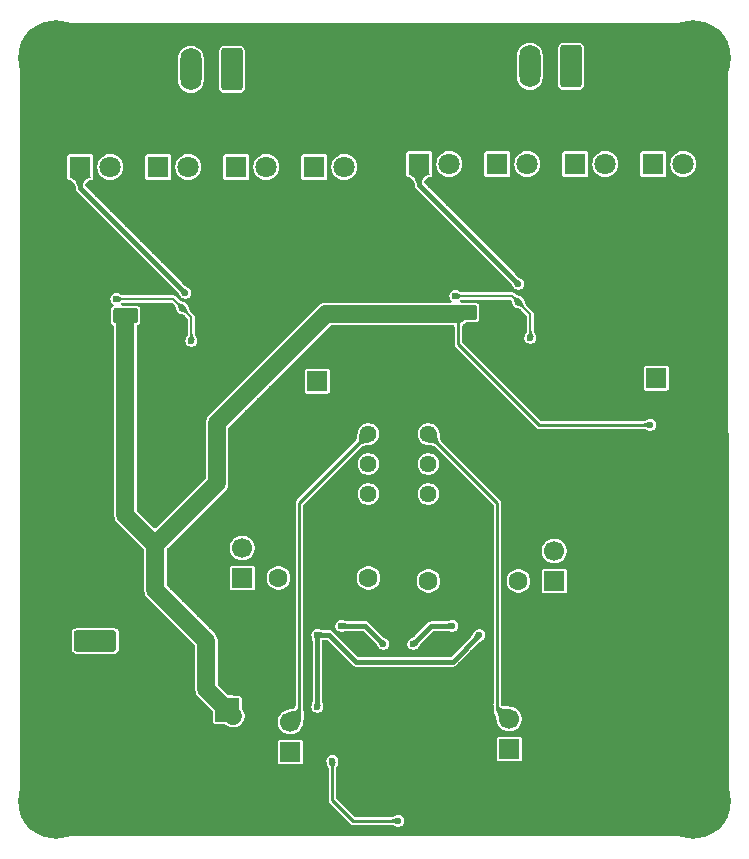
<source format=gbr>
%TF.GenerationSoftware,KiCad,Pcbnew,9.0.6*%
%TF.CreationDate,2026-01-06T23:31:54+01:00*%
%TF.ProjectId,uMule_transmiter,754d756c-655f-4747-9261-6e736d697465,rev?*%
%TF.SameCoordinates,Original*%
%TF.FileFunction,Copper,L2,Bot*%
%TF.FilePolarity,Positive*%
%FSLAX46Y46*%
G04 Gerber Fmt 4.6, Leading zero omitted, Abs format (unit mm)*
G04 Created by KiCad (PCBNEW 9.0.6) date 2026-01-06 23:31:54*
%MOMM*%
%LPD*%
G01*
G04 APERTURE LIST*
G04 Aperture macros list*
%AMRoundRect*
0 Rectangle with rounded corners*
0 $1 Rounding radius*
0 $2 $3 $4 $5 $6 $7 $8 $9 X,Y pos of 4 corners*
0 Add a 4 corners polygon primitive as box body*
4,1,4,$2,$3,$4,$5,$6,$7,$8,$9,$2,$3,0*
0 Add four circle primitives for the rounded corners*
1,1,$1+$1,$2,$3*
1,1,$1+$1,$4,$5*
1,1,$1+$1,$6,$7*
1,1,$1+$1,$8,$9*
0 Add four rect primitives between the rounded corners*
20,1,$1+$1,$2,$3,$4,$5,0*
20,1,$1+$1,$4,$5,$6,$7,0*
20,1,$1+$1,$6,$7,$8,$9,0*
20,1,$1+$1,$8,$9,$2,$3,0*%
G04 Aperture macros list end*
%TA.AperFunction,ComponentPad*%
%ADD10RoundRect,0.250000X1.550000X-0.650000X1.550000X0.650000X-1.550000X0.650000X-1.550000X-0.650000X0*%
%TD*%
%TA.AperFunction,ComponentPad*%
%ADD11O,3.600000X1.800000*%
%TD*%
%TA.AperFunction,ComponentPad*%
%ADD12C,0.800000*%
%TD*%
%TA.AperFunction,ComponentPad*%
%ADD13C,6.400000*%
%TD*%
%TA.AperFunction,ComponentPad*%
%ADD14C,1.440000*%
%TD*%
%TA.AperFunction,ComponentPad*%
%ADD15R,1.700000X1.700000*%
%TD*%
%TA.AperFunction,ComponentPad*%
%ADD16C,1.700000*%
%TD*%
%TA.AperFunction,ComponentPad*%
%ADD17R,1.800000X1.800000*%
%TD*%
%TA.AperFunction,ComponentPad*%
%ADD18C,1.800000*%
%TD*%
%TA.AperFunction,ComponentPad*%
%ADD19C,1.600000*%
%TD*%
%TA.AperFunction,ComponentPad*%
%ADD20RoundRect,0.250000X0.650000X1.550000X-0.650000X1.550000X-0.650000X-1.550000X0.650000X-1.550000X0*%
%TD*%
%TA.AperFunction,ComponentPad*%
%ADD21O,1.800000X3.600000*%
%TD*%
%TA.AperFunction,ViaPad*%
%ADD22C,0.600000*%
%TD*%
%TA.AperFunction,Conductor*%
%ADD23C,1.500000*%
%TD*%
%TA.AperFunction,Conductor*%
%ADD24C,0.254000*%
%TD*%
%TA.AperFunction,Conductor*%
%ADD25C,0.400000*%
%TD*%
%TA.AperFunction,Conductor*%
%ADD26C,0.250000*%
%TD*%
%TA.AperFunction,Conductor*%
%ADD27C,0.200000*%
%TD*%
G04 APERTURE END LIST*
D10*
%TO.P,J9,1,Pin_1*%
%TO.N,Net-(D11-A)*%
X133858000Y-123952000D03*
D11*
%TO.P,J9,2,Pin_2*%
%TO.N,GND*%
X133858000Y-120452000D03*
%TD*%
D12*
%TO.P,H1,1,1*%
%TO.N,GND*%
X128100000Y-74620000D03*
X128802944Y-72922944D03*
X128802944Y-76317056D03*
X130500000Y-72220000D03*
D13*
X130500000Y-74620000D03*
D12*
X130500000Y-77020000D03*
X132197056Y-72922944D03*
X132197056Y-76317056D03*
X132900000Y-74620000D03*
%TD*%
D14*
%TO.P,RV2,1,1*%
%TO.N,Net-(J5-Pin_2)*%
X156972000Y-106426000D03*
%TO.P,RV2,2,2*%
%TO.N,Net-(JP2-A)*%
X156972000Y-108966000D03*
%TO.P,RV2,3,3*%
X156972000Y-111506000D03*
%TD*%
D15*
%TO.P,J7,1,Pin_1*%
%TO.N,Net-(J7-Pin_1)*%
X168910000Y-133096000D03*
D16*
%TO.P,J7,2,Pin_2*%
%TO.N,Net-(J7-Pin_2)*%
X168910000Y-130556000D03*
%TO.P,J7,3,Pin_3*%
%TO.N,GND*%
X171450000Y-133096000D03*
%TO.P,J7,4,Pin_4*%
X171450000Y-130556000D03*
%TD*%
D17*
%TO.P,D10,1,K*%
%TO.N,Net-(D10-K)*%
X132588000Y-83820000D03*
D18*
%TO.P,D10,2,A*%
%TO.N,Net-(D10-A)*%
X135128000Y-83820000D03*
%TD*%
D14*
%TO.P,RV1,1,1*%
%TO.N,Net-(J7-Pin_2)*%
X162052000Y-106426000D03*
%TO.P,RV1,2,2*%
%TO.N,Net-(JP1-A)*%
X162052000Y-108966000D03*
%TO.P,RV1,3,3*%
X162052000Y-111506000D03*
%TD*%
D15*
%TO.P,J4,1,Pin_1*%
%TO.N,/Led_controller1/CTRL*%
X152654000Y-101954500D03*
%TD*%
D19*
%TO.P,R16,1*%
%TO.N,Net-(JP2-B)*%
X156972000Y-118618000D03*
%TO.P,R16,2*%
%TO.N,Net-(J8-Pin_1)*%
X149352000Y-118618000D03*
%TD*%
D12*
%TO.P,H3,1,1*%
%TO.N,GND*%
X182069126Y-137479126D03*
X182772070Y-135782070D03*
X182772070Y-139176182D03*
X184469126Y-135079126D03*
D13*
X184469126Y-137479126D03*
D12*
X184469126Y-139879126D03*
X186166182Y-135782070D03*
X186166182Y-139176182D03*
X186869126Y-137479126D03*
%TD*%
D17*
%TO.P,D7,1,K*%
%TO.N,Net-(D7-K)*%
X152400000Y-83820000D03*
D18*
%TO.P,D7,2,A*%
%TO.N,Net-(D6-K)*%
X154940000Y-83820000D03*
%TD*%
D17*
%TO.P,D8,1,K*%
%TO.N,Net-(D8-K)*%
X145796000Y-83820000D03*
D18*
%TO.P,D8,2,A*%
%TO.N,Net-(D7-K)*%
X148336000Y-83820000D03*
%TD*%
D20*
%TO.P,J3,1,Pin_1*%
%TO.N,Net-(D6-K)*%
X145422500Y-75557500D03*
D21*
%TO.P,J3,2,Pin_2*%
%TO.N,Net-(D10-K)*%
X141922500Y-75557500D03*
%TD*%
D17*
%TO.P,D9,1,K*%
%TO.N,Net-(D10-A)*%
X139192000Y-83820000D03*
D18*
%TO.P,D9,2,A*%
%TO.N,Net-(D8-K)*%
X141732000Y-83820000D03*
%TD*%
D15*
%TO.P,J6,1,Pin_1*%
%TO.N,Net-(J6-Pin_1)*%
X172720000Y-118872000D03*
D16*
%TO.P,J6,2,Pin_2*%
%TO.N,/Led_controller/SINE_IN*%
X172720000Y-116332000D03*
%TO.P,J6,3,Pin_3*%
%TO.N,GND*%
X175260000Y-118872000D03*
%TO.P,J6,4,Pin_4*%
X175260000Y-116332000D03*
%TD*%
D17*
%TO.P,D4,1,K*%
%TO.N,Net-(D4-K)*%
X167894000Y-83566000D03*
D18*
%TO.P,D4,2,A*%
%TO.N,Net-(D3-K)*%
X170434000Y-83566000D03*
%TD*%
D17*
%TO.P,D2,1,K*%
%TO.N,Net-(D2-K)*%
X181102000Y-83566000D03*
D18*
%TO.P,D2,2,A*%
%TO.N,Net-(D1-K)*%
X183642000Y-83566000D03*
%TD*%
D17*
%TO.P,D3,1,K*%
%TO.N,Net-(D3-K)*%
X174498000Y-83566000D03*
D18*
%TO.P,D3,2,A*%
%TO.N,Net-(D2-K)*%
X177038000Y-83566000D03*
%TD*%
D15*
%TO.P,J2,1,Pin_1*%
%TO.N,/Led_controller/CTRL*%
X181356000Y-101700500D03*
%TD*%
D19*
%TO.P,R9,1*%
%TO.N,Net-(JP1-B)*%
X162052000Y-118872000D03*
%TO.P,R9,2*%
%TO.N,Net-(J6-Pin_1)*%
X169672000Y-118872000D03*
%TD*%
D12*
%TO.P,H2,1,1*%
%TO.N,GND*%
X182060000Y-74620000D03*
X182762944Y-72922944D03*
X182762944Y-76317056D03*
X184460000Y-72220000D03*
D13*
X184460000Y-74620000D03*
D12*
X184460000Y-77020000D03*
X186157056Y-72922944D03*
X186157056Y-76317056D03*
X186860000Y-74620000D03*
%TD*%
%TO.P,H4,1,1*%
%TO.N,GND*%
X128090874Y-137479126D03*
X128793818Y-135782070D03*
X128793818Y-139176182D03*
X130490874Y-135079126D03*
D13*
X130490874Y-137479126D03*
D12*
X130490874Y-139879126D03*
X132187930Y-135782070D03*
X132187930Y-139176182D03*
X132890874Y-137479126D03*
%TD*%
D20*
%TO.P,J1,1,Pin_1*%
%TO.N,Net-(D1-K)*%
X174124500Y-75303500D03*
D21*
%TO.P,J1,2,Pin_2*%
%TO.N,Net-(D5-K)*%
X170624500Y-75303500D03*
%TD*%
D17*
%TO.P,D5,1,K*%
%TO.N,Net-(D5-K)*%
X161290000Y-83566000D03*
D18*
%TO.P,D5,2,A*%
%TO.N,Net-(D4-K)*%
X163830000Y-83566000D03*
%TD*%
D15*
%TO.P,J5,1,Pin_1*%
%TO.N,Net-(J5-Pin_1)*%
X150368000Y-133350000D03*
D16*
%TO.P,J5,2,Pin_2*%
%TO.N,Net-(J5-Pin_2)*%
X150368000Y-130810000D03*
%TO.P,J5,3,Pin_3*%
%TO.N,GND*%
X147828000Y-133350000D03*
%TO.P,J5,4,Pin_4*%
X147828000Y-130810000D03*
%TD*%
D15*
%TO.P,J8,1,Pin_1*%
%TO.N,Net-(J8-Pin_1)*%
X146304000Y-118618000D03*
D16*
%TO.P,J8,2,Pin_2*%
%TO.N,/Led_controller1/SINE_IN*%
X146304000Y-116078000D03*
%TO.P,J8,3,Pin_3*%
%TO.N,GND*%
X143764000Y-118618000D03*
%TO.P,J8,4,Pin_4*%
X143764000Y-116078000D03*
%TD*%
D22*
%TO.N,GND*%
X155702000Y-106680000D03*
X143764000Y-98552000D03*
X166878000Y-92202000D03*
X133096000Y-95758000D03*
X167132000Y-124968000D03*
X151892000Y-124968000D03*
X132080000Y-86106000D03*
X138176000Y-93980000D03*
X152908000Y-109474000D03*
X168656000Y-120142000D03*
X148844000Y-103632000D03*
X138938000Y-109728000D03*
X153416000Y-98298000D03*
X157988000Y-113030000D03*
X152146000Y-95504000D03*
X172720000Y-121412000D03*
X137668000Y-101092000D03*
X150368000Y-117602000D03*
X136652000Y-88646000D03*
X184404000Y-86868000D03*
X148082000Y-93980000D03*
X169926000Y-89154000D03*
X143002000Y-98552000D03*
X182118000Y-89916000D03*
X142748000Y-109728000D03*
X144018000Y-94234000D03*
X143510000Y-89408000D03*
X133096000Y-99314000D03*
X154940000Y-90932000D03*
X166624000Y-93980000D03*
X151638000Y-106426000D03*
X162814000Y-136652000D03*
X144018000Y-88646000D03*
X147066000Y-88646000D03*
X137922000Y-131064000D03*
X164338000Y-121666000D03*
X180340000Y-94488000D03*
X134874000Y-110236000D03*
X154178000Y-89408000D03*
X167132000Y-102362000D03*
X142748000Y-108204000D03*
X152908000Y-92964000D03*
X179578000Y-106680000D03*
X154686000Y-126746000D03*
X144780000Y-99822000D03*
X168656000Y-117348000D03*
X160020000Y-124714000D03*
X149098000Y-123698000D03*
X166116000Y-130302000D03*
X134874000Y-130302000D03*
X164084000Y-101854000D03*
X136144000Y-93980000D03*
X154940000Y-137414000D03*
X168656000Y-123190000D03*
X167132000Y-89916000D03*
X143256000Y-94234000D03*
X151384000Y-100330000D03*
X151384000Y-88646000D03*
X148082000Y-106426000D03*
X148082000Y-120396000D03*
X135128000Y-103886000D03*
X148082000Y-99822000D03*
X161290000Y-122174000D03*
X142748000Y-93218000D03*
X171196000Y-93980000D03*
X161544000Y-137922000D03*
X152908000Y-130556000D03*
X144526000Y-123952000D03*
X151384000Y-110744000D03*
X166624000Y-131826000D03*
X136652000Y-120142000D03*
X146558000Y-95250000D03*
X180340000Y-88646000D03*
X171450000Y-106426000D03*
X135382000Y-93980000D03*
X161036000Y-117602000D03*
X137668000Y-108458000D03*
X135128000Y-101854000D03*
X165862000Y-99060000D03*
X133604000Y-100838000D03*
X176022000Y-98806000D03*
X167132000Y-93218000D03*
X133604000Y-103886000D03*
X153416000Y-126492000D03*
X170688000Y-103886000D03*
X160020000Y-97536000D03*
X155956000Y-121920000D03*
X138684000Y-107442000D03*
X168656000Y-128778000D03*
X137668000Y-126492000D03*
X136652000Y-90678000D03*
X153416000Y-116332000D03*
X153924000Y-133096000D03*
X177292000Y-104902000D03*
X173228000Y-106426000D03*
X173482000Y-88392000D03*
X150368000Y-121412000D03*
X147828000Y-103632000D03*
X145542000Y-134874000D03*
X167132000Y-113538000D03*
X164338000Y-130302000D03*
X139700000Y-91694000D03*
X149352000Y-135636000D03*
X146558000Y-92456000D03*
X152400000Y-99314000D03*
X133096000Y-94234000D03*
X140716000Y-111760000D03*
X136398000Y-115570000D03*
X143510000Y-91694000D03*
X143764000Y-131318000D03*
X155956000Y-120142000D03*
X160274000Y-127762000D03*
X144526000Y-126492000D03*
X154178000Y-125730000D03*
X134874000Y-111506000D03*
X175006000Y-99822000D03*
X144526000Y-133858000D03*
X157480000Y-127850500D03*
X181102000Y-93218000D03*
X168148000Y-105918000D03*
X147574000Y-122428000D03*
X148336000Y-88646000D03*
X151892000Y-112522000D03*
X157988000Y-116840000D03*
X158496000Y-118618000D03*
X134874000Y-106934000D03*
X171450000Y-92964000D03*
X151892000Y-126492000D03*
X168148000Y-103378000D03*
X167386000Y-132842000D03*
X175260000Y-94742000D03*
X167132000Y-127762000D03*
X133604000Y-101854000D03*
X153162000Y-90424000D03*
X141986000Y-131064000D03*
X163816975Y-86881025D03*
X147066000Y-98806000D03*
X164592000Y-89916000D03*
X136652000Y-131064000D03*
X167132000Y-117094000D03*
X155956000Y-110236000D03*
X143764000Y-122682000D03*
X175006000Y-97790000D03*
X171958000Y-111252000D03*
X148844000Y-102616000D03*
X176784000Y-91948000D03*
X167894000Y-101092000D03*
X166624000Y-99822000D03*
X151130000Y-135636000D03*
X170942000Y-120650000D03*
X139700000Y-126492000D03*
X134874000Y-108966000D03*
X164846000Y-125984000D03*
X167132000Y-115316000D03*
X176276000Y-101092000D03*
X162306000Y-107696000D03*
X158242000Y-97536000D03*
X173990000Y-104902000D03*
X145796000Y-101854000D03*
X157988000Y-110236000D03*
X171450000Y-98044000D03*
X166624000Y-112014000D03*
X140716000Y-126492000D03*
X161544000Y-97536000D03*
X165862000Y-109220000D03*
X164592000Y-93980000D03*
X148336000Y-104648000D03*
X168656000Y-127508000D03*
X177546000Y-98044000D03*
X155448000Y-118618000D03*
X146558000Y-135890000D03*
X182372000Y-91948000D03*
X167132000Y-118618000D03*
X136652000Y-118364000D03*
X150368000Y-88646000D03*
X155702000Y-116840000D03*
X137922000Y-91948000D03*
X150368000Y-128270000D03*
X172212000Y-88392000D03*
X142748000Y-88646000D03*
X162052000Y-98806000D03*
X167132000Y-120142000D03*
X161036000Y-115824000D03*
X173482000Y-111506000D03*
X142748000Y-105156000D03*
X150368000Y-116078000D03*
X133096000Y-97536000D03*
X173482000Y-110236000D03*
X148082000Y-92964000D03*
X137668000Y-106172000D03*
X153162000Y-134620000D03*
X142494000Y-94234000D03*
X143256000Y-114300000D03*
X147574000Y-136906000D03*
X133350000Y-128016000D03*
X165354000Y-119888000D03*
X153924000Y-91948000D03*
X177038000Y-99822000D03*
X149098000Y-121666000D03*
X141732000Y-125476000D03*
X165100000Y-102870000D03*
X159004000Y-133604000D03*
X149606000Y-104648000D03*
X168910000Y-102108000D03*
X148082000Y-95250000D03*
X146304000Y-121158000D03*
X147320000Y-91694000D03*
X137668000Y-112522000D03*
X173482000Y-114046000D03*
X164846000Y-134112000D03*
X141478000Y-120396000D03*
X181610000Y-105918000D03*
X138684000Y-126492000D03*
X147066000Y-100838000D03*
X161544000Y-94996000D03*
X150368000Y-119634000D03*
X155194000Y-109220000D03*
X144780000Y-98552000D03*
X140208000Y-118110000D03*
X144780000Y-102870000D03*
X153416000Y-94996000D03*
X145542000Y-106426000D03*
X178054000Y-106426000D03*
X167132000Y-125984000D03*
X157734000Y-129794000D03*
X153162000Y-105918000D03*
X146558000Y-93726000D03*
X165608000Y-115062000D03*
X173736000Y-98552000D03*
X156210000Y-129794000D03*
X177546000Y-96774000D03*
X135128000Y-102870000D03*
X172466000Y-92964000D03*
X140716000Y-109474000D03*
X180086000Y-98044000D03*
X133604000Y-102870000D03*
X165354000Y-98044000D03*
X161036000Y-113030000D03*
X144780000Y-127762000D03*
X175260000Y-93218000D03*
X144018000Y-112776000D03*
X163068000Y-123444000D03*
X164846000Y-132588000D03*
X143764000Y-93218000D03*
X155702000Y-89408000D03*
X151892000Y-132842000D03*
X167132000Y-104902000D03*
X154178000Y-88138000D03*
X139446000Y-99568000D03*
X180086000Y-99314000D03*
X165608000Y-93980000D03*
X166116000Y-101346000D03*
X184404000Y-88392000D03*
X172212000Y-104902000D03*
X163322000Y-88646000D03*
X155702000Y-88138000D03*
X151892000Y-119888000D03*
X179578000Y-92456000D03*
X164084000Y-99314000D03*
X138938000Y-90932000D03*
X172212000Y-89662000D03*
X172212000Y-107696000D03*
X178816000Y-88392000D03*
X164084000Y-109474000D03*
X143764000Y-99822000D03*
X180340000Y-89916000D03*
X152146000Y-91186000D03*
X157988000Y-115062000D03*
X165354000Y-110744000D03*
X173228000Y-99314000D03*
X145542000Y-114300000D03*
X141224000Y-98298000D03*
X154686000Y-103378000D03*
X154940000Y-139446000D03*
X147574000Y-96774000D03*
X140716000Y-131064000D03*
X162306000Y-85344000D03*
X151892000Y-114300000D03*
X184404000Y-89916000D03*
X171450000Y-122682000D03*
X163068000Y-110236000D03*
X172212000Y-98044000D03*
X154178000Y-108204000D03*
X155702000Y-127850500D03*
X179324000Y-104902000D03*
X157734000Y-122174000D03*
X150368000Y-114300000D03*
X140462000Y-119380000D03*
X161290000Y-120396000D03*
X153416000Y-113538000D03*
X140208000Y-117348000D03*
X146050000Y-133350000D03*
X137668000Y-109982000D03*
X150876000Y-137160000D03*
X167132000Y-110490000D03*
X153670000Y-119888000D03*
X149860000Y-106426000D03*
X161544000Y-129540000D03*
X137922000Y-89916000D03*
X143764000Y-132588000D03*
X150876000Y-92456000D03*
X145034000Y-88646000D03*
X180340000Y-96266000D03*
X146558000Y-96774000D03*
X164592000Y-107950000D03*
X155956000Y-138430000D03*
X150368000Y-112268000D03*
X135382000Y-89408000D03*
X154178000Y-110236000D03*
X146050000Y-99822000D03*
X140716000Y-99568000D03*
X146050000Y-88646000D03*
X155956000Y-123444000D03*
X165100000Y-100330000D03*
X146558000Y-106426000D03*
X148844000Y-96774000D03*
X141732000Y-126492000D03*
X134112000Y-86106000D03*
X139954000Y-122936000D03*
X173482000Y-108712000D03*
X176784000Y-93218000D03*
X172720000Y-93980000D03*
X173482000Y-112776000D03*
X156464000Y-97536000D03*
X160020000Y-132842000D03*
X141732000Y-110490000D03*
X169164000Y-104394000D03*
X161290000Y-110236000D03*
X171958000Y-112776000D03*
X145288000Y-131826000D03*
X162814000Y-120396000D03*
X149352000Y-88646000D03*
X153162000Y-111252000D03*
X138938000Y-122174000D03*
X144526000Y-125222000D03*
X172974000Y-98044000D03*
X162814000Y-129540000D03*
X160274000Y-138938000D03*
X177038000Y-88392000D03*
X142748000Y-106680000D03*
X161544000Y-127762000D03*
X139700000Y-108458000D03*
X162814000Y-121920000D03*
X152400000Y-137160000D03*
X168402000Y-91186000D03*
X139954000Y-110744000D03*
X171958000Y-93980000D03*
X162814000Y-127762000D03*
X136652000Y-121666000D03*
X146304000Y-98044000D03*
X183388000Y-90932000D03*
X169926000Y-121666000D03*
X154686000Y-121666000D03*
X151892000Y-128524000D03*
X182880000Y-86868000D03*
X172212000Y-90932000D03*
X133350000Y-129540000D03*
X154686000Y-132080000D03*
X152146000Y-93726000D03*
X148844000Y-92456000D03*
X143510000Y-90678000D03*
X149352000Y-137160000D03*
X145796000Y-128270000D03*
X154686000Y-104902000D03*
X170180000Y-105410000D03*
X162814000Y-112776000D03*
X139446000Y-131064000D03*
X158242000Y-94996000D03*
X137414000Y-117348000D03*
X143764000Y-103886000D03*
X168656000Y-126492000D03*
X164084000Y-117094000D03*
X137668000Y-99568000D03*
X139954000Y-112776000D03*
X175514000Y-104902000D03*
X138684000Y-113792000D03*
X164338000Y-131826000D03*
X135382000Y-87376000D03*
X168656000Y-121920000D03*
X170434000Y-123698000D03*
X159004000Y-132588000D03*
X146812000Y-128778000D03*
X137668000Y-111252000D03*
X168656000Y-114300000D03*
X150368000Y-124968000D03*
X134874000Y-107950000D03*
X163068000Y-100838000D03*
X150368000Y-122936000D03*
X176530000Y-106426000D03*
X141732000Y-124460000D03*
X182880000Y-88392000D03*
X134874000Y-105918000D03*
X164846000Y-135382000D03*
X168656000Y-124968000D03*
X165862000Y-124968000D03*
X167132000Y-129794000D03*
X150368000Y-126492000D03*
X138938000Y-92964000D03*
X175260000Y-88392000D03*
X165862000Y-88646000D03*
X181102000Y-90932000D03*
X133858000Y-87884000D03*
X151892000Y-130810000D03*
X153416000Y-124968000D03*
X134874000Y-112776000D03*
X168656000Y-115824000D03*
X163322000Y-106680000D03*
X137668000Y-104394000D03*
X155702000Y-113030000D03*
X148590000Y-128778000D03*
X172466000Y-98806000D03*
X159004000Y-124714000D03*
X177546000Y-102362000D03*
X168656000Y-112014000D03*
X165100000Y-113284000D03*
X137668000Y-102870000D03*
X151892000Y-117856000D03*
X160274000Y-129540000D03*
X175260000Y-91948000D03*
X153162000Y-135636000D03*
X154940000Y-94996000D03*
X141224000Y-115570000D03*
X171958000Y-114046000D03*
X141224000Y-89154000D03*
X170180000Y-107950000D03*
X170942000Y-88392000D03*
X158874499Y-127850500D03*
X135128000Y-114554000D03*
X140208000Y-116332000D03*
X169164000Y-90170000D03*
X133858000Y-105156000D03*
X151892000Y-116078000D03*
X152908000Y-132080000D03*
X140462000Y-90424000D03*
X148082000Y-135382000D03*
X169164000Y-106934000D03*
X152146000Y-89662000D03*
X162052000Y-87376000D03*
X156464000Y-94996000D03*
X178054000Y-92456000D03*
X171958000Y-109982000D03*
X140970000Y-123698000D03*
X175006000Y-106426000D03*
X166116000Y-103886000D03*
X171196000Y-108966000D03*
X135128000Y-100838000D03*
X142748000Y-121666000D03*
X165862000Y-91186000D03*
X157734000Y-120142000D03*
X137160000Y-94234000D03*
X154686000Y-97536000D03*
X153416000Y-137922000D03*
X176784000Y-94742000D03*
X146812000Y-104648000D03*
X137414000Y-116332000D03*
X160020000Y-94996000D03*
%TO.N,VCC*%
X166376358Y-123450591D03*
X152654000Y-123444000D03*
X145542000Y-129286000D03*
X144526000Y-130302000D03*
X135890000Y-96520000D03*
X180848000Y-105664000D03*
X144526000Y-129286000D03*
X164592000Y-96266000D03*
X144145000Y-105537000D03*
X136906000Y-96266000D03*
X165608000Y-96012000D03*
X145542000Y-130302000D03*
X152654000Y-129540000D03*
%TO.N,Net-(J5-Pin_1)*%
X159512000Y-139192000D03*
X153924000Y-134112000D03*
%TO.N,Net-(D5-K)*%
X169672000Y-93726000D03*
%TO.N,Net-(D10-K)*%
X141478000Y-94488000D03*
%TO.N,Net-(U1-RS)*%
X164338000Y-94742000D03*
X169672000Y-95250000D03*
X170688000Y-98298000D03*
%TO.N,Net-(U2-RS)*%
X135636000Y-94996000D03*
X141224000Y-95758000D03*
X141986000Y-98552000D03*
%TO.N,Net-(U3C-+)*%
X164084000Y-122682000D03*
X160782000Y-124206000D03*
%TO.N,Net-(U3D-+)*%
X158242000Y-124206000D03*
X154686000Y-122682000D03*
%TD*%
D23*
%TO.N,VCC*%
X144145000Y-105537000D02*
X153416000Y-96266000D01*
X144145000Y-110617000D02*
X144145000Y-105537000D01*
X153416000Y-96266000D02*
X164592000Y-96266000D01*
X143256000Y-123952000D02*
X138938000Y-119634000D01*
X138938000Y-119634000D02*
X138938000Y-115824000D01*
D24*
X164592000Y-98806000D02*
X164592000Y-96266000D01*
D25*
X164096949Y-125730000D02*
X166376358Y-123450591D01*
D23*
X138938000Y-115824000D02*
X144145000Y-110617000D01*
D25*
X153670000Y-123444000D02*
X155956000Y-125730000D01*
D23*
X136398000Y-113284000D02*
X136398000Y-96520000D01*
X138938000Y-115824000D02*
X136398000Y-113284000D01*
D25*
X152654000Y-123444000D02*
X153670000Y-123444000D01*
X155956000Y-125730000D02*
X164096949Y-125730000D01*
D23*
X145542000Y-130302000D02*
X143256000Y-128016000D01*
X143256000Y-128016000D02*
X143256000Y-123952000D01*
D25*
X152654000Y-123444000D02*
X152654000Y-129540000D01*
D24*
X180848000Y-105664000D02*
X171450000Y-105664000D01*
X171450000Y-105664000D02*
X164592000Y-98806000D01*
D26*
%TO.N,Net-(J5-Pin_1)*%
X153924000Y-137414000D02*
X153924000Y-134112000D01*
X159512000Y-139192000D02*
X155702000Y-139192000D01*
X155702000Y-139192000D02*
X154178000Y-137668000D01*
X154178000Y-137668000D02*
X153924000Y-137414000D01*
D25*
%TO.N,Net-(D5-K)*%
X169672000Y-93726000D02*
X161290000Y-85344000D01*
X161290000Y-85344000D02*
X161290000Y-83566000D01*
%TO.N,Net-(D10-K)*%
X141478000Y-94488000D02*
X132588000Y-85598000D01*
X132588000Y-85598000D02*
X132588000Y-83820000D01*
D24*
%TO.N,Net-(J5-Pin_2)*%
X151130000Y-130048000D02*
X150368000Y-130810000D01*
X151130000Y-112268000D02*
X151130000Y-130048000D01*
X156972000Y-106426000D02*
X151130000Y-112268000D01*
%TO.N,Net-(J7-Pin_2)*%
X167894000Y-112268000D02*
X167894000Y-129540000D01*
X167894000Y-129540000D02*
X168910000Y-130556000D01*
X162052000Y-106426000D02*
X167894000Y-112268000D01*
D27*
%TO.N,Net-(U1-RS)*%
X169672000Y-95250000D02*
X169164000Y-94742000D01*
X170688000Y-96266000D02*
X170688000Y-98298000D01*
X169164000Y-94742000D02*
X164338000Y-94742000D01*
X169672000Y-95250000D02*
X170688000Y-96266000D01*
%TO.N,Net-(U2-RS)*%
X141986000Y-96520000D02*
X141986000Y-98552000D01*
X141224000Y-95758000D02*
X141986000Y-96520000D01*
X140462000Y-94996000D02*
X135636000Y-94996000D01*
X141224000Y-95758000D02*
X140462000Y-94996000D01*
D25*
%TO.N,Net-(U3C-+)*%
X162306000Y-122682000D02*
X160782000Y-124206000D01*
X162306000Y-122682000D02*
X164084000Y-122682000D01*
%TO.N,Net-(U3D-+)*%
X156718000Y-122682000D02*
X154686000Y-122682000D01*
X156718000Y-122682000D02*
X158242000Y-124206000D01*
%TD*%
%TA.AperFunction,Conductor*%
%TO.N,GND*%
G36*
X184463244Y-71620670D02*
G01*
X184767046Y-71636592D01*
X184779953Y-71637949D01*
X184911089Y-71658718D01*
X185077209Y-71685028D01*
X185089896Y-71687724D01*
X185380625Y-71765625D01*
X185392965Y-71769635D01*
X185673938Y-71877490D01*
X185685790Y-71882767D01*
X185953968Y-72019411D01*
X185965199Y-72025896D01*
X186217608Y-72189812D01*
X186228109Y-72197441D01*
X186462010Y-72386850D01*
X186471655Y-72395535D01*
X186684464Y-72608344D01*
X186693149Y-72617989D01*
X186882558Y-72851890D01*
X186890187Y-72862391D01*
X187054101Y-73114796D01*
X187060591Y-73126036D01*
X187197231Y-73394206D01*
X187202510Y-73406064D01*
X187310363Y-73687033D01*
X187314374Y-73699376D01*
X187392273Y-73990097D01*
X187394971Y-74002794D01*
X187442050Y-74300046D01*
X187443407Y-74312953D01*
X187459330Y-74616756D01*
X187459500Y-74623222D01*
X187459500Y-74685892D01*
X187459508Y-74685925D01*
X187459510Y-74693985D01*
X187468625Y-137475857D01*
X187468455Y-137482366D01*
X187452531Y-137786169D01*
X187451174Y-137799076D01*
X187404093Y-138096328D01*
X187401395Y-138109024D01*
X187323496Y-138399740D01*
X187319485Y-138412084D01*
X187211628Y-138693059D01*
X187206349Y-138704916D01*
X187069710Y-138973082D01*
X187063220Y-138984322D01*
X186899306Y-139236727D01*
X186891677Y-139247228D01*
X186702267Y-139481129D01*
X186693582Y-139490774D01*
X186480774Y-139703582D01*
X186471129Y-139712267D01*
X186237228Y-139901677D01*
X186226727Y-139909306D01*
X185974322Y-140073220D01*
X185963082Y-140079710D01*
X185694916Y-140216349D01*
X185683059Y-140221628D01*
X185402084Y-140329485D01*
X185389740Y-140333496D01*
X185099024Y-140411395D01*
X185086328Y-140414093D01*
X184789076Y-140461174D01*
X184776169Y-140462531D01*
X184472365Y-140478456D01*
X184465874Y-140478626D01*
X130494126Y-140478626D01*
X130487635Y-140478456D01*
X130183830Y-140462531D01*
X130170923Y-140461174D01*
X129873671Y-140414093D01*
X129860975Y-140411395D01*
X129570259Y-140333496D01*
X129557915Y-140329485D01*
X129276940Y-140221628D01*
X129265083Y-140216349D01*
X128996917Y-140079710D01*
X128985677Y-140073220D01*
X128733272Y-139909306D01*
X128722771Y-139901677D01*
X128488870Y-139712267D01*
X128479225Y-139703582D01*
X128266417Y-139490774D01*
X128257732Y-139481129D01*
X128068322Y-139247228D01*
X128060693Y-139236727D01*
X127896777Y-138984318D01*
X127890289Y-138973082D01*
X127753645Y-138704905D01*
X127748375Y-138693070D01*
X127640514Y-138412084D01*
X127636503Y-138399740D01*
X127558602Y-138109017D01*
X127555906Y-138096328D01*
X127508825Y-137799076D01*
X127507468Y-137786169D01*
X127491544Y-137482366D01*
X127491374Y-137475857D01*
X127491410Y-137227811D01*
X127492099Y-132480247D01*
X149317500Y-132480247D01*
X149317500Y-134219752D01*
X149329131Y-134278229D01*
X149329132Y-134278230D01*
X149373447Y-134344552D01*
X149439769Y-134388867D01*
X149439770Y-134388868D01*
X149498247Y-134400499D01*
X149498250Y-134400500D01*
X149498252Y-134400500D01*
X151237750Y-134400500D01*
X151237751Y-134400499D01*
X151252568Y-134397552D01*
X151296229Y-134388868D01*
X151296229Y-134388867D01*
X151296231Y-134388867D01*
X151362552Y-134344552D01*
X151406867Y-134278231D01*
X151406867Y-134278229D01*
X151406868Y-134278229D01*
X151416136Y-134231631D01*
X151418500Y-134219748D01*
X151418500Y-134046108D01*
X153423500Y-134046108D01*
X153423500Y-134177892D01*
X153434593Y-134219295D01*
X153435816Y-134231589D01*
X153435819Y-134231631D01*
X153436919Y-134242682D01*
X153436920Y-134242687D01*
X153436921Y-134242690D01*
X153480100Y-134384536D01*
X153481635Y-134388868D01*
X153485755Y-134400500D01*
X153486274Y-134401963D01*
X153487058Y-134403895D01*
X153490052Y-134410417D01*
X153494763Y-134420676D01*
X153537065Y-134502870D01*
X153539148Y-134507116D01*
X153574485Y-134582732D01*
X153583268Y-134608666D01*
X153586610Y-134623904D01*
X153589259Y-134642923D01*
X153593210Y-134707747D01*
X153593211Y-134707750D01*
X153594886Y-134714537D01*
X153598500Y-134744253D01*
X153598500Y-137456852D01*
X153620682Y-137539640D01*
X153642108Y-137576750D01*
X153663535Y-137613862D01*
X153917534Y-137867861D01*
X153917535Y-137867862D01*
X155441534Y-139391861D01*
X155441535Y-139391862D01*
X155502138Y-139452465D01*
X155502140Y-139452466D01*
X155502144Y-139452469D01*
X155576355Y-139495314D01*
X155576362Y-139495318D01*
X155659147Y-139517500D01*
X155744852Y-139517500D01*
X158881730Y-139517500D01*
X158893263Y-139518038D01*
X158902886Y-139518937D01*
X158918099Y-139522800D01*
X158977619Y-139525918D01*
X158980122Y-139526152D01*
X158980938Y-139526476D01*
X158991133Y-139527681D01*
X159005418Y-139530323D01*
X159030278Y-139537678D01*
X159086442Y-139560924D01*
X159099372Y-139567177D01*
X159109390Y-139572759D01*
X159113209Y-139574834D01*
X159113233Y-139574846D01*
X159113252Y-139574857D01*
X159113660Y-139575073D01*
X159116944Y-139576774D01*
X159213583Y-139625730D01*
X159230432Y-139633334D01*
X159232391Y-139634114D01*
X159249950Y-139640201D01*
X159249956Y-139640203D01*
X159291427Y-139652508D01*
X159382757Y-139679609D01*
X159391562Y-139682010D01*
X159392566Y-139682260D01*
X159394771Y-139682316D01*
X159423723Y-139686501D01*
X159446108Y-139692500D01*
X159446109Y-139692500D01*
X159577890Y-139692500D01*
X159577892Y-139692500D01*
X159705186Y-139658392D01*
X159819314Y-139592500D01*
X159912500Y-139499314D01*
X159978392Y-139385186D01*
X160012500Y-139257892D01*
X160012500Y-139126108D01*
X159978392Y-138998814D01*
X159912500Y-138884686D01*
X159819314Y-138791500D01*
X159744145Y-138748101D01*
X159705187Y-138725608D01*
X159627980Y-138704921D01*
X159577892Y-138691500D01*
X159446108Y-138691500D01*
X159446105Y-138691500D01*
X159414467Y-138699977D01*
X159394661Y-138703591D01*
X159381319Y-138704919D01*
X159381313Y-138704920D01*
X159381310Y-138704920D01*
X159381309Y-138704921D01*
X159354013Y-138713229D01*
X159239455Y-138748101D01*
X159239447Y-138748104D01*
X159222030Y-138754276D01*
X159221994Y-138754290D01*
X159220093Y-138755061D01*
X159220056Y-138755077D01*
X159203330Y-138762758D01*
X159121113Y-138805071D01*
X159116869Y-138807154D01*
X159041267Y-138842485D01*
X159015323Y-138851270D01*
X159000084Y-138854611D01*
X158981076Y-138857258D01*
X158916249Y-138861211D01*
X158909462Y-138862886D01*
X158879745Y-138866500D01*
X155888189Y-138866500D01*
X155821150Y-138846815D01*
X155800508Y-138830181D01*
X154285819Y-137315492D01*
X154252334Y-137254169D01*
X154249500Y-137227811D01*
X154249500Y-134742269D01*
X154250038Y-134730735D01*
X154250937Y-134721111D01*
X154254800Y-134705900D01*
X154257917Y-134646394D01*
X154258153Y-134643872D01*
X154258477Y-134643056D01*
X154259682Y-134632860D01*
X154262323Y-134618580D01*
X154269678Y-134593719D01*
X154292928Y-134537548D01*
X154299180Y-134524621D01*
X154304747Y-134514631D01*
X154305070Y-134514035D01*
X154306857Y-134510745D01*
X154307073Y-134510337D01*
X154308773Y-134507055D01*
X154357730Y-134410417D01*
X154365335Y-134393566D01*
X154366115Y-134391607D01*
X154372202Y-134374047D01*
X154411608Y-134241245D01*
X154414009Y-134232442D01*
X154414260Y-134231434D01*
X154414316Y-134229226D01*
X154418503Y-134200270D01*
X154424500Y-134177892D01*
X154424500Y-134046108D01*
X154390392Y-133918814D01*
X154324500Y-133804686D01*
X154231314Y-133711500D01*
X154174250Y-133678554D01*
X154117187Y-133645608D01*
X154053539Y-133628554D01*
X153989892Y-133611500D01*
X153858108Y-133611500D01*
X153730812Y-133645608D01*
X153616686Y-133711500D01*
X153616683Y-133711502D01*
X153523502Y-133804683D01*
X153523500Y-133804686D01*
X153457608Y-133918812D01*
X153445031Y-133965752D01*
X153423500Y-134046108D01*
X151418500Y-134046108D01*
X151418500Y-132480252D01*
X151418500Y-132480249D01*
X151418499Y-132480247D01*
X151406868Y-132421770D01*
X151406867Y-132421769D01*
X151362552Y-132355447D01*
X151314383Y-132323262D01*
X151314382Y-132323261D01*
X151296231Y-132311132D01*
X151296229Y-132311131D01*
X151237752Y-132299500D01*
X151237748Y-132299500D01*
X149498252Y-132299500D01*
X149498247Y-132299500D01*
X149439770Y-132311131D01*
X149439769Y-132311132D01*
X149373447Y-132355447D01*
X149329132Y-132421769D01*
X149329131Y-132421770D01*
X149317500Y-132480247D01*
X127492099Y-132480247D01*
X127492136Y-132226247D01*
X167859500Y-132226247D01*
X167859500Y-133965752D01*
X167871131Y-134024229D01*
X167871132Y-134024230D01*
X167915447Y-134090552D01*
X167981769Y-134134867D01*
X167981770Y-134134868D01*
X168040247Y-134146499D01*
X168040250Y-134146500D01*
X168040252Y-134146500D01*
X169779750Y-134146500D01*
X169779751Y-134146499D01*
X169794568Y-134143552D01*
X169838229Y-134134868D01*
X169838229Y-134134867D01*
X169838231Y-134134867D01*
X169904552Y-134090552D01*
X169948867Y-134024231D01*
X169948867Y-134024229D01*
X169948868Y-134024229D01*
X169960499Y-133965752D01*
X169960500Y-133965750D01*
X169960500Y-132226249D01*
X169960499Y-132226247D01*
X169948868Y-132167770D01*
X169948867Y-132167769D01*
X169904552Y-132101447D01*
X169838230Y-132057132D01*
X169838229Y-132057131D01*
X169779752Y-132045500D01*
X169779748Y-132045500D01*
X168040252Y-132045500D01*
X168040247Y-132045500D01*
X167981770Y-132057131D01*
X167981769Y-132057132D01*
X167915447Y-132101447D01*
X167871132Y-132167769D01*
X167871131Y-132167770D01*
X167859500Y-132226247D01*
X127492136Y-132226247D01*
X127493440Y-123247730D01*
X131857500Y-123247730D01*
X131857500Y-124656269D01*
X131860353Y-124686699D01*
X131860353Y-124686701D01*
X131905206Y-124814880D01*
X131905207Y-124814882D01*
X131985850Y-124924150D01*
X132095118Y-125004793D01*
X132137845Y-125019744D01*
X132223299Y-125049646D01*
X132253730Y-125052500D01*
X132253734Y-125052500D01*
X135462270Y-125052500D01*
X135492699Y-125049646D01*
X135492701Y-125049646D01*
X135556790Y-125027219D01*
X135620882Y-125004793D01*
X135730150Y-124924150D01*
X135810793Y-124814882D01*
X135833219Y-124750790D01*
X135855646Y-124686701D01*
X135855646Y-124686699D01*
X135858500Y-124656269D01*
X135858500Y-123247730D01*
X135855646Y-123217300D01*
X135855646Y-123217298D01*
X135814959Y-123101024D01*
X135810793Y-123089118D01*
X135730150Y-122979850D01*
X135620882Y-122899207D01*
X135620880Y-122899206D01*
X135492700Y-122854353D01*
X135462270Y-122851500D01*
X135462266Y-122851500D01*
X132253734Y-122851500D01*
X132253730Y-122851500D01*
X132223300Y-122854353D01*
X132223298Y-122854353D01*
X132095119Y-122899206D01*
X132095117Y-122899207D01*
X131985850Y-122979850D01*
X131905207Y-123089117D01*
X131905206Y-123089119D01*
X131860353Y-123217298D01*
X131860353Y-123217300D01*
X131857500Y-123247730D01*
X127493440Y-123247730D01*
X127497551Y-94930108D01*
X135135500Y-94930108D01*
X135135500Y-95061892D01*
X135150011Y-95116047D01*
X135169608Y-95189187D01*
X135198612Y-95239423D01*
X135235500Y-95303314D01*
X135328686Y-95396500D01*
X135332346Y-95398613D01*
X135337578Y-95401634D01*
X135385793Y-95452202D01*
X135399014Y-95520809D01*
X135373045Y-95585673D01*
X135333894Y-95618450D01*
X135319920Y-95625896D01*
X135319913Y-95625901D01*
X135267104Y-95671660D01*
X135249160Y-95689242D01*
X135249154Y-95689249D01*
X135204511Y-95769059D01*
X135204509Y-95769064D01*
X135184826Y-95836096D01*
X135184825Y-95836101D01*
X135184825Y-95836102D01*
X135176502Y-95893992D01*
X135176500Y-95894003D01*
X135176500Y-96901818D01*
X135181584Y-96947251D01*
X135193701Y-97000708D01*
X135193703Y-97000716D01*
X135196771Y-97012596D01*
X135241179Y-97092546D01*
X135241181Y-97092548D01*
X135241182Y-97092550D01*
X135255334Y-97108318D01*
X135287846Y-97144545D01*
X135305747Y-97162191D01*
X135366014Y-97194537D01*
X135382140Y-97203192D01*
X135431901Y-97252240D01*
X135447500Y-97312450D01*
X135447500Y-113377621D01*
X135484024Y-113561242D01*
X135484027Y-113561251D01*
X135555673Y-113734223D01*
X135555680Y-113734236D01*
X135659697Y-113889907D01*
X135659700Y-113889911D01*
X137951181Y-116181391D01*
X137984666Y-116242714D01*
X137987500Y-116269072D01*
X137987500Y-119727621D01*
X138024024Y-119911242D01*
X138024027Y-119911251D01*
X138095673Y-120084223D01*
X138095680Y-120084236D01*
X138199697Y-120239907D01*
X138199700Y-120239911D01*
X142269181Y-124309391D01*
X142302666Y-124370714D01*
X142305500Y-124397072D01*
X142305500Y-128109621D01*
X142342024Y-128293242D01*
X142342027Y-128293251D01*
X142413673Y-128466223D01*
X142413680Y-128466236D01*
X142517697Y-128621907D01*
X142517700Y-128621911D01*
X143744181Y-129848391D01*
X143777666Y-129909714D01*
X143780500Y-129936072D01*
X143780500Y-130685699D01*
X143785248Y-130729622D01*
X143785249Y-130729625D01*
X143796578Y-130781402D01*
X143799146Y-130791826D01*
X143842350Y-130872432D01*
X143888239Y-130925132D01*
X143905867Y-130943035D01*
X143905870Y-130943038D01*
X143985796Y-130987492D01*
X144052883Y-131007014D01*
X144110799Y-131015197D01*
X144858623Y-131013383D01*
X144925709Y-131032905D01*
X144933645Y-131038667D01*
X145091762Y-131144318D01*
X145091775Y-131144325D01*
X145264745Y-131215971D01*
X145264750Y-131215973D01*
X145448378Y-131252499D01*
X145448381Y-131252500D01*
X145448383Y-131252500D01*
X145635619Y-131252500D01*
X145635620Y-131252499D01*
X145819250Y-131215973D01*
X145992230Y-131144322D01*
X146147908Y-131040301D01*
X146280301Y-130907908D01*
X146384322Y-130752230D01*
X146403252Y-130706530D01*
X149317500Y-130706530D01*
X149317500Y-130913469D01*
X149357868Y-131116412D01*
X149357870Y-131116420D01*
X149437058Y-131307596D01*
X149552024Y-131479657D01*
X149698342Y-131625975D01*
X149698345Y-131625977D01*
X149870402Y-131740941D01*
X150061580Y-131820130D01*
X150264530Y-131860499D01*
X150264534Y-131860500D01*
X150264535Y-131860500D01*
X150471466Y-131860500D01*
X150471467Y-131860499D01*
X150674420Y-131820130D01*
X150865598Y-131740941D01*
X151037655Y-131625977D01*
X151183977Y-131479655D01*
X151298941Y-131307598D01*
X151378130Y-131116420D01*
X151394069Y-131036283D01*
X151400271Y-131015147D01*
X151406026Y-131000501D01*
X151406026Y-131000495D01*
X151406028Y-131000493D01*
X151406028Y-131000491D01*
X151451241Y-130749196D01*
X151451249Y-130749151D01*
X151452107Y-130744010D01*
X151452197Y-130743425D01*
X151452921Y-130738291D01*
X151479270Y-130532619D01*
X151480262Y-130523133D01*
X151480350Y-130522049D01*
X151480902Y-130512497D01*
X151480903Y-130512485D01*
X151490868Y-130223255D01*
X151490869Y-130223216D01*
X151490987Y-130214860D01*
X151490981Y-130213897D01*
X151490831Y-130208380D01*
X151490750Y-130205372D01*
X151490749Y-130205370D01*
X151490749Y-130205336D01*
X151480584Y-129993315D01*
X151480583Y-129993314D01*
X151480566Y-129992941D01*
X151480566Y-129992940D01*
X151480563Y-129992879D01*
X151480479Y-129991130D01*
X151480457Y-129990818D01*
X151477656Y-129936072D01*
X151468541Y-129757951D01*
X151468402Y-129753960D01*
X151468140Y-129740023D01*
X151462679Y-129449579D01*
X151460235Y-129438135D01*
X151457500Y-129412237D01*
X151457500Y-123378108D01*
X152153500Y-123378108D01*
X152153500Y-123509892D01*
X152162072Y-123541888D01*
X152162721Y-123555119D01*
X152162683Y-123555275D01*
X152162748Y-123555695D01*
X152163086Y-123563318D01*
X152163087Y-123563330D01*
X152210234Y-123755505D01*
X152210389Y-123756148D01*
X152232969Y-123851091D01*
X152235509Y-123861771D01*
X152238643Y-123882910D01*
X152248210Y-124039757D01*
X152249886Y-124046543D01*
X152253500Y-124076261D01*
X152253500Y-128913043D01*
X152253244Y-128921006D01*
X152252576Y-128931386D01*
X152248229Y-128949818D01*
X152244406Y-129058346D01*
X152244290Y-129060158D01*
X152244111Y-129060647D01*
X152243344Y-129069419D01*
X152234976Y-129129079D01*
X152232267Y-129142751D01*
X152211091Y-129225056D01*
X152210497Y-129227422D01*
X152163091Y-129420654D01*
X152162153Y-129424647D01*
X152162047Y-129425117D01*
X152162012Y-129427691D01*
X152157801Y-129458050D01*
X152153501Y-129474101D01*
X152153500Y-129474106D01*
X152153500Y-129474108D01*
X152153500Y-129605892D01*
X152160812Y-129633181D01*
X152187608Y-129733187D01*
X152206504Y-129765915D01*
X152253500Y-129847314D01*
X152346686Y-129940500D01*
X152460814Y-130006392D01*
X152588108Y-130040500D01*
X152588110Y-130040500D01*
X152719890Y-130040500D01*
X152719892Y-130040500D01*
X152847186Y-130006392D01*
X152961314Y-129940500D01*
X153054500Y-129847314D01*
X153120392Y-129733186D01*
X153154500Y-129605892D01*
X153154500Y-129474108D01*
X153149350Y-129454888D01*
X153148218Y-129450320D01*
X153145743Y-129439446D01*
X153144913Y-129420670D01*
X153097656Y-129228047D01*
X153072486Y-129122216D01*
X153069354Y-129101084D01*
X153067423Y-129069419D01*
X153059789Y-128944242D01*
X153059788Y-128944237D01*
X153058114Y-128937454D01*
X153054500Y-128907736D01*
X153054500Y-124070954D01*
X153054883Y-124061217D01*
X153055629Y-124051744D01*
X153059771Y-124034180D01*
X153062000Y-123970856D01*
X153062211Y-123968180D01*
X153073734Y-123937952D01*
X153083935Y-123907250D01*
X153086106Y-123905498D01*
X153087099Y-123902894D01*
X153113138Y-123883691D01*
X153138316Y-123863381D01*
X153141759Y-123862585D01*
X153143332Y-123861426D01*
X153148105Y-123861119D01*
X153178278Y-123854147D01*
X153249757Y-123849789D01*
X153256542Y-123848113D01*
X153286262Y-123844500D01*
X153452745Y-123844500D01*
X153519784Y-123864185D01*
X153540426Y-123880819D01*
X155710087Y-126050480D01*
X155801412Y-126103207D01*
X155903273Y-126130500D01*
X155903275Y-126130500D01*
X164149674Y-126130500D01*
X164149676Y-126130500D01*
X164251537Y-126103207D01*
X164342862Y-126050480D01*
X166216245Y-124177095D01*
X166222039Y-124171662D01*
X166229845Y-124164799D01*
X166245962Y-124154833D01*
X166325425Y-124080773D01*
X166326768Y-124079594D01*
X166327241Y-124079373D01*
X166333988Y-124073713D01*
X166350608Y-124061182D01*
X166382081Y-124037452D01*
X166393646Y-124029712D01*
X166466852Y-123986467D01*
X166468832Y-123985282D01*
X166639107Y-123882097D01*
X166642905Y-123879738D01*
X166643309Y-123879481D01*
X166645001Y-123877831D01*
X166669550Y-123859243D01*
X166683672Y-123851091D01*
X166776858Y-123757905D01*
X166842750Y-123643777D01*
X166876858Y-123516483D01*
X166876858Y-123384699D01*
X166842750Y-123257405D01*
X166776858Y-123143277D01*
X166683672Y-123050091D01*
X166626608Y-123017145D01*
X166569545Y-122984199D01*
X166505897Y-122967145D01*
X166442250Y-122950091D01*
X166310466Y-122950091D01*
X166183170Y-122984199D01*
X166069044Y-123050091D01*
X165975857Y-123143277D01*
X165965914Y-123160498D01*
X165963479Y-123164535D01*
X165957533Y-123173983D01*
X165944853Y-123187839D01*
X165842055Y-123357472D01*
X165841607Y-123358199D01*
X165841518Y-123358341D01*
X165785032Y-123450079D01*
X165772300Y-123467244D01*
X165668156Y-123584918D01*
X165668154Y-123584922D01*
X165664536Y-123590911D01*
X165646082Y-123614472D01*
X163967375Y-125293181D01*
X163906052Y-125326666D01*
X163879694Y-125329500D01*
X156173255Y-125329500D01*
X156106216Y-125309815D01*
X156085574Y-125293181D01*
X153915915Y-123123522D01*
X153915913Y-123123520D01*
X153860812Y-123091707D01*
X153824589Y-123070793D01*
X153773657Y-123057146D01*
X153722727Y-123043500D01*
X153722726Y-123043500D01*
X153280955Y-123043500D01*
X153272992Y-123043244D01*
X153262614Y-123042576D01*
X153244181Y-123038229D01*
X153135658Y-123034406D01*
X153133843Y-123034290D01*
X153133353Y-123034111D01*
X153124580Y-123033344D01*
X153064919Y-123024975D01*
X153051250Y-123022267D01*
X152968820Y-123001060D01*
X152968123Y-123000885D01*
X152966603Y-123000504D01*
X152819052Y-122964304D01*
X152773337Y-122953089D01*
X152773316Y-122953084D01*
X152769304Y-122952142D01*
X152769285Y-122952137D01*
X152769235Y-122952126D01*
X152768848Y-122952039D01*
X152768851Y-122952039D01*
X152766302Y-122952005D01*
X152735912Y-122947792D01*
X152719892Y-122943500D01*
X152588108Y-122943500D01*
X152460812Y-122977608D01*
X152346686Y-123043500D01*
X152346683Y-123043502D01*
X152253502Y-123136683D01*
X152253500Y-123136686D01*
X152187608Y-123250812D01*
X152157349Y-123363742D01*
X152153500Y-123378108D01*
X151457500Y-123378108D01*
X151457500Y-122616108D01*
X154185500Y-122616108D01*
X154185500Y-122747891D01*
X154219608Y-122875187D01*
X154252554Y-122932250D01*
X154285500Y-122989314D01*
X154378686Y-123082500D01*
X154472539Y-123136686D01*
X154483954Y-123143277D01*
X154492814Y-123148392D01*
X154620108Y-123182500D01*
X154620110Y-123182500D01*
X154751890Y-123182500D01*
X154751892Y-123182500D01*
X154771142Y-123177341D01*
X154775684Y-123176217D01*
X154786558Y-123173742D01*
X154805330Y-123172912D01*
X154997782Y-123125696D01*
X155103773Y-123100487D01*
X155124914Y-123097353D01*
X155281757Y-123087789D01*
X155288542Y-123086113D01*
X155318262Y-123082500D01*
X156500745Y-123082500D01*
X156567784Y-123102185D01*
X156588426Y-123118819D01*
X157515479Y-124045872D01*
X157520927Y-124051682D01*
X157527794Y-124059493D01*
X157537755Y-124075600D01*
X157611795Y-124155045D01*
X157612992Y-124156407D01*
X157613210Y-124156877D01*
X157618871Y-124163623D01*
X157655135Y-124211721D01*
X157662886Y-124223302D01*
X157691590Y-124271892D01*
X157706159Y-124296553D01*
X157707272Y-124298415D01*
X157810500Y-124468761D01*
X157812864Y-124472567D01*
X157813106Y-124472947D01*
X157813111Y-124472954D01*
X157814766Y-124474652D01*
X157833346Y-124499192D01*
X157841497Y-124513310D01*
X157841499Y-124513313D01*
X157841500Y-124513314D01*
X157934686Y-124606500D01*
X158048814Y-124672392D01*
X158176108Y-124706500D01*
X158176110Y-124706500D01*
X158307890Y-124706500D01*
X158307892Y-124706500D01*
X158435186Y-124672392D01*
X158549314Y-124606500D01*
X158642500Y-124513314D01*
X158708392Y-124399186D01*
X158742500Y-124271892D01*
X158742500Y-124140108D01*
X160281500Y-124140108D01*
X160281500Y-124271891D01*
X160315608Y-124399187D01*
X160348554Y-124456250D01*
X160381500Y-124513314D01*
X160474686Y-124606500D01*
X160588814Y-124672392D01*
X160716108Y-124706500D01*
X160716110Y-124706500D01*
X160847890Y-124706500D01*
X160847892Y-124706500D01*
X160975186Y-124672392D01*
X161089314Y-124606500D01*
X161182500Y-124513314D01*
X161192467Y-124496048D01*
X161194877Y-124492052D01*
X161200819Y-124482609D01*
X161213505Y-124468750D01*
X161316297Y-124299124D01*
X161373327Y-124206501D01*
X161386050Y-124189348D01*
X161490200Y-124071672D01*
X161493814Y-124065687D01*
X161512268Y-124042123D01*
X162435574Y-123118819D01*
X162496897Y-123085334D01*
X162523255Y-123082500D01*
X163457049Y-123082500D01*
X163465010Y-123082756D01*
X163475386Y-123083423D01*
X163493819Y-123087770D01*
X163602364Y-123091592D01*
X163604150Y-123091707D01*
X163604639Y-123091885D01*
X163613408Y-123092652D01*
X163673088Y-123101024D01*
X163686754Y-123103732D01*
X163769158Y-123124933D01*
X163770490Y-123125267D01*
X163771256Y-123125460D01*
X163771283Y-123125466D01*
X163771396Y-123125495D01*
X163964669Y-123172912D01*
X163968647Y-123173846D01*
X163969113Y-123173950D01*
X163969114Y-123173951D01*
X163969439Y-123173955D01*
X163971664Y-123173986D01*
X164002053Y-123178198D01*
X164018108Y-123182500D01*
X164018111Y-123182500D01*
X164149890Y-123182500D01*
X164149892Y-123182500D01*
X164277186Y-123148392D01*
X164391314Y-123082500D01*
X164484500Y-122989314D01*
X164550392Y-122875186D01*
X164584500Y-122747892D01*
X164584500Y-122616108D01*
X164550392Y-122488814D01*
X164484500Y-122374686D01*
X164391314Y-122281500D01*
X164334250Y-122248554D01*
X164277187Y-122215608D01*
X164185679Y-122191089D01*
X164149892Y-122181500D01*
X164018108Y-122181500D01*
X164018106Y-122181500D01*
X164018101Y-122181501D01*
X163998897Y-122186646D01*
X163994319Y-122187780D01*
X163983438Y-122190255D01*
X163964671Y-122191087D01*
X163772138Y-122238321D01*
X163771109Y-122238565D01*
X163771077Y-122238573D01*
X163666227Y-122263509D01*
X163645087Y-122266643D01*
X163488244Y-122276209D01*
X163488240Y-122276210D01*
X163481455Y-122277885D01*
X163451734Y-122281500D01*
X162253273Y-122281500D01*
X162151413Y-122308793D01*
X162151412Y-122308793D01*
X162151410Y-122308794D01*
X162151407Y-122308795D01*
X162112081Y-122331501D01*
X162112080Y-122331502D01*
X162086083Y-122346511D01*
X162060088Y-122361519D01*
X162060085Y-122361521D01*
X160942130Y-123479475D01*
X160936319Y-123484924D01*
X160928503Y-123491794D01*
X160912398Y-123501754D01*
X160832969Y-123575777D01*
X160831587Y-123576993D01*
X160831117Y-123577211D01*
X160824369Y-123582874D01*
X160776272Y-123619138D01*
X160764689Y-123626890D01*
X160691420Y-123670173D01*
X160689582Y-123671273D01*
X160519218Y-123774513D01*
X160515246Y-123776982D01*
X160514840Y-123777241D01*
X160513217Y-123778825D01*
X160488639Y-123797443D01*
X160474688Y-123805498D01*
X160474686Y-123805499D01*
X160381500Y-123898686D01*
X160315608Y-124012812D01*
X160281500Y-124140108D01*
X158742500Y-124140108D01*
X158708392Y-124012814D01*
X158642500Y-123898686D01*
X158549314Y-123805500D01*
X158532084Y-123795552D01*
X158528055Y-123793122D01*
X158518608Y-123787177D01*
X158504749Y-123774493D01*
X158335075Y-123671672D01*
X158242509Y-123614674D01*
X158225354Y-123601950D01*
X158107670Y-123497797D01*
X158107669Y-123497796D01*
X158107668Y-123497795D01*
X158101687Y-123494183D01*
X158078117Y-123475724D01*
X156963915Y-122361522D01*
X156963913Y-122361520D01*
X156911919Y-122331501D01*
X156872589Y-122308793D01*
X156821657Y-122295146D01*
X156770727Y-122281500D01*
X156770726Y-122281500D01*
X155312955Y-122281500D01*
X155304992Y-122281244D01*
X155294614Y-122280576D01*
X155276181Y-122276229D01*
X155167658Y-122272406D01*
X155165843Y-122272290D01*
X155165353Y-122272111D01*
X155156580Y-122271344D01*
X155096919Y-122262975D01*
X155083250Y-122260267D01*
X155000820Y-122239060D01*
X155000123Y-122238885D01*
X154998603Y-122238504D01*
X154851052Y-122202304D01*
X154805337Y-122191089D01*
X154805316Y-122191084D01*
X154801304Y-122190142D01*
X154801285Y-122190137D01*
X154801235Y-122190126D01*
X154800848Y-122190039D01*
X154800851Y-122190039D01*
X154798302Y-122190005D01*
X154767912Y-122185792D01*
X154751892Y-122181500D01*
X154620108Y-122181500D01*
X154492812Y-122215608D01*
X154378686Y-122281500D01*
X154378683Y-122281502D01*
X154285502Y-122374683D01*
X154285500Y-122374686D01*
X154219608Y-122488812D01*
X154185500Y-122616108D01*
X151457500Y-122616108D01*
X151457500Y-118716543D01*
X155971499Y-118716543D01*
X156009947Y-118909829D01*
X156009950Y-118909839D01*
X156085364Y-119091907D01*
X156085371Y-119091920D01*
X156194860Y-119255781D01*
X156194863Y-119255785D01*
X156334214Y-119395136D01*
X156334218Y-119395139D01*
X156498079Y-119504628D01*
X156498092Y-119504635D01*
X156680160Y-119580049D01*
X156680165Y-119580051D01*
X156680169Y-119580051D01*
X156680170Y-119580052D01*
X156873456Y-119618500D01*
X156873459Y-119618500D01*
X157070543Y-119618500D01*
X157200582Y-119592632D01*
X157263835Y-119580051D01*
X157404655Y-119521721D01*
X157445907Y-119504635D01*
X157445907Y-119504634D01*
X157445914Y-119504632D01*
X157609782Y-119395139D01*
X157749139Y-119255782D01*
X157858632Y-119091914D01*
X157908905Y-118970543D01*
X161051499Y-118970543D01*
X161089947Y-119163829D01*
X161089950Y-119163839D01*
X161165364Y-119345907D01*
X161165371Y-119345920D01*
X161274860Y-119509781D01*
X161274863Y-119509785D01*
X161414214Y-119649136D01*
X161414218Y-119649139D01*
X161578079Y-119758628D01*
X161578092Y-119758635D01*
X161760160Y-119834049D01*
X161760165Y-119834051D01*
X161760169Y-119834051D01*
X161760170Y-119834052D01*
X161953456Y-119872500D01*
X161953459Y-119872500D01*
X162150543Y-119872500D01*
X162280582Y-119846632D01*
X162343835Y-119834051D01*
X162525914Y-119758632D01*
X162689782Y-119649139D01*
X162829139Y-119509782D01*
X162938632Y-119345914D01*
X163014051Y-119163835D01*
X163052500Y-118970541D01*
X163052500Y-118773459D01*
X163052500Y-118773456D01*
X163014052Y-118580170D01*
X163014051Y-118580169D01*
X163014051Y-118580165D01*
X162988905Y-118519456D01*
X162938635Y-118398092D01*
X162938628Y-118398079D01*
X162829139Y-118234218D01*
X162829136Y-118234214D01*
X162689785Y-118094863D01*
X162689781Y-118094860D01*
X162525920Y-117985371D01*
X162525907Y-117985364D01*
X162343839Y-117909950D01*
X162343829Y-117909947D01*
X162150543Y-117871500D01*
X162150541Y-117871500D01*
X161953459Y-117871500D01*
X161953457Y-117871500D01*
X161760170Y-117909947D01*
X161760160Y-117909950D01*
X161578092Y-117985364D01*
X161578079Y-117985371D01*
X161414218Y-118094860D01*
X161414214Y-118094863D01*
X161274863Y-118234214D01*
X161274860Y-118234218D01*
X161165371Y-118398079D01*
X161165364Y-118398092D01*
X161089950Y-118580160D01*
X161089947Y-118580170D01*
X161051500Y-118773456D01*
X161051500Y-118773459D01*
X161051500Y-118970541D01*
X161051500Y-118970543D01*
X161051499Y-118970543D01*
X157908905Y-118970543D01*
X157934051Y-118909835D01*
X157943766Y-118860990D01*
X157967198Y-118743198D01*
X157967202Y-118743177D01*
X157970342Y-118727389D01*
X157972500Y-118716541D01*
X157972500Y-118519459D01*
X157972500Y-118519456D01*
X157934052Y-118326170D01*
X157934051Y-118326169D01*
X157934051Y-118326165D01*
X157895964Y-118234214D01*
X157858635Y-118144092D01*
X157858628Y-118144079D01*
X157749139Y-117980218D01*
X157749136Y-117980214D01*
X157609785Y-117840863D01*
X157609781Y-117840860D01*
X157445920Y-117731371D01*
X157445907Y-117731364D01*
X157263839Y-117655950D01*
X157263829Y-117655947D01*
X157070543Y-117617500D01*
X157070541Y-117617500D01*
X156873459Y-117617500D01*
X156873457Y-117617500D01*
X156680170Y-117655947D01*
X156680160Y-117655950D01*
X156498092Y-117731364D01*
X156498079Y-117731371D01*
X156334218Y-117840860D01*
X156334214Y-117840863D01*
X156194863Y-117980214D01*
X156194860Y-117980218D01*
X156085371Y-118144079D01*
X156085364Y-118144092D01*
X156009950Y-118326160D01*
X156009947Y-118326170D01*
X155971500Y-118519456D01*
X155971500Y-118519459D01*
X155971500Y-118716541D01*
X155971500Y-118716543D01*
X155971499Y-118716543D01*
X151457500Y-118716543D01*
X151457500Y-112455016D01*
X151477185Y-112387977D01*
X151493814Y-112367340D01*
X152445820Y-111415334D01*
X156051500Y-111415334D01*
X156051500Y-111596665D01*
X156086872Y-111774492D01*
X156086874Y-111774500D01*
X156156261Y-111942017D01*
X156156266Y-111942026D01*
X156257000Y-112092784D01*
X156257003Y-112092788D01*
X156385211Y-112220996D01*
X156385215Y-112220999D01*
X156535973Y-112321733D01*
X156535979Y-112321736D01*
X156535980Y-112321737D01*
X156703500Y-112391126D01*
X156881334Y-112426499D01*
X156881338Y-112426500D01*
X156881339Y-112426500D01*
X157062662Y-112426500D01*
X157062663Y-112426499D01*
X157240500Y-112391126D01*
X157408020Y-112321737D01*
X157558785Y-112220999D01*
X157686999Y-112092785D01*
X157787737Y-111942020D01*
X157857126Y-111774500D01*
X157892500Y-111596661D01*
X157892500Y-111415339D01*
X157892499Y-111415334D01*
X161131500Y-111415334D01*
X161131500Y-111596665D01*
X161166872Y-111774492D01*
X161166874Y-111774500D01*
X161236261Y-111942017D01*
X161236266Y-111942026D01*
X161337000Y-112092784D01*
X161337003Y-112092788D01*
X161465211Y-112220996D01*
X161465215Y-112220999D01*
X161615973Y-112321733D01*
X161615979Y-112321736D01*
X161615980Y-112321737D01*
X161783500Y-112391126D01*
X161961334Y-112426499D01*
X161961338Y-112426500D01*
X161961339Y-112426500D01*
X162142662Y-112426500D01*
X162142663Y-112426499D01*
X162320500Y-112391126D01*
X162488020Y-112321737D01*
X162638785Y-112220999D01*
X162766999Y-112092785D01*
X162867737Y-111942020D01*
X162937126Y-111774500D01*
X162972500Y-111596661D01*
X162972500Y-111415339D01*
X162937126Y-111237500D01*
X162867737Y-111069980D01*
X162867736Y-111069979D01*
X162867733Y-111069973D01*
X162766999Y-110919215D01*
X162766996Y-110919211D01*
X162638788Y-110791003D01*
X162638784Y-110791000D01*
X162488026Y-110690266D01*
X162488017Y-110690261D01*
X162320500Y-110620874D01*
X162320492Y-110620872D01*
X162142665Y-110585500D01*
X162142661Y-110585500D01*
X161961339Y-110585500D01*
X161961334Y-110585500D01*
X161783507Y-110620872D01*
X161783499Y-110620874D01*
X161615982Y-110690261D01*
X161615973Y-110690266D01*
X161465215Y-110791000D01*
X161465211Y-110791003D01*
X161337003Y-110919211D01*
X161337000Y-110919215D01*
X161236266Y-111069973D01*
X161236261Y-111069982D01*
X161166874Y-111237499D01*
X161166872Y-111237507D01*
X161131500Y-111415334D01*
X157892499Y-111415334D01*
X157857126Y-111237500D01*
X157787737Y-111069980D01*
X157787736Y-111069979D01*
X157787733Y-111069973D01*
X157686999Y-110919215D01*
X157686996Y-110919211D01*
X157558788Y-110791003D01*
X157558784Y-110791000D01*
X157408026Y-110690266D01*
X157408017Y-110690261D01*
X157240500Y-110620874D01*
X157240492Y-110620872D01*
X157062665Y-110585500D01*
X157062661Y-110585500D01*
X156881339Y-110585500D01*
X156881334Y-110585500D01*
X156703507Y-110620872D01*
X156703499Y-110620874D01*
X156535982Y-110690261D01*
X156535973Y-110690266D01*
X156385215Y-110791000D01*
X156385211Y-110791003D01*
X156257003Y-110919211D01*
X156257000Y-110919215D01*
X156156266Y-111069973D01*
X156156261Y-111069982D01*
X156086874Y-111237499D01*
X156086872Y-111237507D01*
X156051500Y-111415334D01*
X152445820Y-111415334D01*
X154985819Y-108875334D01*
X156051500Y-108875334D01*
X156051500Y-109056665D01*
X156086872Y-109234492D01*
X156086874Y-109234500D01*
X156156261Y-109402017D01*
X156156266Y-109402026D01*
X156257000Y-109552784D01*
X156257003Y-109552788D01*
X156385211Y-109680996D01*
X156385215Y-109680999D01*
X156535973Y-109781733D01*
X156535979Y-109781736D01*
X156535980Y-109781737D01*
X156703500Y-109851126D01*
X156881334Y-109886499D01*
X156881338Y-109886500D01*
X156881339Y-109886500D01*
X157062662Y-109886500D01*
X157062663Y-109886499D01*
X157240500Y-109851126D01*
X157408020Y-109781737D01*
X157558785Y-109680999D01*
X157686999Y-109552785D01*
X157787737Y-109402020D01*
X157857126Y-109234500D01*
X157892500Y-109056661D01*
X157892500Y-108875339D01*
X157892499Y-108875334D01*
X161131500Y-108875334D01*
X161131500Y-109056665D01*
X161166872Y-109234492D01*
X161166874Y-109234500D01*
X161236261Y-109402017D01*
X161236266Y-109402026D01*
X161337000Y-109552784D01*
X161337003Y-109552788D01*
X161465211Y-109680996D01*
X161465215Y-109680999D01*
X161615973Y-109781733D01*
X161615979Y-109781736D01*
X161615980Y-109781737D01*
X161783500Y-109851126D01*
X161961334Y-109886499D01*
X161961338Y-109886500D01*
X161961339Y-109886500D01*
X162142662Y-109886500D01*
X162142663Y-109886499D01*
X162320500Y-109851126D01*
X162488020Y-109781737D01*
X162638785Y-109680999D01*
X162766999Y-109552785D01*
X162867737Y-109402020D01*
X162937126Y-109234500D01*
X162972500Y-109056661D01*
X162972500Y-108875339D01*
X162937126Y-108697500D01*
X162867737Y-108529980D01*
X162867736Y-108529979D01*
X162867733Y-108529973D01*
X162766999Y-108379215D01*
X162766996Y-108379211D01*
X162638788Y-108251003D01*
X162638784Y-108251000D01*
X162488026Y-108150266D01*
X162488017Y-108150261D01*
X162320500Y-108080874D01*
X162320492Y-108080872D01*
X162142665Y-108045500D01*
X162142661Y-108045500D01*
X161961339Y-108045500D01*
X161961334Y-108045500D01*
X161783507Y-108080872D01*
X161783499Y-108080874D01*
X161615982Y-108150261D01*
X161615973Y-108150266D01*
X161465215Y-108251000D01*
X161465211Y-108251003D01*
X161337003Y-108379211D01*
X161337000Y-108379215D01*
X161236266Y-108529973D01*
X161236261Y-108529982D01*
X161166874Y-108697499D01*
X161166872Y-108697507D01*
X161131500Y-108875334D01*
X157892499Y-108875334D01*
X157857126Y-108697500D01*
X157787737Y-108529980D01*
X157787736Y-108529979D01*
X157787733Y-108529973D01*
X157686999Y-108379215D01*
X157686996Y-108379211D01*
X157558788Y-108251003D01*
X157558784Y-108251000D01*
X157408026Y-108150266D01*
X157408017Y-108150261D01*
X157240500Y-108080874D01*
X157240492Y-108080872D01*
X157062665Y-108045500D01*
X157062661Y-108045500D01*
X156881339Y-108045500D01*
X156881334Y-108045500D01*
X156703507Y-108080872D01*
X156703499Y-108080874D01*
X156535982Y-108150261D01*
X156535973Y-108150266D01*
X156385215Y-108251000D01*
X156385211Y-108251003D01*
X156257003Y-108379211D01*
X156257000Y-108379215D01*
X156156266Y-108529973D01*
X156156261Y-108529982D01*
X156086874Y-108697499D01*
X156086872Y-108697507D01*
X156051500Y-108875334D01*
X154985819Y-108875334D01*
X156172476Y-107688677D01*
X156177592Y-107683845D01*
X156185532Y-107676761D01*
X156202228Y-107666359D01*
X156299479Y-107575108D01*
X156300615Y-107574095D01*
X156300932Y-107573944D01*
X156306281Y-107569337D01*
X156382248Y-107509335D01*
X156393083Y-107501683D01*
X156440609Y-107471798D01*
X156453385Y-107464778D01*
X156485381Y-107449580D01*
X156505461Y-107442094D01*
X156536233Y-107433574D01*
X156536232Y-107433573D01*
X156569602Y-107424332D01*
X156604883Y-107414564D01*
X156604887Y-107414562D01*
X156609823Y-107413195D01*
X156626467Y-107409795D01*
X156775504Y-107389881D01*
X156776544Y-107389748D01*
X156873063Y-107377854D01*
X156937237Y-107369946D01*
X156938995Y-107369709D01*
X156941602Y-107369360D01*
X156941958Y-107369308D01*
X156942072Y-107369292D01*
X156942087Y-107369289D01*
X156942119Y-107369285D01*
X156946835Y-107368545D01*
X157134820Y-107336799D01*
X157137750Y-107336282D01*
X157137761Y-107336280D01*
X157138067Y-107336224D01*
X157138068Y-107336223D01*
X157138071Y-107336223D01*
X157150111Y-107331346D01*
X157172474Y-107324656D01*
X157240500Y-107311126D01*
X157408020Y-107241737D01*
X157558785Y-107140999D01*
X157686999Y-107012785D01*
X157787737Y-106862020D01*
X157857126Y-106694500D01*
X157892500Y-106516661D01*
X157892500Y-106335339D01*
X157892499Y-106335334D01*
X161131500Y-106335334D01*
X161131500Y-106516665D01*
X161166872Y-106694492D01*
X161166874Y-106694500D01*
X161236261Y-106862017D01*
X161236266Y-106862026D01*
X161337000Y-107012784D01*
X161337003Y-107012788D01*
X161465211Y-107140996D01*
X161465215Y-107140999D01*
X161615973Y-107241733D01*
X161615986Y-107241740D01*
X161716492Y-107283370D01*
X161783500Y-107311126D01*
X161856607Y-107325667D01*
X161874833Y-107330766D01*
X161892298Y-107337126D01*
X161926221Y-107342353D01*
X162190249Y-107383043D01*
X162192497Y-107383368D01*
X162193815Y-107383560D01*
X162194263Y-107383621D01*
X162198562Y-107384160D01*
X162247472Y-107389771D01*
X162248258Y-107389864D01*
X162249104Y-107389967D01*
X162315738Y-107399022D01*
X162329478Y-107400420D01*
X162331053Y-107400527D01*
X162337741Y-107400753D01*
X162343099Y-107401406D01*
X162345104Y-107402269D01*
X162356444Y-107403777D01*
X162358618Y-107404286D01*
X162359068Y-107404392D01*
X162360507Y-107404682D01*
X162373438Y-107406861D01*
X162403248Y-107410911D01*
X162421359Y-107414769D01*
X162527028Y-107445694D01*
X162548008Y-107453972D01*
X162582565Y-107471391D01*
X162595390Y-107478849D01*
X162635064Y-107505219D01*
X162643624Y-107510908D01*
X162657140Y-107521299D01*
X162826253Y-107670886D01*
X162826260Y-107670891D01*
X162832200Y-107674477D01*
X162855798Y-107692953D01*
X167530181Y-112367336D01*
X167563666Y-112428659D01*
X167566500Y-112455016D01*
X167566500Y-129283400D01*
X167561851Y-129310140D01*
X167566360Y-129496033D01*
X167566500Y-129499537D01*
X167566500Y-129583115D01*
X167566501Y-129583123D01*
X167573576Y-129609530D01*
X167577362Y-129631201D01*
X167580662Y-129670336D01*
X167581396Y-129677536D01*
X167581494Y-129678361D01*
X167582520Y-129685782D01*
X167595080Y-129765915D01*
X167602717Y-129814632D01*
X167603934Y-129821539D01*
X167604074Y-129822329D01*
X167604231Y-129823137D01*
X167605833Y-129830586D01*
X167632005Y-129942252D01*
X167634245Y-129950947D01*
X167634250Y-129950964D01*
X167634526Y-129951946D01*
X167637166Y-129960603D01*
X167711401Y-130186099D01*
X167711799Y-130187294D01*
X167790645Y-130421946D01*
X167793525Y-130431870D01*
X167874095Y-130759976D01*
X167874097Y-130759981D01*
X167877812Y-130768174D01*
X167886496Y-130795188D01*
X167899868Y-130862414D01*
X167899870Y-130862420D01*
X167979058Y-131053596D01*
X168094024Y-131225657D01*
X168240342Y-131371975D01*
X168240345Y-131371977D01*
X168412402Y-131486941D01*
X168603580Y-131566130D01*
X168806530Y-131606499D01*
X168806534Y-131606500D01*
X168806535Y-131606500D01*
X169013466Y-131606500D01*
X169013467Y-131606499D01*
X169216420Y-131566130D01*
X169407598Y-131486941D01*
X169579655Y-131371977D01*
X169725977Y-131225655D01*
X169840941Y-131053598D01*
X169920130Y-130862420D01*
X169960500Y-130659465D01*
X169960500Y-130452535D01*
X169920130Y-130249580D01*
X169840941Y-130058402D01*
X169725977Y-129886345D01*
X169725975Y-129886342D01*
X169579657Y-129740024D01*
X169446576Y-129651103D01*
X169407598Y-129625059D01*
X169395867Y-129620200D01*
X169216420Y-129545870D01*
X169216414Y-129545868D01*
X169123607Y-129527407D01*
X169123607Y-129527406D01*
X169116039Y-129525900D01*
X169088789Y-129516857D01*
X169039907Y-129510758D01*
X169035498Y-129509881D01*
X169013470Y-129505500D01*
X169013465Y-129505500D01*
X169005463Y-129505500D01*
X168990113Y-129504546D01*
X168964764Y-129501383D01*
X168873166Y-129489955D01*
X168862603Y-129488914D01*
X168861441Y-129488830D01*
X168856317Y-129488589D01*
X168851053Y-129488341D01*
X168667331Y-129484338D01*
X168667328Y-129484338D01*
X168667324Y-129484337D01*
X168598049Y-129482829D01*
X168597399Y-129482813D01*
X168388686Y-129477172D01*
X168373563Y-129475833D01*
X168337753Y-129470438D01*
X168274394Y-129440986D01*
X168237016Y-129381955D01*
X168232658Y-129358163D01*
X168226682Y-129286761D01*
X168226682Y-129286757D01*
X168225634Y-129282804D01*
X168221500Y-129251050D01*
X168221500Y-118970543D01*
X168671499Y-118970543D01*
X168709947Y-119163829D01*
X168709950Y-119163839D01*
X168785364Y-119345907D01*
X168785371Y-119345920D01*
X168894860Y-119509781D01*
X168894863Y-119509785D01*
X169034214Y-119649136D01*
X169034218Y-119649139D01*
X169198079Y-119758628D01*
X169198092Y-119758635D01*
X169380160Y-119834049D01*
X169380165Y-119834051D01*
X169380169Y-119834051D01*
X169380170Y-119834052D01*
X169573456Y-119872500D01*
X169573459Y-119872500D01*
X169770543Y-119872500D01*
X169900582Y-119846632D01*
X169963835Y-119834051D01*
X170145914Y-119758632D01*
X170309782Y-119649139D01*
X170449139Y-119509782D01*
X170558632Y-119345914D01*
X170634051Y-119163835D01*
X170672500Y-118970541D01*
X170672500Y-118773459D01*
X170672500Y-118773456D01*
X170634052Y-118580170D01*
X170634051Y-118580169D01*
X170634051Y-118580165D01*
X170608905Y-118519456D01*
X170558635Y-118398092D01*
X170558628Y-118398079D01*
X170449139Y-118234218D01*
X170449136Y-118234214D01*
X170309784Y-118094862D01*
X170171177Y-118002247D01*
X171669500Y-118002247D01*
X171669500Y-119741752D01*
X171681131Y-119800229D01*
X171681132Y-119800230D01*
X171725447Y-119866552D01*
X171791769Y-119910867D01*
X171791770Y-119910868D01*
X171850247Y-119922499D01*
X171850250Y-119922500D01*
X171850252Y-119922500D01*
X173589750Y-119922500D01*
X173589751Y-119922499D01*
X173604568Y-119919552D01*
X173648229Y-119910868D01*
X173648229Y-119910867D01*
X173648231Y-119910867D01*
X173714552Y-119866552D01*
X173758867Y-119800231D01*
X173758867Y-119800229D01*
X173758868Y-119800229D01*
X173770499Y-119741752D01*
X173770500Y-119741750D01*
X173770500Y-118002249D01*
X173770499Y-118002247D01*
X173758868Y-117943770D01*
X173758867Y-117943769D01*
X173714552Y-117877447D01*
X173648230Y-117833132D01*
X173648229Y-117833131D01*
X173589752Y-117821500D01*
X173589748Y-117821500D01*
X171850252Y-117821500D01*
X171850247Y-117821500D01*
X171791770Y-117833131D01*
X171791769Y-117833132D01*
X171725447Y-117877447D01*
X171681132Y-117943769D01*
X171681131Y-117943770D01*
X171669500Y-118002247D01*
X170171177Y-118002247D01*
X170145920Y-117985371D01*
X170145907Y-117985364D01*
X169963839Y-117909950D01*
X169963829Y-117909947D01*
X169770543Y-117871500D01*
X169770541Y-117871500D01*
X169573459Y-117871500D01*
X169573457Y-117871500D01*
X169380170Y-117909947D01*
X169380160Y-117909950D01*
X169198092Y-117985364D01*
X169198079Y-117985371D01*
X169034218Y-118094860D01*
X169034214Y-118094863D01*
X168894863Y-118234214D01*
X168894860Y-118234218D01*
X168785371Y-118398079D01*
X168785364Y-118398092D01*
X168709950Y-118580160D01*
X168709947Y-118580170D01*
X168671500Y-118773456D01*
X168671500Y-118773459D01*
X168671500Y-118970541D01*
X168671500Y-118970543D01*
X168671499Y-118970543D01*
X168221500Y-118970543D01*
X168221500Y-116228530D01*
X171669500Y-116228530D01*
X171669500Y-116435469D01*
X171709868Y-116638412D01*
X171709870Y-116638420D01*
X171789058Y-116829596D01*
X171904024Y-117001657D01*
X172050342Y-117147975D01*
X172050345Y-117147977D01*
X172222402Y-117262941D01*
X172413580Y-117342130D01*
X172616530Y-117382499D01*
X172616534Y-117382500D01*
X172616535Y-117382500D01*
X172823466Y-117382500D01*
X172823467Y-117382499D01*
X173026420Y-117342130D01*
X173217598Y-117262941D01*
X173389655Y-117147977D01*
X173535977Y-117001655D01*
X173650941Y-116829598D01*
X173730130Y-116638420D01*
X173770500Y-116435465D01*
X173770500Y-116228535D01*
X173730130Y-116025580D01*
X173650941Y-115834402D01*
X173535977Y-115662345D01*
X173535975Y-115662342D01*
X173389657Y-115516024D01*
X173228502Y-115408345D01*
X173217598Y-115401059D01*
X173026420Y-115321870D01*
X173026412Y-115321868D01*
X172823469Y-115281500D01*
X172823465Y-115281500D01*
X172616535Y-115281500D01*
X172616530Y-115281500D01*
X172413587Y-115321868D01*
X172413579Y-115321870D01*
X172222403Y-115401058D01*
X172050342Y-115516024D01*
X171904024Y-115662342D01*
X171789058Y-115834403D01*
X171709870Y-116025579D01*
X171709868Y-116025587D01*
X171669500Y-116228530D01*
X168221500Y-116228530D01*
X168221500Y-112224885D01*
X168220458Y-112220996D01*
X168199181Y-112141590D01*
X168156065Y-112066910D01*
X168095090Y-112005935D01*
X163314693Y-107225538D01*
X163309843Y-107220405D01*
X163302761Y-107212467D01*
X163292358Y-107195770D01*
X163201110Y-107098522D01*
X163200107Y-107097398D01*
X163199955Y-107097077D01*
X163195329Y-107091707D01*
X163135336Y-107015749D01*
X163127675Y-107004902D01*
X163097804Y-106957399D01*
X163090778Y-106944613D01*
X163075581Y-106912619D01*
X163068090Y-106892520D01*
X163039197Y-106788176D01*
X163036181Y-106774195D01*
X163035971Y-106772853D01*
X163032357Y-106745799D01*
X163030167Y-106732665D01*
X163029871Y-106731187D01*
X163028676Y-106726077D01*
X163027960Y-106721486D01*
X163028244Y-106719324D01*
X163026824Y-106708585D01*
X163026686Y-106708595D01*
X163026548Y-106706522D01*
X163026445Y-106704972D01*
X163025087Y-106691381D01*
X163015881Y-106622485D01*
X163015730Y-106621305D01*
X162995946Y-106460760D01*
X162995362Y-106456412D01*
X162995280Y-106455845D01*
X162994553Y-106451215D01*
X162994545Y-106451162D01*
X162962799Y-106263178D01*
X162962282Y-106260249D01*
X162962223Y-106259928D01*
X162957342Y-106247878D01*
X162950656Y-106225525D01*
X162937126Y-106157500D01*
X162874694Y-106006775D01*
X162867738Y-105989982D01*
X162867733Y-105989973D01*
X162766999Y-105839215D01*
X162766996Y-105839211D01*
X162638788Y-105711003D01*
X162638784Y-105711000D01*
X162488026Y-105610266D01*
X162488017Y-105610261D01*
X162320500Y-105540874D01*
X162320492Y-105540872D01*
X162142665Y-105505500D01*
X162142661Y-105505500D01*
X161961339Y-105505500D01*
X161961334Y-105505500D01*
X161783507Y-105540872D01*
X161783499Y-105540874D01*
X161615982Y-105610261D01*
X161615973Y-105610266D01*
X161465215Y-105711000D01*
X161465211Y-105711003D01*
X161337003Y-105839211D01*
X161337000Y-105839215D01*
X161236266Y-105989973D01*
X161236261Y-105989982D01*
X161166874Y-106157499D01*
X161166872Y-106157507D01*
X161131500Y-106335334D01*
X157892499Y-106335334D01*
X157857126Y-106157500D01*
X157794694Y-106006775D01*
X157787738Y-105989982D01*
X157787733Y-105989973D01*
X157686999Y-105839215D01*
X157686996Y-105839211D01*
X157558788Y-105711003D01*
X157558784Y-105711000D01*
X157408026Y-105610266D01*
X157408017Y-105610261D01*
X157240500Y-105540874D01*
X157240492Y-105540872D01*
X157062665Y-105505500D01*
X157062661Y-105505500D01*
X156881339Y-105505500D01*
X156881334Y-105505500D01*
X156703507Y-105540872D01*
X156703499Y-105540874D01*
X156535982Y-105610261D01*
X156535973Y-105610266D01*
X156385215Y-105711000D01*
X156385211Y-105711003D01*
X156257003Y-105839211D01*
X156257000Y-105839215D01*
X156156266Y-105989973D01*
X156156261Y-105989982D01*
X156086874Y-106157499D01*
X156086872Y-106157505D01*
X156072334Y-106230593D01*
X156067234Y-106248826D01*
X156060873Y-106266294D01*
X156060873Y-106266296D01*
X156014949Y-106564283D01*
X156014464Y-106567618D01*
X156014391Y-106568146D01*
X156013839Y-106572541D01*
X156008224Y-106621470D01*
X156008125Y-106622308D01*
X156008014Y-106623212D01*
X155998978Y-106689732D01*
X155997580Y-106703470D01*
X155997473Y-106705045D01*
X155997246Y-106711723D01*
X155996592Y-106717099D01*
X155995737Y-106719083D01*
X155994235Y-106730393D01*
X155993582Y-106733181D01*
X155993302Y-106734571D01*
X155991138Y-106747433D01*
X155987088Y-106777237D01*
X155983226Y-106795367D01*
X155952306Y-106901019D01*
X155944026Y-106922005D01*
X155926600Y-106956575D01*
X155919142Y-106969399D01*
X155887086Y-107017628D01*
X155876696Y-107031142D01*
X155731079Y-107195770D01*
X155727109Y-107200258D01*
X155723515Y-107206211D01*
X155705047Y-107229796D01*
X150928910Y-112005935D01*
X150867936Y-112066908D01*
X150867934Y-112066911D01*
X150824819Y-112141589D01*
X150802500Y-112224885D01*
X150802500Y-129406189D01*
X150802010Y-129417202D01*
X150801136Y-129427003D01*
X150797201Y-129442587D01*
X150795902Y-129468026D01*
X150795902Y-129468040D01*
X150793795Y-129509325D01*
X150793586Y-129511679D01*
X150793294Y-129512420D01*
X150792154Y-129522413D01*
X150786382Y-129554815D01*
X150755246Y-129617363D01*
X150718419Y-129644637D01*
X150705088Y-129651103D01*
X150678484Y-129660444D01*
X150568713Y-129685421D01*
X150559764Y-129687113D01*
X150524566Y-129692439D01*
X150487702Y-129698017D01*
X150487096Y-129698076D01*
X150482488Y-129698803D01*
X150481769Y-129698914D01*
X150478763Y-129699369D01*
X150478185Y-129699482D01*
X150336683Y-129721797D01*
X150330310Y-129722903D01*
X150329631Y-129723032D01*
X150322796Y-129724450D01*
X150170229Y-129758768D01*
X150158478Y-129761777D01*
X150157466Y-129762068D01*
X150157146Y-129762161D01*
X150145436Y-129765915D01*
X150081854Y-129788416D01*
X149988260Y-129821539D01*
X149972944Y-129827663D01*
X149971250Y-129828420D01*
X149956481Y-129835749D01*
X149904867Y-129863999D01*
X149904866Y-129863998D01*
X149898969Y-129867225D01*
X149870402Y-129879059D01*
X149838919Y-129900093D01*
X149834112Y-129902725D01*
X149808308Y-129916849D01*
X149800229Y-129921510D01*
X149799401Y-129922014D01*
X149799395Y-129922018D01*
X149791697Y-129929385D01*
X149774860Y-129942895D01*
X149698347Y-129994020D01*
X149698341Y-129994025D01*
X149552024Y-130140342D01*
X149437058Y-130312403D01*
X149357870Y-130503579D01*
X149357868Y-130503587D01*
X149317500Y-130706530D01*
X146403252Y-130706530D01*
X146455973Y-130579250D01*
X146492500Y-130395617D01*
X146492500Y-130208383D01*
X146492500Y-130208380D01*
X146492499Y-130208378D01*
X146459106Y-130040500D01*
X146455973Y-130024750D01*
X146448369Y-130006392D01*
X146384325Y-129851775D01*
X146384318Y-129851762D01*
X146276917Y-129691026D01*
X146278380Y-129690047D01*
X146254332Y-129633408D01*
X146253500Y-129619065D01*
X146253500Y-128900089D01*
X146252995Y-128895220D01*
X146249136Y-128857967D01*
X146238716Y-128808212D01*
X146236708Y-128799558D01*
X146194957Y-128718188D01*
X146150027Y-128664680D01*
X146149199Y-128663808D01*
X146132715Y-128646453D01*
X146132714Y-128646452D01*
X146053603Y-128600575D01*
X146053599Y-128600573D01*
X146053598Y-128600573D01*
X145986873Y-128579851D01*
X145986869Y-128579850D01*
X145986868Y-128579850D01*
X145929120Y-128570630D01*
X145192866Y-128559203D01*
X145126140Y-128538480D01*
X145107109Y-128522899D01*
X144242819Y-127658609D01*
X144209334Y-127597286D01*
X144206500Y-127570928D01*
X144206500Y-123858382D01*
X144206499Y-123858378D01*
X144205943Y-123855582D01*
X144205943Y-123855581D01*
X144205939Y-123855567D01*
X144195980Y-123805501D01*
X144178956Y-123719911D01*
X144169973Y-123674749D01*
X144098322Y-123501769D01*
X144098321Y-123501768D01*
X144098318Y-123501762D01*
X143994303Y-123346093D01*
X143994302Y-123346092D01*
X143861908Y-123213698D01*
X139924819Y-119276609D01*
X139891334Y-119215286D01*
X139888500Y-119188928D01*
X139888500Y-117748247D01*
X145253500Y-117748247D01*
X145253500Y-119487752D01*
X145265131Y-119546229D01*
X145265132Y-119546230D01*
X145309447Y-119612552D01*
X145375769Y-119656867D01*
X145375770Y-119656868D01*
X145434247Y-119668499D01*
X145434250Y-119668500D01*
X145434252Y-119668500D01*
X147173750Y-119668500D01*
X147173751Y-119668499D01*
X147188568Y-119665552D01*
X147232229Y-119656868D01*
X147232229Y-119656867D01*
X147232231Y-119656867D01*
X147298552Y-119612552D01*
X147342867Y-119546231D01*
X147342867Y-119546229D01*
X147342868Y-119546229D01*
X147354499Y-119487752D01*
X147354500Y-119487750D01*
X147354500Y-118716543D01*
X148351499Y-118716543D01*
X148389947Y-118909829D01*
X148389950Y-118909839D01*
X148465364Y-119091907D01*
X148465371Y-119091920D01*
X148574860Y-119255781D01*
X148574863Y-119255785D01*
X148714214Y-119395136D01*
X148714218Y-119395139D01*
X148878079Y-119504628D01*
X148878092Y-119504635D01*
X149060160Y-119580049D01*
X149060165Y-119580051D01*
X149060169Y-119580051D01*
X149060170Y-119580052D01*
X149253456Y-119618500D01*
X149253459Y-119618500D01*
X149450543Y-119618500D01*
X149580582Y-119592632D01*
X149643835Y-119580051D01*
X149784655Y-119521721D01*
X149825907Y-119504635D01*
X149825907Y-119504634D01*
X149825914Y-119504632D01*
X149989782Y-119395139D01*
X150129139Y-119255782D01*
X150238632Y-119091914D01*
X150314051Y-118909835D01*
X150352500Y-118716541D01*
X150352500Y-118519459D01*
X150352500Y-118519456D01*
X150314052Y-118326170D01*
X150314051Y-118326169D01*
X150314051Y-118326165D01*
X150275964Y-118234214D01*
X150238635Y-118144092D01*
X150238628Y-118144079D01*
X150129139Y-117980218D01*
X150129136Y-117980214D01*
X149989785Y-117840863D01*
X149989781Y-117840860D01*
X149825920Y-117731371D01*
X149825907Y-117731364D01*
X149643839Y-117655950D01*
X149643829Y-117655947D01*
X149450543Y-117617500D01*
X149450541Y-117617500D01*
X149253459Y-117617500D01*
X149253457Y-117617500D01*
X149060170Y-117655947D01*
X149060160Y-117655950D01*
X148878092Y-117731364D01*
X148878079Y-117731371D01*
X148714218Y-117840860D01*
X148714214Y-117840863D01*
X148574863Y-117980214D01*
X148574860Y-117980218D01*
X148465371Y-118144079D01*
X148465364Y-118144092D01*
X148389950Y-118326160D01*
X148389947Y-118326170D01*
X148351500Y-118519456D01*
X148351500Y-118519459D01*
X148351500Y-118716541D01*
X148351500Y-118716543D01*
X148351499Y-118716543D01*
X147354500Y-118716543D01*
X147354500Y-117748249D01*
X147354499Y-117748247D01*
X147342868Y-117689770D01*
X147342867Y-117689769D01*
X147298552Y-117623447D01*
X147232230Y-117579132D01*
X147232229Y-117579131D01*
X147173752Y-117567500D01*
X147173748Y-117567500D01*
X145434252Y-117567500D01*
X145434247Y-117567500D01*
X145375770Y-117579131D01*
X145375769Y-117579132D01*
X145309447Y-117623447D01*
X145265132Y-117689769D01*
X145265131Y-117689770D01*
X145253500Y-117748247D01*
X139888500Y-117748247D01*
X139888500Y-116269072D01*
X139908185Y-116202033D01*
X139924819Y-116181391D01*
X140131680Y-115974530D01*
X145253500Y-115974530D01*
X145253500Y-116181469D01*
X145293868Y-116384412D01*
X145293870Y-116384420D01*
X145373058Y-116575596D01*
X145488024Y-116747657D01*
X145634342Y-116893975D01*
X145634345Y-116893977D01*
X145806402Y-117008941D01*
X145997580Y-117088130D01*
X146200530Y-117128499D01*
X146200534Y-117128500D01*
X146200535Y-117128500D01*
X146407466Y-117128500D01*
X146407467Y-117128499D01*
X146610420Y-117088130D01*
X146801598Y-117008941D01*
X146973655Y-116893977D01*
X147119977Y-116747655D01*
X147234941Y-116575598D01*
X147314130Y-116384420D01*
X147354500Y-116181465D01*
X147354500Y-115974535D01*
X147314130Y-115771580D01*
X147234941Y-115580402D01*
X147119977Y-115408345D01*
X147119975Y-115408342D01*
X146973657Y-115262024D01*
X146887626Y-115204541D01*
X146801598Y-115147059D01*
X146610420Y-115067870D01*
X146610412Y-115067868D01*
X146407469Y-115027500D01*
X146407465Y-115027500D01*
X146200535Y-115027500D01*
X146200530Y-115027500D01*
X145997587Y-115067868D01*
X145997579Y-115067870D01*
X145806403Y-115147058D01*
X145634342Y-115262024D01*
X145488024Y-115408342D01*
X145373058Y-115580403D01*
X145293870Y-115771579D01*
X145293868Y-115771587D01*
X145253500Y-115974530D01*
X140131680Y-115974530D01*
X144883298Y-111222912D01*
X144883301Y-111222909D01*
X144987323Y-111067230D01*
X145044358Y-110929535D01*
X145058973Y-110894251D01*
X145095500Y-110710616D01*
X145095500Y-105982072D01*
X145115185Y-105915033D01*
X145131819Y-105894391D01*
X149941463Y-101084747D01*
X151603500Y-101084747D01*
X151603500Y-102824252D01*
X151615131Y-102882729D01*
X151615132Y-102882730D01*
X151659447Y-102949052D01*
X151725769Y-102993367D01*
X151725770Y-102993368D01*
X151784247Y-103004999D01*
X151784250Y-103005000D01*
X151784252Y-103005000D01*
X153523750Y-103005000D01*
X153523751Y-103004999D01*
X153538568Y-103002052D01*
X153582229Y-102993368D01*
X153582229Y-102993367D01*
X153582231Y-102993367D01*
X153648552Y-102949052D01*
X153692867Y-102882731D01*
X153692867Y-102882729D01*
X153692868Y-102882729D01*
X153704499Y-102824252D01*
X153704500Y-102824250D01*
X153704500Y-101084749D01*
X153704499Y-101084747D01*
X153692868Y-101026270D01*
X153692867Y-101026269D01*
X153648552Y-100959947D01*
X153582230Y-100915632D01*
X153582229Y-100915631D01*
X153523752Y-100904000D01*
X153523748Y-100904000D01*
X151784252Y-100904000D01*
X151784247Y-100904000D01*
X151725770Y-100915631D01*
X151725769Y-100915632D01*
X151659447Y-100959947D01*
X151615132Y-101026269D01*
X151615131Y-101026270D01*
X151603500Y-101084747D01*
X149941463Y-101084747D01*
X153773391Y-97252819D01*
X153834714Y-97219334D01*
X153861072Y-97216500D01*
X164140500Y-97216500D01*
X164207539Y-97236185D01*
X164253294Y-97288989D01*
X164264500Y-97340500D01*
X164264500Y-98762884D01*
X164264500Y-98849116D01*
X164286819Y-98932410D01*
X164329935Y-99007090D01*
X171248910Y-105926065D01*
X171323590Y-105969181D01*
X171406884Y-105991500D01*
X171493116Y-105991500D01*
X180217802Y-105991500D01*
X180229262Y-105992031D01*
X180238898Y-105992925D01*
X180254175Y-105996799D01*
X180314394Y-105999932D01*
X180316876Y-106000163D01*
X180317682Y-106000483D01*
X180327838Y-106001676D01*
X180338252Y-106003591D01*
X180342840Y-106004435D01*
X180367534Y-106011692D01*
X180425047Y-106035322D01*
X180437649Y-106041352D01*
X180446826Y-106046397D01*
X180450281Y-106048254D01*
X180450512Y-106048375D01*
X180450722Y-106048485D01*
X180454320Y-106050328D01*
X180550922Y-106098621D01*
X180567572Y-106106041D01*
X180569496Y-106106798D01*
X180586627Y-106112680D01*
X180719119Y-106151739D01*
X180727577Y-106154038D01*
X180727603Y-106154044D01*
X180727605Y-106154045D01*
X180728565Y-106154284D01*
X180730875Y-106154343D01*
X180759819Y-106158528D01*
X180767876Y-106160686D01*
X180782108Y-106164500D01*
X180782110Y-106164500D01*
X180913890Y-106164500D01*
X180913892Y-106164500D01*
X181041186Y-106130392D01*
X181155314Y-106064500D01*
X181248500Y-105971314D01*
X181314392Y-105857186D01*
X181348500Y-105729892D01*
X181348500Y-105598108D01*
X181314392Y-105470814D01*
X181248500Y-105356686D01*
X181155314Y-105263500D01*
X181080315Y-105220199D01*
X181041187Y-105197608D01*
X180963730Y-105176854D01*
X180913892Y-105163500D01*
X180782108Y-105163500D01*
X180782105Y-105163500D01*
X180750687Y-105171918D01*
X180730770Y-105175543D01*
X180717497Y-105176852D01*
X180717485Y-105176854D01*
X180574635Y-105220199D01*
X180557490Y-105226243D01*
X180555559Y-105227021D01*
X180539215Y-105234457D01*
X180458490Y-105275539D01*
X180454142Y-105277646D01*
X180405235Y-105300181D01*
X180378134Y-105312667D01*
X180352442Y-105321248D01*
X180336425Y-105324710D01*
X180317671Y-105327285D01*
X180252438Y-105331207D01*
X180252423Y-105331210D01*
X180245544Y-105332904D01*
X180215899Y-105336500D01*
X171637017Y-105336500D01*
X171569978Y-105316815D01*
X171549336Y-105300181D01*
X167079902Y-100830747D01*
X180305500Y-100830747D01*
X180305500Y-102570252D01*
X180317131Y-102628729D01*
X180317132Y-102628730D01*
X180361447Y-102695052D01*
X180427769Y-102739367D01*
X180427770Y-102739368D01*
X180486247Y-102750999D01*
X180486250Y-102751000D01*
X180486252Y-102751000D01*
X182225750Y-102751000D01*
X182225751Y-102750999D01*
X182240568Y-102748052D01*
X182284229Y-102739368D01*
X182284229Y-102739367D01*
X182284231Y-102739367D01*
X182350552Y-102695052D01*
X182394867Y-102628731D01*
X182394867Y-102628729D01*
X182394868Y-102628729D01*
X182406499Y-102570252D01*
X182406500Y-102570250D01*
X182406500Y-100830749D01*
X182406499Y-100830747D01*
X182394868Y-100772270D01*
X182394867Y-100772269D01*
X182350552Y-100705947D01*
X182284230Y-100661632D01*
X182284229Y-100661631D01*
X182225752Y-100650000D01*
X182225748Y-100650000D01*
X180486252Y-100650000D01*
X180486247Y-100650000D01*
X180427770Y-100661631D01*
X180427769Y-100661632D01*
X180361447Y-100705947D01*
X180317132Y-100772269D01*
X180317131Y-100772270D01*
X180305500Y-100830747D01*
X167079902Y-100830747D01*
X164955819Y-98706664D01*
X164922334Y-98645341D01*
X164919500Y-98618983D01*
X164919500Y-97242013D01*
X164939185Y-97174974D01*
X164991989Y-97129219D01*
X164996048Y-97127452D01*
X165042224Y-97108325D01*
X165042224Y-97108324D01*
X165042231Y-97108322D01*
X165197908Y-97004302D01*
X165207421Y-96994787D01*
X165268739Y-96961301D01*
X165292938Y-96958485D01*
X166033735Y-96945590D01*
X166075587Y-96940537D01*
X166124940Y-96929350D01*
X166133373Y-96927250D01*
X166214085Y-96884240D01*
X166266889Y-96838485D01*
X166284843Y-96820894D01*
X166329490Y-96741077D01*
X166349175Y-96674038D01*
X166357500Y-96616140D01*
X166357500Y-95640000D01*
X166352803Y-95596316D01*
X166349341Y-95580403D01*
X166341600Y-95544815D01*
X166340709Y-95541172D01*
X166339110Y-95534627D01*
X166296100Y-95453915D01*
X166250345Y-95401111D01*
X166250339Y-95401104D01*
X166232757Y-95383160D01*
X166232756Y-95383159D01*
X166232754Y-95383157D01*
X166232752Y-95383156D01*
X166232750Y-95383154D01*
X166152940Y-95338511D01*
X166152935Y-95338509D01*
X166085903Y-95318826D01*
X166085899Y-95318825D01*
X166085898Y-95318825D01*
X166028000Y-95310500D01*
X164855322Y-95310500D01*
X164855076Y-95310427D01*
X164854830Y-95310499D01*
X164821577Y-95300591D01*
X164788283Y-95290815D01*
X164788115Y-95290621D01*
X164787869Y-95290548D01*
X164765192Y-95264167D01*
X164742528Y-95238011D01*
X164742491Y-95237758D01*
X164742324Y-95237563D01*
X164737514Y-95203142D01*
X164732584Y-95168853D01*
X164732690Y-95168619D01*
X164732655Y-95168366D01*
X164747189Y-95136871D01*
X164761609Y-95105297D01*
X164761861Y-95105079D01*
X164761932Y-95104926D01*
X164788697Y-95081919D01*
X164788875Y-95081805D01*
X164790259Y-95080924D01*
X164803660Y-95073510D01*
X164815777Y-95067754D01*
X164838096Y-95059667D01*
X164853746Y-95055644D01*
X164875785Y-95052054D01*
X164936007Y-95047754D01*
X164939540Y-95046852D01*
X164941515Y-95046349D01*
X164972169Y-95042500D01*
X168976543Y-95042500D01*
X168984087Y-95044715D01*
X168991848Y-95043448D01*
X169017136Y-95054419D01*
X169043582Y-95062185D01*
X169050358Y-95068833D01*
X169055945Y-95071257D01*
X169079562Y-95097485D01*
X169082168Y-95101375D01*
X169095053Y-95126318D01*
X169111189Y-95168754D01*
X169116568Y-95187010D01*
X169121192Y-95208735D01*
X169122161Y-95213059D01*
X169122284Y-95213582D01*
X169122566Y-95214725D01*
X169123240Y-95217463D01*
X169146159Y-95306853D01*
X169151308Y-95326934D01*
X169155841Y-95342149D01*
X169156418Y-95343841D01*
X169162113Y-95358664D01*
X169189384Y-95422191D01*
X169189390Y-95422204D01*
X169194841Y-95433879D01*
X169194847Y-95433892D01*
X169194849Y-95433895D01*
X169195499Y-95435182D01*
X169201775Y-95446669D01*
X169239200Y-95510273D01*
X169242115Y-95515075D01*
X169242440Y-95515595D01*
X169242447Y-95515604D01*
X169243230Y-95516413D01*
X169254775Y-95528346D01*
X169271500Y-95557314D01*
X169364686Y-95650500D01*
X169395058Y-95668035D01*
X169411278Y-95682570D01*
X169471916Y-95718451D01*
X169482691Y-95724398D01*
X169483947Y-95725043D01*
X169495241Y-95730416D01*
X169495246Y-95730418D01*
X169556537Y-95757316D01*
X169559575Y-95758507D01*
X169571735Y-95763277D01*
X169573481Y-95763883D01*
X169583012Y-95766776D01*
X169588954Y-95768581D01*
X169703578Y-95798510D01*
X169703674Y-95798535D01*
X169706985Y-95799370D01*
X169707404Y-95799472D01*
X169711447Y-95800413D01*
X169711467Y-95800417D01*
X169711478Y-95800420D01*
X169716027Y-95801430D01*
X169752194Y-95809464D01*
X169766863Y-95813687D01*
X169774980Y-95816575D01*
X169779491Y-95818181D01*
X169801001Y-95828250D01*
X169814904Y-95836466D01*
X169833030Y-95849514D01*
X169852822Y-95866667D01*
X169878654Y-95889055D01*
X169883533Y-95891950D01*
X169907938Y-95910909D01*
X170351181Y-96354152D01*
X170384666Y-96415475D01*
X170387500Y-96441833D01*
X170387500Y-97666937D01*
X170386880Y-97679323D01*
X170385932Y-97688764D01*
X170382204Y-97703195D01*
X170379260Y-97755229D01*
X170378990Y-97757919D01*
X170378613Y-97758845D01*
X170377254Y-97769590D01*
X170376017Y-97775845D01*
X170367493Y-97802580D01*
X170348900Y-97843989D01*
X170339794Y-97860703D01*
X170327707Y-97879325D01*
X170325284Y-97883150D01*
X170325026Y-97883567D01*
X170323004Y-97886912D01*
X170265417Y-97984209D01*
X170257837Y-97998227D01*
X170257042Y-97999846D01*
X170250623Y-98014278D01*
X170224970Y-98078521D01*
X170220513Y-98090800D01*
X170220073Y-98092143D01*
X170216441Y-98104540D01*
X170216436Y-98104556D01*
X170216436Y-98104559D01*
X170215485Y-98108228D01*
X170197910Y-98176054D01*
X170196641Y-98181233D01*
X170196492Y-98181876D01*
X170196492Y-98181882D01*
X170196449Y-98184422D01*
X170192243Y-98214406D01*
X170187500Y-98232107D01*
X170187500Y-98363891D01*
X170221608Y-98491187D01*
X170254554Y-98548250D01*
X170287500Y-98605314D01*
X170380686Y-98698500D01*
X170494814Y-98764392D01*
X170622108Y-98798500D01*
X170622110Y-98798500D01*
X170753890Y-98798500D01*
X170753892Y-98798500D01*
X170881186Y-98764392D01*
X170995314Y-98698500D01*
X171088500Y-98605314D01*
X171154392Y-98491186D01*
X171188500Y-98363892D01*
X171188500Y-98232108D01*
X171182756Y-98210672D01*
X171178718Y-98185370D01*
X171178232Y-98176485D01*
X171169107Y-98140909D01*
X171160730Y-98108246D01*
X171157765Y-98097989D01*
X171157267Y-98096266D01*
X171156834Y-98094922D01*
X171156238Y-98093247D01*
X171152691Y-98083273D01*
X171137255Y-98043696D01*
X171128373Y-98020923D01*
X171121909Y-98006101D01*
X171121104Y-98004437D01*
X171117790Y-97998228D01*
X171113426Y-97990051D01*
X171053484Y-97887742D01*
X171053456Y-97887694D01*
X171051343Y-97884169D01*
X171051118Y-97883802D01*
X171049285Y-97880868D01*
X171026897Y-97845695D01*
X171019513Y-97832343D01*
X171013751Y-97820214D01*
X171005666Y-97797894D01*
X171001645Y-97782255D01*
X170998054Y-97760208D01*
X170993754Y-97699994D01*
X170992349Y-97694485D01*
X170988500Y-97663831D01*
X170988500Y-96226439D01*
X170978889Y-96190570D01*
X170968021Y-96150011D01*
X170968017Y-96150004D01*
X170928464Y-96081495D01*
X170928458Y-96081487D01*
X170330713Y-95483742D01*
X170322393Y-95474545D01*
X170316383Y-95467193D01*
X170308819Y-95454358D01*
X170274116Y-95415493D01*
X170272399Y-95413393D01*
X170272011Y-95412474D01*
X170265378Y-95403920D01*
X170261823Y-95398613D01*
X170248942Y-95373676D01*
X170247243Y-95369207D01*
X170232810Y-95331251D01*
X170227431Y-95312996D01*
X170226900Y-95310500D01*
X170222806Y-95291263D01*
X170221806Y-95286810D01*
X170221695Y-95286340D01*
X170220758Y-95282535D01*
X170192690Y-95173064D01*
X170188158Y-95157856D01*
X170187576Y-95156147D01*
X170181884Y-95141333D01*
X170154610Y-95077796D01*
X170149130Y-95066065D01*
X170148463Y-95064747D01*
X170142221Y-95053326D01*
X170138942Y-95047754D01*
X170104821Y-94989763D01*
X170101884Y-94984925D01*
X170101875Y-94984910D01*
X170101540Y-94984375D01*
X170089214Y-94971636D01*
X170072500Y-94942686D01*
X169979314Y-94849500D01*
X169948942Y-94831964D01*
X169937022Y-94821283D01*
X169937013Y-94821274D01*
X169932727Y-94817434D01*
X169932718Y-94817427D01*
X169872073Y-94781542D01*
X169866045Y-94778215D01*
X169861308Y-94775601D01*
X169860052Y-94774956D01*
X169848757Y-94769583D01*
X169840117Y-94765791D01*
X169787459Y-94742682D01*
X169772306Y-94736736D01*
X169770575Y-94736134D01*
X169755043Y-94731418D01*
X169640278Y-94701451D01*
X169636952Y-94700612D01*
X169636559Y-94700516D01*
X169632635Y-94699604D01*
X169591808Y-94690534D01*
X169577137Y-94686311D01*
X169564515Y-94681820D01*
X169543003Y-94671751D01*
X169529091Y-94663530D01*
X169510963Y-94650481D01*
X169465342Y-94610942D01*
X169460463Y-94608047D01*
X169436063Y-94589092D01*
X169348511Y-94501540D01*
X169338049Y-94495500D01*
X169279989Y-94461979D01*
X169203562Y-94441500D01*
X169203560Y-94441500D01*
X164969065Y-94441500D01*
X164956679Y-94440880D01*
X164947233Y-94439931D01*
X164932803Y-94436203D01*
X164880762Y-94433258D01*
X164878076Y-94432989D01*
X164877150Y-94432613D01*
X164866419Y-94431255D01*
X164860153Y-94430017D01*
X164833413Y-94421492D01*
X164792015Y-94402904D01*
X164775301Y-94393798D01*
X164756643Y-94381689D01*
X164752903Y-94379318D01*
X164752534Y-94379090D01*
X164749083Y-94377002D01*
X164749052Y-94376983D01*
X164651783Y-94319414D01*
X164651780Y-94319412D01*
X164651771Y-94319407D01*
X164637839Y-94311871D01*
X164636212Y-94311071D01*
X164621720Y-94304624D01*
X164621717Y-94304622D01*
X164621704Y-94304617D01*
X164583250Y-94289261D01*
X164557461Y-94278963D01*
X164545246Y-94274530D01*
X164545241Y-94274528D01*
X164545229Y-94274524D01*
X164543852Y-94274073D01*
X164543854Y-94274073D01*
X164543837Y-94274068D01*
X164531451Y-94270439D01*
X164459950Y-94251911D01*
X164454771Y-94250642D01*
X164454334Y-94250541D01*
X164454124Y-94250493D01*
X164454122Y-94250492D01*
X164454116Y-94250492D01*
X164451578Y-94250449D01*
X164421593Y-94246242D01*
X164403897Y-94241500D01*
X164403892Y-94241500D01*
X164272108Y-94241500D01*
X164144812Y-94275608D01*
X164030686Y-94341500D01*
X164030683Y-94341502D01*
X163937502Y-94434683D01*
X163937500Y-94434686D01*
X163871608Y-94548812D01*
X163842646Y-94656904D01*
X163837500Y-94676108D01*
X163837500Y-94807892D01*
X163840057Y-94817434D01*
X163871608Y-94935187D01*
X163892652Y-94971636D01*
X163937500Y-95049314D01*
X163937502Y-95049316D01*
X163992005Y-95103819D01*
X164025490Y-95165142D01*
X164020506Y-95234834D01*
X163978634Y-95290767D01*
X163913170Y-95315184D01*
X163904324Y-95315500D01*
X153322382Y-95315500D01*
X153305667Y-95318825D01*
X153264901Y-95326934D01*
X153138749Y-95352027D01*
X153097273Y-95369207D01*
X153089257Y-95372526D01*
X153089250Y-95372529D01*
X152965776Y-95423673D01*
X152965763Y-95423680D01*
X152810092Y-95527697D01*
X152810088Y-95527700D01*
X143406700Y-104931088D01*
X143406697Y-104931092D01*
X143302678Y-105086766D01*
X143302677Y-105086769D01*
X143270895Y-105163499D01*
X143270895Y-105163500D01*
X143231027Y-105259748D01*
X143231025Y-105259756D01*
X143194500Y-105443379D01*
X143194500Y-110171928D01*
X143174815Y-110238967D01*
X143158181Y-110259609D01*
X139025681Y-114392109D01*
X138964358Y-114425594D01*
X138894666Y-114420610D01*
X138850319Y-114392109D01*
X137384819Y-112926609D01*
X137351334Y-112865286D01*
X137348500Y-112838928D01*
X137348500Y-97298286D01*
X137368185Y-97231247D01*
X137420989Y-97185492D01*
X137428030Y-97182535D01*
X137431370Y-97181251D01*
X137431370Y-97181250D01*
X137431373Y-97181250D01*
X137512085Y-97138240D01*
X137564889Y-97092485D01*
X137582843Y-97074894D01*
X137627490Y-96995077D01*
X137647175Y-96928038D01*
X137655500Y-96870140D01*
X137655500Y-95894000D01*
X137650803Y-95850316D01*
X137642277Y-95811122D01*
X137639602Y-95798825D01*
X137639348Y-95797789D01*
X137637110Y-95788627D01*
X137594100Y-95707915D01*
X137548345Y-95655111D01*
X137548339Y-95655104D01*
X137530757Y-95637160D01*
X137530756Y-95637159D01*
X137530754Y-95637157D01*
X137530752Y-95637156D01*
X137530750Y-95637154D01*
X137450940Y-95592511D01*
X137450935Y-95592509D01*
X137383903Y-95572826D01*
X137383899Y-95572825D01*
X137383898Y-95572825D01*
X137326000Y-95564500D01*
X136153322Y-95564500D01*
X136153076Y-95564427D01*
X136152830Y-95564499D01*
X136119577Y-95554591D01*
X136086283Y-95544815D01*
X136086115Y-95544621D01*
X136085869Y-95544548D01*
X136063192Y-95518167D01*
X136040528Y-95492011D01*
X136040491Y-95491758D01*
X136040324Y-95491563D01*
X136035514Y-95457137D01*
X136030584Y-95422853D01*
X136030690Y-95422619D01*
X136030655Y-95422366D01*
X136045189Y-95390871D01*
X136059609Y-95359297D01*
X136059861Y-95359079D01*
X136059932Y-95358926D01*
X136086697Y-95335919D01*
X136086875Y-95335805D01*
X136088259Y-95334924D01*
X136101660Y-95327510D01*
X136113777Y-95321754D01*
X136136096Y-95313667D01*
X136151746Y-95309644D01*
X136173785Y-95306054D01*
X136234007Y-95301754D01*
X136237540Y-95300852D01*
X136239515Y-95300349D01*
X136270169Y-95296500D01*
X140286167Y-95296500D01*
X140353206Y-95316185D01*
X140373848Y-95332819D01*
X140565288Y-95524259D01*
X140573608Y-95533456D01*
X140579617Y-95540806D01*
X140587181Y-95553641D01*
X140621879Y-95592501D01*
X140623597Y-95594602D01*
X140623985Y-95595521D01*
X140630618Y-95604075D01*
X140634171Y-95609379D01*
X140647053Y-95634318D01*
X140663189Y-95676754D01*
X140668568Y-95695010D01*
X140673200Y-95716771D01*
X140674161Y-95721059D01*
X140674284Y-95721582D01*
X140674978Y-95724397D01*
X140675240Y-95725463D01*
X140683407Y-95757315D01*
X140703309Y-95834940D01*
X140707841Y-95850149D01*
X140708418Y-95851841D01*
X140714113Y-95866664D01*
X140741384Y-95930191D01*
X140741390Y-95930204D01*
X140746841Y-95941879D01*
X140746847Y-95941892D01*
X140746849Y-95941895D01*
X140747499Y-95943182D01*
X140753775Y-95954669D01*
X140791200Y-96018273D01*
X140794115Y-96023075D01*
X140794440Y-96023595D01*
X140794447Y-96023604D01*
X140795230Y-96024413D01*
X140806775Y-96036346D01*
X140823500Y-96065314D01*
X140916686Y-96158500D01*
X140947058Y-96176035D01*
X140963278Y-96190570D01*
X141023916Y-96226451D01*
X141034691Y-96232398D01*
X141035947Y-96233043D01*
X141047241Y-96238416D01*
X141047246Y-96238418D01*
X141108537Y-96265316D01*
X141111575Y-96266507D01*
X141123735Y-96271277D01*
X141125481Y-96271883D01*
X141135012Y-96274776D01*
X141140954Y-96276581D01*
X141255578Y-96306510D01*
X141255674Y-96306535D01*
X141258985Y-96307370D01*
X141259404Y-96307472D01*
X141263447Y-96308413D01*
X141263467Y-96308417D01*
X141263478Y-96308420D01*
X141268027Y-96309430D01*
X141304194Y-96317464D01*
X141318863Y-96321687D01*
X141326980Y-96324575D01*
X141331491Y-96326181D01*
X141353001Y-96336250D01*
X141366904Y-96344466D01*
X141385030Y-96357514D01*
X141422210Y-96389737D01*
X141430654Y-96397055D01*
X141435533Y-96399950D01*
X141459938Y-96418909D01*
X141649181Y-96608152D01*
X141682666Y-96669475D01*
X141685500Y-96695833D01*
X141685500Y-97920937D01*
X141684880Y-97933323D01*
X141683932Y-97942764D01*
X141680204Y-97957195D01*
X141677260Y-98009229D01*
X141676990Y-98011919D01*
X141676613Y-98012845D01*
X141675254Y-98023590D01*
X141674017Y-98029845D01*
X141665493Y-98056580D01*
X141646900Y-98097989D01*
X141637794Y-98114703D01*
X141625707Y-98133325D01*
X141623284Y-98137150D01*
X141623026Y-98137567D01*
X141621004Y-98140912D01*
X141563417Y-98238209D01*
X141555837Y-98252227D01*
X141555042Y-98253846D01*
X141548623Y-98268278D01*
X141522970Y-98332521D01*
X141518513Y-98344800D01*
X141518073Y-98346143D01*
X141514441Y-98358540D01*
X141495910Y-98430054D01*
X141494641Y-98435233D01*
X141494492Y-98435876D01*
X141494492Y-98435882D01*
X141494449Y-98438422D01*
X141490243Y-98468404D01*
X141485500Y-98486108D01*
X141485500Y-98617892D01*
X141492855Y-98645341D01*
X141519608Y-98745187D01*
X141550388Y-98798499D01*
X141585500Y-98859314D01*
X141678686Y-98952500D01*
X141792814Y-99018392D01*
X141920108Y-99052500D01*
X141920110Y-99052500D01*
X142051890Y-99052500D01*
X142051892Y-99052500D01*
X142179186Y-99018392D01*
X142293314Y-98952500D01*
X142386500Y-98859314D01*
X142452392Y-98745186D01*
X142486500Y-98617892D01*
X142486500Y-98486108D01*
X142480756Y-98464672D01*
X142476718Y-98439370D01*
X142476232Y-98430485D01*
X142459152Y-98363891D01*
X142458730Y-98362246D01*
X142457659Y-98358540D01*
X142455267Y-98350266D01*
X142454834Y-98348922D01*
X142450689Y-98337268D01*
X142426373Y-98274923D01*
X142419909Y-98260101D01*
X142419104Y-98258437D01*
X142415790Y-98252228D01*
X142411426Y-98244051D01*
X142351484Y-98141742D01*
X142351456Y-98141694D01*
X142349343Y-98138169D01*
X142349118Y-98137802D01*
X142347285Y-98134868D01*
X142324897Y-98099695D01*
X142317513Y-98086343D01*
X142311751Y-98074214D01*
X142303666Y-98051894D01*
X142299645Y-98036255D01*
X142296054Y-98014208D01*
X142293912Y-97984220D01*
X142291754Y-97953993D01*
X142290349Y-97948485D01*
X142286500Y-97917831D01*
X142286500Y-96480438D01*
X142282972Y-96467274D01*
X142282971Y-96467268D01*
X142266023Y-96404014D01*
X142266022Y-96404013D01*
X142266022Y-96404012D01*
X142226460Y-96335489D01*
X141882713Y-95991742D01*
X141874393Y-95982545D01*
X141868383Y-95975193D01*
X141860819Y-95962358D01*
X141826116Y-95923493D01*
X141824399Y-95921393D01*
X141824011Y-95920474D01*
X141817378Y-95911920D01*
X141813823Y-95906613D01*
X141800942Y-95881676D01*
X141795235Y-95866667D01*
X141784810Y-95839251D01*
X141779431Y-95820996D01*
X141777876Y-95813689D01*
X141774806Y-95799263D01*
X141773806Y-95794810D01*
X141773695Y-95794340D01*
X141772758Y-95790535D01*
X141744690Y-95681064D01*
X141740158Y-95665856D01*
X141739576Y-95664147D01*
X141733884Y-95649333D01*
X141706610Y-95585796D01*
X141701130Y-95574065D01*
X141700463Y-95572747D01*
X141694221Y-95561326D01*
X141678511Y-95534627D01*
X141656821Y-95497763D01*
X141653878Y-95492915D01*
X141653875Y-95492910D01*
X141653540Y-95492375D01*
X141652943Y-95491758D01*
X141652746Y-95491554D01*
X141652736Y-95491544D01*
X141641214Y-95479636D01*
X141624500Y-95450686D01*
X141531314Y-95357500D01*
X141500942Y-95339964D01*
X141489022Y-95329283D01*
X141489013Y-95329274D01*
X141484727Y-95325434D01*
X141484718Y-95325427D01*
X141424073Y-95289542D01*
X141418045Y-95286215D01*
X141413308Y-95283601D01*
X141412052Y-95282956D01*
X141400757Y-95277583D01*
X141392117Y-95273791D01*
X141339459Y-95250682D01*
X141324306Y-95244736D01*
X141322575Y-95244134D01*
X141307043Y-95239418D01*
X141192278Y-95209451D01*
X141188952Y-95208612D01*
X141188559Y-95208516D01*
X141184635Y-95207604D01*
X141143808Y-95198534D01*
X141129137Y-95194311D01*
X141116515Y-95189820D01*
X141095003Y-95179751D01*
X141081091Y-95171530D01*
X141062963Y-95158481D01*
X141017342Y-95118942D01*
X141012463Y-95116047D01*
X140988060Y-95097089D01*
X140646512Y-94755541D01*
X140646507Y-94755537D01*
X140624240Y-94742682D01*
X140598381Y-94727752D01*
X140577990Y-94715979D01*
X140552513Y-94709152D01*
X140501562Y-94695500D01*
X140501560Y-94695500D01*
X136267065Y-94695500D01*
X136254679Y-94694880D01*
X136245233Y-94693931D01*
X136230803Y-94690203D01*
X136178762Y-94687258D01*
X136176076Y-94686989D01*
X136175150Y-94686613D01*
X136164419Y-94685255D01*
X136158153Y-94684017D01*
X136131413Y-94675492D01*
X136090015Y-94656904D01*
X136073301Y-94647798D01*
X136054643Y-94635689D01*
X136050903Y-94633318D01*
X136050534Y-94633090D01*
X136047083Y-94631002D01*
X136047052Y-94630983D01*
X135949783Y-94573414D01*
X135949780Y-94573412D01*
X135949771Y-94573407D01*
X135935839Y-94565871D01*
X135934212Y-94565071D01*
X135919720Y-94558624D01*
X135919717Y-94558622D01*
X135919704Y-94558617D01*
X135881250Y-94543261D01*
X135855461Y-94532963D01*
X135843246Y-94528530D01*
X135843241Y-94528528D01*
X135843229Y-94528524D01*
X135841852Y-94528073D01*
X135841854Y-94528073D01*
X135841837Y-94528068D01*
X135829451Y-94524439D01*
X135757950Y-94505911D01*
X135752771Y-94504642D01*
X135752334Y-94504541D01*
X135752124Y-94504493D01*
X135752122Y-94504492D01*
X135752116Y-94504492D01*
X135749578Y-94504449D01*
X135719593Y-94500242D01*
X135701897Y-94495500D01*
X135701892Y-94495500D01*
X135570108Y-94495500D01*
X135442812Y-94529608D01*
X135328686Y-94595500D01*
X135328683Y-94595502D01*
X135235502Y-94688683D01*
X135235500Y-94688686D01*
X135169608Y-94802812D01*
X135146649Y-94888499D01*
X135135500Y-94930108D01*
X127497551Y-94930108D01*
X127499297Y-82900247D01*
X131487500Y-82900247D01*
X131487500Y-84739752D01*
X131499131Y-84798229D01*
X131499132Y-84798230D01*
X131543447Y-84864552D01*
X131609769Y-84908867D01*
X131609770Y-84908868D01*
X131663664Y-84919588D01*
X131663765Y-84919607D01*
X131668252Y-84920500D01*
X131668392Y-84920500D01*
X131672833Y-84921356D01*
X131687444Y-84926631D01*
X131746406Y-84935549D01*
X131748861Y-84936023D01*
X131751793Y-84937535D01*
X131777388Y-84945215D01*
X131823707Y-84966621D01*
X131849069Y-84982291D01*
X131918617Y-85037839D01*
X131936125Y-85054908D01*
X132022986Y-85158186D01*
X132034767Y-85174791D01*
X132056359Y-85211236D01*
X132112275Y-85305619D01*
X132125306Y-85327613D01*
X132133482Y-85344091D01*
X132148393Y-85380745D01*
X132178361Y-85454416D01*
X132187500Y-85501139D01*
X132187500Y-85650726D01*
X132214793Y-85752589D01*
X132241156Y-85798250D01*
X132267520Y-85843913D01*
X132267521Y-85843914D01*
X132267522Y-85843915D01*
X140751478Y-94327870D01*
X140769261Y-94350333D01*
X140773754Y-94357600D01*
X140826572Y-94414273D01*
X140845593Y-94434683D01*
X140846576Y-94435737D01*
X140854874Y-94445627D01*
X140891135Y-94493721D01*
X140898886Y-94505302D01*
X140934194Y-94565071D01*
X140942159Y-94578553D01*
X140943272Y-94580415D01*
X141046500Y-94750761D01*
X141048864Y-94754567D01*
X141049106Y-94754947D01*
X141049111Y-94754954D01*
X141050766Y-94756652D01*
X141069346Y-94781192D01*
X141077497Y-94795310D01*
X141077499Y-94795313D01*
X141077500Y-94795314D01*
X141170686Y-94888500D01*
X141284814Y-94954392D01*
X141412108Y-94988500D01*
X141412110Y-94988500D01*
X141543890Y-94988500D01*
X141543892Y-94988500D01*
X141671186Y-94954392D01*
X141785314Y-94888500D01*
X141878500Y-94795314D01*
X141944392Y-94681186D01*
X141978500Y-94553892D01*
X141978500Y-94422108D01*
X141944392Y-94294814D01*
X141878500Y-94180686D01*
X141785314Y-94087500D01*
X141768084Y-94077552D01*
X141764055Y-94075122D01*
X141754608Y-94069177D01*
X141740749Y-94056493D01*
X141571075Y-93953672D01*
X141570128Y-93953089D01*
X141570098Y-93953070D01*
X141515068Y-93919186D01*
X141478509Y-93896674D01*
X141461354Y-93883950D01*
X141343670Y-93779797D01*
X141343668Y-93779795D01*
X141343664Y-93779792D01*
X141337683Y-93776180D01*
X141314113Y-93757721D01*
X133024819Y-85468426D01*
X133010115Y-85441498D01*
X132993523Y-85415680D01*
X132992631Y-85409479D01*
X132991334Y-85407103D01*
X132988500Y-85380745D01*
X132988500Y-85350246D01*
X132996809Y-85305619D01*
X133007798Y-85277131D01*
X133016047Y-85259853D01*
X133044059Y-85211236D01*
X133051027Y-85200470D01*
X133090780Y-85145519D01*
X133098965Y-85135376D01*
X133141013Y-85088545D01*
X133150748Y-85078844D01*
X133156614Y-85073613D01*
X133197172Y-85037446D01*
X133208461Y-85028502D01*
X133250304Y-84999146D01*
X133263220Y-84991217D01*
X133307089Y-84967858D01*
X133321509Y-84961325D01*
X133358935Y-84947174D01*
X133374446Y-84942444D01*
X133411256Y-84933804D01*
X133429538Y-84930932D01*
X133436171Y-84930392D01*
X133479438Y-84926875D01*
X133479442Y-84926874D01*
X133479447Y-84926874D01*
X133491700Y-84923651D01*
X133501803Y-84921838D01*
X133501774Y-84921689D01*
X133566229Y-84908868D01*
X133566229Y-84908867D01*
X133566231Y-84908867D01*
X133632552Y-84864552D01*
X133676867Y-84798231D01*
X133676867Y-84798229D01*
X133676868Y-84798229D01*
X133687424Y-84745155D01*
X133688500Y-84739748D01*
X133688500Y-83733389D01*
X134027500Y-83733389D01*
X134027500Y-83906610D01*
X134040461Y-83988447D01*
X134054598Y-84077701D01*
X134108127Y-84242445D01*
X134186768Y-84396788D01*
X134288586Y-84536928D01*
X134411072Y-84659414D01*
X134551212Y-84761232D01*
X134705555Y-84839873D01*
X134870299Y-84893402D01*
X135041389Y-84920500D01*
X135041390Y-84920500D01*
X135214610Y-84920500D01*
X135214611Y-84920500D01*
X135385701Y-84893402D01*
X135550445Y-84839873D01*
X135704788Y-84761232D01*
X135844928Y-84659414D01*
X135967414Y-84536928D01*
X136069232Y-84396788D01*
X136147873Y-84242445D01*
X136201402Y-84077701D01*
X136228500Y-83906611D01*
X136228500Y-83733389D01*
X136201402Y-83562299D01*
X136147873Y-83397555D01*
X136069232Y-83243212D01*
X135967414Y-83103072D01*
X135844928Y-82980586D01*
X135734351Y-82900247D01*
X138091500Y-82900247D01*
X138091500Y-84739752D01*
X138103131Y-84798229D01*
X138103132Y-84798230D01*
X138147447Y-84864552D01*
X138213769Y-84908867D01*
X138213770Y-84908868D01*
X138272247Y-84920499D01*
X138272250Y-84920500D01*
X138272252Y-84920500D01*
X140111750Y-84920500D01*
X140111751Y-84920499D01*
X140126568Y-84917552D01*
X140170229Y-84908868D01*
X140170229Y-84908867D01*
X140170231Y-84908867D01*
X140236552Y-84864552D01*
X140280867Y-84798231D01*
X140280867Y-84798229D01*
X140280868Y-84798229D01*
X140291424Y-84745155D01*
X140292500Y-84739748D01*
X140292500Y-83733389D01*
X140631500Y-83733389D01*
X140631500Y-83906610D01*
X140644461Y-83988447D01*
X140658598Y-84077701D01*
X140712127Y-84242445D01*
X140790768Y-84396788D01*
X140892586Y-84536928D01*
X141015072Y-84659414D01*
X141155212Y-84761232D01*
X141309555Y-84839873D01*
X141474299Y-84893402D01*
X141645389Y-84920500D01*
X141645390Y-84920500D01*
X141818610Y-84920500D01*
X141818611Y-84920500D01*
X141989701Y-84893402D01*
X142154445Y-84839873D01*
X142308788Y-84761232D01*
X142448928Y-84659414D01*
X142571414Y-84536928D01*
X142673232Y-84396788D01*
X142751873Y-84242445D01*
X142805402Y-84077701D01*
X142832500Y-83906611D01*
X142832500Y-83733389D01*
X142805402Y-83562299D01*
X142751873Y-83397555D01*
X142673232Y-83243212D01*
X142571414Y-83103072D01*
X142448928Y-82980586D01*
X142338351Y-82900247D01*
X144695500Y-82900247D01*
X144695500Y-84739752D01*
X144707131Y-84798229D01*
X144707132Y-84798230D01*
X144751447Y-84864552D01*
X144817769Y-84908867D01*
X144817770Y-84908868D01*
X144876247Y-84920499D01*
X144876250Y-84920500D01*
X144876252Y-84920500D01*
X146715750Y-84920500D01*
X146715751Y-84920499D01*
X146730568Y-84917552D01*
X146774229Y-84908868D01*
X146774229Y-84908867D01*
X146774231Y-84908867D01*
X146840552Y-84864552D01*
X146884867Y-84798231D01*
X146884867Y-84798229D01*
X146884868Y-84798229D01*
X146895424Y-84745155D01*
X146896500Y-84739748D01*
X146896500Y-83733389D01*
X147235500Y-83733389D01*
X147235500Y-83906610D01*
X147248461Y-83988447D01*
X147262598Y-84077701D01*
X147316127Y-84242445D01*
X147394768Y-84396788D01*
X147496586Y-84536928D01*
X147619072Y-84659414D01*
X147759212Y-84761232D01*
X147913555Y-84839873D01*
X148078299Y-84893402D01*
X148249389Y-84920500D01*
X148249390Y-84920500D01*
X148422610Y-84920500D01*
X148422611Y-84920500D01*
X148593701Y-84893402D01*
X148758445Y-84839873D01*
X148912788Y-84761232D01*
X149052928Y-84659414D01*
X149175414Y-84536928D01*
X149277232Y-84396788D01*
X149355873Y-84242445D01*
X149409402Y-84077701D01*
X149436500Y-83906611D01*
X149436500Y-83733389D01*
X149409402Y-83562299D01*
X149355873Y-83397555D01*
X149277232Y-83243212D01*
X149175414Y-83103072D01*
X149052928Y-82980586D01*
X148942351Y-82900247D01*
X151299500Y-82900247D01*
X151299500Y-84739752D01*
X151311131Y-84798229D01*
X151311132Y-84798230D01*
X151355447Y-84864552D01*
X151421769Y-84908867D01*
X151421770Y-84908868D01*
X151480247Y-84920499D01*
X151480250Y-84920500D01*
X151480252Y-84920500D01*
X153319750Y-84920500D01*
X153319751Y-84920499D01*
X153334568Y-84917552D01*
X153378229Y-84908868D01*
X153378229Y-84908867D01*
X153378231Y-84908867D01*
X153444552Y-84864552D01*
X153488867Y-84798231D01*
X153488867Y-84798229D01*
X153488868Y-84798229D01*
X153499424Y-84745155D01*
X153500500Y-84739748D01*
X153500500Y-83733389D01*
X153839500Y-83733389D01*
X153839500Y-83906610D01*
X153852461Y-83988447D01*
X153866598Y-84077701D01*
X153920127Y-84242445D01*
X153998768Y-84396788D01*
X154100586Y-84536928D01*
X154223072Y-84659414D01*
X154363212Y-84761232D01*
X154517555Y-84839873D01*
X154682299Y-84893402D01*
X154853389Y-84920500D01*
X154853390Y-84920500D01*
X155026610Y-84920500D01*
X155026611Y-84920500D01*
X155197701Y-84893402D01*
X155362445Y-84839873D01*
X155516788Y-84761232D01*
X155656928Y-84659414D01*
X155779414Y-84536928D01*
X155881232Y-84396788D01*
X155959873Y-84242445D01*
X156013402Y-84077701D01*
X156040500Y-83906611D01*
X156040500Y-83733389D01*
X156013402Y-83562299D01*
X155959873Y-83397555D01*
X155881232Y-83243212D01*
X155779414Y-83103072D01*
X155656928Y-82980586D01*
X155516788Y-82878768D01*
X155362445Y-82800127D01*
X155197701Y-82746598D01*
X155026611Y-82719500D01*
X154853389Y-82719500D01*
X154813728Y-82725781D01*
X154682302Y-82746597D01*
X154517552Y-82800128D01*
X154363211Y-82878768D01*
X154283256Y-82936859D01*
X154223072Y-82980586D01*
X154223070Y-82980588D01*
X154223069Y-82980588D01*
X154100588Y-83103069D01*
X154100588Y-83103070D01*
X154100586Y-83103072D01*
X154071173Y-83143555D01*
X153998768Y-83243211D01*
X153920128Y-83397552D01*
X153866597Y-83562302D01*
X153839500Y-83733389D01*
X153500500Y-83733389D01*
X153500500Y-82900252D01*
X153500500Y-82900249D01*
X153500499Y-82900247D01*
X153488868Y-82841770D01*
X153488867Y-82841769D01*
X153444552Y-82775447D01*
X153378230Y-82731132D01*
X153378229Y-82731131D01*
X153319752Y-82719500D01*
X153319748Y-82719500D01*
X151480252Y-82719500D01*
X151480247Y-82719500D01*
X151421770Y-82731131D01*
X151421769Y-82731132D01*
X151355447Y-82775447D01*
X151311132Y-82841769D01*
X151311131Y-82841770D01*
X151299500Y-82900247D01*
X148942351Y-82900247D01*
X148912788Y-82878768D01*
X148758445Y-82800127D01*
X148593701Y-82746598D01*
X148593699Y-82746597D01*
X148593698Y-82746597D01*
X148462271Y-82725781D01*
X148422611Y-82719500D01*
X148249389Y-82719500D01*
X148209728Y-82725781D01*
X148078302Y-82746597D01*
X147913552Y-82800128D01*
X147759211Y-82878768D01*
X147679256Y-82936859D01*
X147619072Y-82980586D01*
X147619070Y-82980588D01*
X147619069Y-82980588D01*
X147496588Y-83103069D01*
X147496588Y-83103070D01*
X147496586Y-83103072D01*
X147467173Y-83143555D01*
X147394768Y-83243211D01*
X147316128Y-83397552D01*
X147262597Y-83562302D01*
X147235500Y-83733389D01*
X146896500Y-83733389D01*
X146896500Y-82900252D01*
X146896500Y-82900249D01*
X146896499Y-82900247D01*
X146884868Y-82841770D01*
X146884867Y-82841769D01*
X146840552Y-82775447D01*
X146774230Y-82731132D01*
X146774229Y-82731131D01*
X146715752Y-82719500D01*
X146715748Y-82719500D01*
X144876252Y-82719500D01*
X144876247Y-82719500D01*
X144817770Y-82731131D01*
X144817769Y-82731132D01*
X144751447Y-82775447D01*
X144707132Y-82841769D01*
X144707131Y-82841770D01*
X144695500Y-82900247D01*
X142338351Y-82900247D01*
X142308788Y-82878768D01*
X142154445Y-82800127D01*
X141989701Y-82746598D01*
X141989699Y-82746597D01*
X141989698Y-82746597D01*
X141858271Y-82725781D01*
X141818611Y-82719500D01*
X141645389Y-82719500D01*
X141605728Y-82725781D01*
X141474302Y-82746597D01*
X141309552Y-82800128D01*
X141155211Y-82878768D01*
X141075256Y-82936859D01*
X141015072Y-82980586D01*
X141015070Y-82980588D01*
X141015069Y-82980588D01*
X140892588Y-83103069D01*
X140892588Y-83103070D01*
X140892586Y-83103072D01*
X140863173Y-83143555D01*
X140790768Y-83243211D01*
X140712128Y-83397552D01*
X140658597Y-83562302D01*
X140631500Y-83733389D01*
X140292500Y-83733389D01*
X140292500Y-82900252D01*
X140292500Y-82900249D01*
X140292499Y-82900247D01*
X140280868Y-82841770D01*
X140280867Y-82841769D01*
X140236552Y-82775447D01*
X140170230Y-82731132D01*
X140170229Y-82731131D01*
X140111752Y-82719500D01*
X140111748Y-82719500D01*
X138272252Y-82719500D01*
X138272247Y-82719500D01*
X138213770Y-82731131D01*
X138213769Y-82731132D01*
X138147447Y-82775447D01*
X138103132Y-82841769D01*
X138103131Y-82841770D01*
X138091500Y-82900247D01*
X135734351Y-82900247D01*
X135704788Y-82878768D01*
X135550445Y-82800127D01*
X135385701Y-82746598D01*
X135385699Y-82746597D01*
X135385698Y-82746597D01*
X135254271Y-82725781D01*
X135214611Y-82719500D01*
X135041389Y-82719500D01*
X135001728Y-82725781D01*
X134870302Y-82746597D01*
X134705552Y-82800128D01*
X134551211Y-82878768D01*
X134471256Y-82936859D01*
X134411072Y-82980586D01*
X134411070Y-82980588D01*
X134411069Y-82980588D01*
X134288588Y-83103069D01*
X134288588Y-83103070D01*
X134288586Y-83103072D01*
X134259173Y-83143555D01*
X134186768Y-83243211D01*
X134108128Y-83397552D01*
X134054597Y-83562302D01*
X134027500Y-83733389D01*
X133688500Y-83733389D01*
X133688500Y-82900252D01*
X133688500Y-82900249D01*
X133688499Y-82900247D01*
X133676868Y-82841770D01*
X133676867Y-82841769D01*
X133632552Y-82775447D01*
X133566230Y-82731132D01*
X133566229Y-82731131D01*
X133507752Y-82719500D01*
X133507748Y-82719500D01*
X131668252Y-82719500D01*
X131668247Y-82719500D01*
X131609770Y-82731131D01*
X131609769Y-82731132D01*
X131543447Y-82775447D01*
X131499132Y-82841769D01*
X131499131Y-82841770D01*
X131487500Y-82900247D01*
X127499297Y-82900247D01*
X127499334Y-82646247D01*
X160189500Y-82646247D01*
X160189500Y-84485752D01*
X160201131Y-84544229D01*
X160201132Y-84544230D01*
X160245447Y-84610552D01*
X160311769Y-84654867D01*
X160311770Y-84654868D01*
X160365664Y-84665588D01*
X160365765Y-84665607D01*
X160370252Y-84666500D01*
X160370392Y-84666500D01*
X160374833Y-84667356D01*
X160389444Y-84672631D01*
X160448406Y-84681549D01*
X160450861Y-84682023D01*
X160453793Y-84683535D01*
X160479388Y-84691215D01*
X160525707Y-84712621D01*
X160551069Y-84728291D01*
X160620617Y-84783839D01*
X160638125Y-84800908D01*
X160724986Y-84904186D01*
X160736767Y-84920791D01*
X160762444Y-84964131D01*
X160814275Y-85051619D01*
X160827306Y-85073613D01*
X160835482Y-85090091D01*
X160864604Y-85161680D01*
X160880361Y-85200416D01*
X160889500Y-85247139D01*
X160889500Y-85291273D01*
X160889500Y-85396727D01*
X160898980Y-85432107D01*
X160916793Y-85498589D01*
X160943156Y-85544250D01*
X160969520Y-85589913D01*
X160969522Y-85589915D01*
X168945479Y-93565872D01*
X168950927Y-93571682D01*
X168957794Y-93579493D01*
X168967755Y-93595600D01*
X169041795Y-93675045D01*
X169042992Y-93676407D01*
X169043210Y-93676877D01*
X169048874Y-93683627D01*
X169085135Y-93731721D01*
X169092886Y-93743302D01*
X169121590Y-93791892D01*
X169136159Y-93816553D01*
X169137272Y-93818415D01*
X169240500Y-93988761D01*
X169242864Y-93992567D01*
X169243106Y-93992947D01*
X169243111Y-93992954D01*
X169244766Y-93994652D01*
X169263346Y-94019192D01*
X169271497Y-94033310D01*
X169271499Y-94033313D01*
X169271500Y-94033314D01*
X169364686Y-94126500D01*
X169478814Y-94192392D01*
X169606108Y-94226500D01*
X169606110Y-94226500D01*
X169737890Y-94226500D01*
X169737892Y-94226500D01*
X169865186Y-94192392D01*
X169979314Y-94126500D01*
X170072500Y-94033314D01*
X170138392Y-93919186D01*
X170172500Y-93791892D01*
X170172500Y-93660108D01*
X170138392Y-93532814D01*
X170072500Y-93418686D01*
X169979314Y-93325500D01*
X169962084Y-93315552D01*
X169958055Y-93313122D01*
X169948608Y-93307177D01*
X169934749Y-93294493D01*
X169765075Y-93191672D01*
X169672509Y-93134674D01*
X169655354Y-93121950D01*
X169537670Y-93017797D01*
X169537669Y-93017796D01*
X169537668Y-93017795D01*
X169531687Y-93014183D01*
X169508117Y-92995724D01*
X161726819Y-85214426D01*
X161712115Y-85187498D01*
X161695523Y-85161680D01*
X161694631Y-85155479D01*
X161693334Y-85153103D01*
X161690500Y-85126745D01*
X161690500Y-85096246D01*
X161698809Y-85051619D01*
X161709798Y-85023131D01*
X161718047Y-85005853D01*
X161746059Y-84957236D01*
X161753027Y-84946470D01*
X161792780Y-84891519D01*
X161800965Y-84881376D01*
X161843013Y-84834545D01*
X161852748Y-84824844D01*
X161899172Y-84783446D01*
X161910461Y-84774502D01*
X161952304Y-84745146D01*
X161965220Y-84737217D01*
X162009089Y-84713858D01*
X162023509Y-84707325D01*
X162060935Y-84693174D01*
X162076446Y-84688444D01*
X162113256Y-84679804D01*
X162131538Y-84676932D01*
X162138171Y-84676392D01*
X162181438Y-84672875D01*
X162181442Y-84672874D01*
X162181447Y-84672874D01*
X162193700Y-84669651D01*
X162203803Y-84667838D01*
X162203774Y-84667689D01*
X162268229Y-84654868D01*
X162268229Y-84654867D01*
X162268231Y-84654867D01*
X162334552Y-84610552D01*
X162378867Y-84544231D01*
X162378867Y-84544229D01*
X162378868Y-84544229D01*
X162390499Y-84485752D01*
X162390500Y-84485750D01*
X162390500Y-83479389D01*
X162729500Y-83479389D01*
X162729500Y-83652611D01*
X162756598Y-83823701D01*
X162810127Y-83988445D01*
X162888768Y-84142788D01*
X162990586Y-84282928D01*
X163113072Y-84405414D01*
X163253212Y-84507232D01*
X163407555Y-84585873D01*
X163572299Y-84639402D01*
X163743389Y-84666500D01*
X163743390Y-84666500D01*
X163916610Y-84666500D01*
X163916611Y-84666500D01*
X164087701Y-84639402D01*
X164252445Y-84585873D01*
X164406788Y-84507232D01*
X164546928Y-84405414D01*
X164669414Y-84282928D01*
X164771232Y-84142788D01*
X164849873Y-83988445D01*
X164903402Y-83823701D01*
X164930500Y-83652611D01*
X164930500Y-83479389D01*
X164903402Y-83308299D01*
X164849873Y-83143555D01*
X164771232Y-82989212D01*
X164669414Y-82849072D01*
X164546928Y-82726586D01*
X164436351Y-82646247D01*
X166793500Y-82646247D01*
X166793500Y-84485752D01*
X166805131Y-84544229D01*
X166805132Y-84544230D01*
X166849447Y-84610552D01*
X166915769Y-84654867D01*
X166915770Y-84654868D01*
X166974247Y-84666499D01*
X166974250Y-84666500D01*
X166974252Y-84666500D01*
X168813750Y-84666500D01*
X168813751Y-84666499D01*
X168828568Y-84663552D01*
X168872229Y-84654868D01*
X168872229Y-84654867D01*
X168872231Y-84654867D01*
X168938552Y-84610552D01*
X168982867Y-84544231D01*
X168982867Y-84544229D01*
X168982868Y-84544229D01*
X168994499Y-84485752D01*
X168994500Y-84485750D01*
X168994500Y-83479389D01*
X169333500Y-83479389D01*
X169333500Y-83652611D01*
X169360598Y-83823701D01*
X169414127Y-83988445D01*
X169492768Y-84142788D01*
X169594586Y-84282928D01*
X169717072Y-84405414D01*
X169857212Y-84507232D01*
X170011555Y-84585873D01*
X170176299Y-84639402D01*
X170347389Y-84666500D01*
X170347390Y-84666500D01*
X170520610Y-84666500D01*
X170520611Y-84666500D01*
X170691701Y-84639402D01*
X170856445Y-84585873D01*
X171010788Y-84507232D01*
X171150928Y-84405414D01*
X171273414Y-84282928D01*
X171375232Y-84142788D01*
X171453873Y-83988445D01*
X171507402Y-83823701D01*
X171534500Y-83652611D01*
X171534500Y-83479389D01*
X171507402Y-83308299D01*
X171453873Y-83143555D01*
X171375232Y-82989212D01*
X171273414Y-82849072D01*
X171150928Y-82726586D01*
X171040351Y-82646247D01*
X173397500Y-82646247D01*
X173397500Y-84485752D01*
X173409131Y-84544229D01*
X173409132Y-84544230D01*
X173453447Y-84610552D01*
X173519769Y-84654867D01*
X173519770Y-84654868D01*
X173578247Y-84666499D01*
X173578250Y-84666500D01*
X173578252Y-84666500D01*
X175417750Y-84666500D01*
X175417751Y-84666499D01*
X175432568Y-84663552D01*
X175476229Y-84654868D01*
X175476229Y-84654867D01*
X175476231Y-84654867D01*
X175542552Y-84610552D01*
X175586867Y-84544231D01*
X175586867Y-84544229D01*
X175586868Y-84544229D01*
X175598499Y-84485752D01*
X175598500Y-84485750D01*
X175598500Y-83479389D01*
X175937500Y-83479389D01*
X175937500Y-83652611D01*
X175964598Y-83823701D01*
X176018127Y-83988445D01*
X176096768Y-84142788D01*
X176198586Y-84282928D01*
X176321072Y-84405414D01*
X176461212Y-84507232D01*
X176615555Y-84585873D01*
X176780299Y-84639402D01*
X176951389Y-84666500D01*
X176951390Y-84666500D01*
X177124610Y-84666500D01*
X177124611Y-84666500D01*
X177295701Y-84639402D01*
X177460445Y-84585873D01*
X177614788Y-84507232D01*
X177754928Y-84405414D01*
X177877414Y-84282928D01*
X177979232Y-84142788D01*
X178057873Y-83988445D01*
X178111402Y-83823701D01*
X178138500Y-83652611D01*
X178138500Y-83479389D01*
X178111402Y-83308299D01*
X178057873Y-83143555D01*
X177979232Y-82989212D01*
X177877414Y-82849072D01*
X177754928Y-82726586D01*
X177644351Y-82646247D01*
X180001500Y-82646247D01*
X180001500Y-84485752D01*
X180013131Y-84544229D01*
X180013132Y-84544230D01*
X180057447Y-84610552D01*
X180123769Y-84654867D01*
X180123770Y-84654868D01*
X180182247Y-84666499D01*
X180182250Y-84666500D01*
X180182252Y-84666500D01*
X182021750Y-84666500D01*
X182021751Y-84666499D01*
X182036568Y-84663552D01*
X182080229Y-84654868D01*
X182080229Y-84654867D01*
X182080231Y-84654867D01*
X182146552Y-84610552D01*
X182190867Y-84544231D01*
X182190867Y-84544229D01*
X182190868Y-84544229D01*
X182202499Y-84485752D01*
X182202500Y-84485750D01*
X182202500Y-83479389D01*
X182541500Y-83479389D01*
X182541500Y-83652611D01*
X182568598Y-83823701D01*
X182622127Y-83988445D01*
X182700768Y-84142788D01*
X182802586Y-84282928D01*
X182925072Y-84405414D01*
X183065212Y-84507232D01*
X183219555Y-84585873D01*
X183384299Y-84639402D01*
X183555389Y-84666500D01*
X183555390Y-84666500D01*
X183728610Y-84666500D01*
X183728611Y-84666500D01*
X183899701Y-84639402D01*
X184064445Y-84585873D01*
X184218788Y-84507232D01*
X184358928Y-84405414D01*
X184481414Y-84282928D01*
X184583232Y-84142788D01*
X184661873Y-83988445D01*
X184715402Y-83823701D01*
X184742500Y-83652611D01*
X184742500Y-83479389D01*
X184715402Y-83308299D01*
X184661873Y-83143555D01*
X184583232Y-82989212D01*
X184481414Y-82849072D01*
X184358928Y-82726586D01*
X184218788Y-82624768D01*
X184064445Y-82546127D01*
X183899701Y-82492598D01*
X183899699Y-82492597D01*
X183899698Y-82492597D01*
X183768271Y-82471781D01*
X183728611Y-82465500D01*
X183555389Y-82465500D01*
X183515728Y-82471781D01*
X183384302Y-82492597D01*
X183219552Y-82546128D01*
X183065211Y-82624768D01*
X182985256Y-82682859D01*
X182925072Y-82726586D01*
X182925070Y-82726588D01*
X182925069Y-82726588D01*
X182802588Y-82849069D01*
X182802588Y-82849070D01*
X182802586Y-82849072D01*
X182758859Y-82909256D01*
X182700768Y-82989211D01*
X182622128Y-83143552D01*
X182568597Y-83308302D01*
X182554461Y-83397555D01*
X182541500Y-83479389D01*
X182202500Y-83479389D01*
X182202500Y-82646249D01*
X182202499Y-82646247D01*
X182190868Y-82587770D01*
X182190867Y-82587769D01*
X182146552Y-82521447D01*
X182080230Y-82477132D01*
X182080229Y-82477131D01*
X182021752Y-82465500D01*
X182021748Y-82465500D01*
X180182252Y-82465500D01*
X180182247Y-82465500D01*
X180123770Y-82477131D01*
X180123769Y-82477132D01*
X180057447Y-82521447D01*
X180013132Y-82587769D01*
X180013131Y-82587770D01*
X180001500Y-82646247D01*
X177644351Y-82646247D01*
X177614788Y-82624768D01*
X177460445Y-82546127D01*
X177295701Y-82492598D01*
X177295699Y-82492597D01*
X177295698Y-82492597D01*
X177164271Y-82471781D01*
X177124611Y-82465500D01*
X176951389Y-82465500D01*
X176911728Y-82471781D01*
X176780302Y-82492597D01*
X176615552Y-82546128D01*
X176461211Y-82624768D01*
X176381256Y-82682859D01*
X176321072Y-82726586D01*
X176321070Y-82726588D01*
X176321069Y-82726588D01*
X176198588Y-82849069D01*
X176198588Y-82849070D01*
X176198586Y-82849072D01*
X176154859Y-82909256D01*
X176096768Y-82989211D01*
X176018128Y-83143552D01*
X175964597Y-83308302D01*
X175950461Y-83397555D01*
X175937500Y-83479389D01*
X175598500Y-83479389D01*
X175598500Y-82646249D01*
X175598499Y-82646247D01*
X175586868Y-82587770D01*
X175586867Y-82587769D01*
X175542552Y-82521447D01*
X175476230Y-82477132D01*
X175476229Y-82477131D01*
X175417752Y-82465500D01*
X175417748Y-82465500D01*
X173578252Y-82465500D01*
X173578247Y-82465500D01*
X173519770Y-82477131D01*
X173519769Y-82477132D01*
X173453447Y-82521447D01*
X173409132Y-82587769D01*
X173409131Y-82587770D01*
X173397500Y-82646247D01*
X171040351Y-82646247D01*
X171010788Y-82624768D01*
X170856445Y-82546127D01*
X170691701Y-82492598D01*
X170691699Y-82492597D01*
X170691698Y-82492597D01*
X170560271Y-82471781D01*
X170520611Y-82465500D01*
X170347389Y-82465500D01*
X170307728Y-82471781D01*
X170176302Y-82492597D01*
X170011552Y-82546128D01*
X169857211Y-82624768D01*
X169777256Y-82682859D01*
X169717072Y-82726586D01*
X169717070Y-82726588D01*
X169717069Y-82726588D01*
X169594588Y-82849069D01*
X169594588Y-82849070D01*
X169594586Y-82849072D01*
X169550859Y-82909256D01*
X169492768Y-82989211D01*
X169414128Y-83143552D01*
X169360597Y-83308302D01*
X169346461Y-83397555D01*
X169333500Y-83479389D01*
X168994500Y-83479389D01*
X168994500Y-82646249D01*
X168994499Y-82646247D01*
X168982868Y-82587770D01*
X168982867Y-82587769D01*
X168938552Y-82521447D01*
X168872230Y-82477132D01*
X168872229Y-82477131D01*
X168813752Y-82465500D01*
X168813748Y-82465500D01*
X166974252Y-82465500D01*
X166974247Y-82465500D01*
X166915770Y-82477131D01*
X166915769Y-82477132D01*
X166849447Y-82521447D01*
X166805132Y-82587769D01*
X166805131Y-82587770D01*
X166793500Y-82646247D01*
X164436351Y-82646247D01*
X164406788Y-82624768D01*
X164252445Y-82546127D01*
X164087701Y-82492598D01*
X164087699Y-82492597D01*
X164087698Y-82492597D01*
X163956271Y-82471781D01*
X163916611Y-82465500D01*
X163743389Y-82465500D01*
X163703728Y-82471781D01*
X163572302Y-82492597D01*
X163407552Y-82546128D01*
X163253211Y-82624768D01*
X163173256Y-82682859D01*
X163113072Y-82726586D01*
X163113070Y-82726588D01*
X163113069Y-82726588D01*
X162990588Y-82849069D01*
X162990588Y-82849070D01*
X162990586Y-82849072D01*
X162946859Y-82909256D01*
X162888768Y-82989211D01*
X162810128Y-83143552D01*
X162756597Y-83308302D01*
X162742461Y-83397555D01*
X162729500Y-83479389D01*
X162390500Y-83479389D01*
X162390500Y-82646249D01*
X162390499Y-82646247D01*
X162378868Y-82587770D01*
X162378867Y-82587769D01*
X162334552Y-82521447D01*
X162268230Y-82477132D01*
X162268229Y-82477131D01*
X162209752Y-82465500D01*
X162209748Y-82465500D01*
X160370252Y-82465500D01*
X160370247Y-82465500D01*
X160311770Y-82477131D01*
X160311769Y-82477132D01*
X160245447Y-82521447D01*
X160201132Y-82587769D01*
X160201131Y-82587770D01*
X160189500Y-82646247D01*
X127499334Y-82646247D01*
X127500490Y-74685926D01*
X127500500Y-74685892D01*
X127500500Y-74623222D01*
X127500670Y-74616757D01*
X127503074Y-74570889D01*
X140822000Y-74570889D01*
X140822000Y-76544110D01*
X140834961Y-76625947D01*
X140849098Y-76715201D01*
X140902627Y-76879945D01*
X140981268Y-77034288D01*
X141083086Y-77174428D01*
X141205572Y-77296914D01*
X141345712Y-77398732D01*
X141500055Y-77477373D01*
X141664799Y-77530902D01*
X141835889Y-77558000D01*
X141835890Y-77558000D01*
X142009110Y-77558000D01*
X142009111Y-77558000D01*
X142180201Y-77530902D01*
X142344945Y-77477373D01*
X142499288Y-77398732D01*
X142639428Y-77296914D01*
X142761914Y-77174428D01*
X142863732Y-77034288D01*
X142942373Y-76879945D01*
X142995902Y-76715201D01*
X143023000Y-76544111D01*
X143023000Y-74570889D01*
X142995902Y-74399799D01*
X142942373Y-74235055D01*
X142863732Y-74080712D01*
X142771111Y-73953230D01*
X144322000Y-73953230D01*
X144322000Y-77161769D01*
X144324853Y-77192199D01*
X144324853Y-77192201D01*
X144369706Y-77320380D01*
X144369707Y-77320382D01*
X144450350Y-77429650D01*
X144559618Y-77510293D01*
X144602345Y-77525244D01*
X144687799Y-77555146D01*
X144718230Y-77558000D01*
X144718234Y-77558000D01*
X146126770Y-77558000D01*
X146157199Y-77555146D01*
X146157201Y-77555146D01*
X146221290Y-77532719D01*
X146285382Y-77510293D01*
X146394650Y-77429650D01*
X146475293Y-77320382D01*
X146509238Y-77223373D01*
X146520146Y-77192201D01*
X146520146Y-77192199D01*
X146523000Y-77161769D01*
X146523000Y-74316889D01*
X169524000Y-74316889D01*
X169524000Y-76290111D01*
X169551098Y-76461201D01*
X169604627Y-76625945D01*
X169683268Y-76780288D01*
X169785086Y-76920428D01*
X169907572Y-77042914D01*
X170047712Y-77144732D01*
X170202055Y-77223373D01*
X170366799Y-77276902D01*
X170537889Y-77304000D01*
X170537890Y-77304000D01*
X170711110Y-77304000D01*
X170711111Y-77304000D01*
X170882201Y-77276902D01*
X171046945Y-77223373D01*
X171201288Y-77144732D01*
X171341428Y-77042914D01*
X171463914Y-76920428D01*
X171565732Y-76780288D01*
X171644373Y-76625945D01*
X171697902Y-76461201D01*
X171725000Y-76290111D01*
X171725000Y-74316889D01*
X171697902Y-74145799D01*
X171644373Y-73981055D01*
X171565732Y-73826712D01*
X171473111Y-73699230D01*
X173024000Y-73699230D01*
X173024000Y-76907769D01*
X173026853Y-76938199D01*
X173026853Y-76938201D01*
X173063494Y-77042911D01*
X173071707Y-77066382D01*
X173152350Y-77175650D01*
X173261618Y-77256293D01*
X173304345Y-77271244D01*
X173389799Y-77301146D01*
X173420230Y-77304000D01*
X173420234Y-77304000D01*
X174828770Y-77304000D01*
X174859199Y-77301146D01*
X174859201Y-77301146D01*
X174923290Y-77278719D01*
X174987382Y-77256293D01*
X175096650Y-77175650D01*
X175177293Y-77066382D01*
X175199719Y-77002290D01*
X175222146Y-76938201D01*
X175222146Y-76938199D01*
X175225000Y-76907769D01*
X175225000Y-73699230D01*
X175222146Y-73668800D01*
X175222146Y-73668798D01*
X175184024Y-73559854D01*
X175177293Y-73540618D01*
X175096650Y-73431350D01*
X174987382Y-73350707D01*
X174987380Y-73350706D01*
X174859200Y-73305853D01*
X174828770Y-73303000D01*
X174828766Y-73303000D01*
X173420234Y-73303000D01*
X173420230Y-73303000D01*
X173389800Y-73305853D01*
X173389798Y-73305853D01*
X173261619Y-73350706D01*
X173261617Y-73350707D01*
X173152350Y-73431350D01*
X173071707Y-73540617D01*
X173071706Y-73540619D01*
X173026853Y-73668798D01*
X173026853Y-73668800D01*
X173024000Y-73699230D01*
X171473111Y-73699230D01*
X171463914Y-73686572D01*
X171341428Y-73564086D01*
X171201288Y-73462268D01*
X171140607Y-73431350D01*
X171046947Y-73383628D01*
X171046946Y-73383627D01*
X171046945Y-73383627D01*
X170882201Y-73330098D01*
X170882199Y-73330097D01*
X170882198Y-73330097D01*
X170729124Y-73305853D01*
X170711111Y-73303000D01*
X170537889Y-73303000D01*
X170519876Y-73305853D01*
X170366802Y-73330097D01*
X170202052Y-73383628D01*
X170047711Y-73462268D01*
X169967756Y-73520359D01*
X169907572Y-73564086D01*
X169907570Y-73564088D01*
X169907569Y-73564088D01*
X169785088Y-73686569D01*
X169785088Y-73686570D01*
X169785086Y-73686572D01*
X169773074Y-73703105D01*
X169683268Y-73826711D01*
X169604628Y-73981052D01*
X169551097Y-74145802D01*
X169536961Y-74235055D01*
X169524000Y-74316889D01*
X146523000Y-74316889D01*
X146523000Y-73953230D01*
X146520146Y-73922800D01*
X146520146Y-73922798D01*
X146475293Y-73794619D01*
X146475292Y-73794617D01*
X146417468Y-73716268D01*
X146394650Y-73685350D01*
X146285382Y-73604707D01*
X146285380Y-73604706D01*
X146157200Y-73559853D01*
X146126770Y-73557000D01*
X146126766Y-73557000D01*
X144718234Y-73557000D01*
X144718230Y-73557000D01*
X144687800Y-73559853D01*
X144687798Y-73559853D01*
X144559619Y-73604706D01*
X144559617Y-73604707D01*
X144450350Y-73685350D01*
X144369707Y-73794617D01*
X144369706Y-73794619D01*
X144324853Y-73922798D01*
X144324853Y-73922800D01*
X144322000Y-73953230D01*
X142771111Y-73953230D01*
X142761914Y-73940572D01*
X142639428Y-73818086D01*
X142499288Y-73716268D01*
X142344945Y-73637627D01*
X142180201Y-73584098D01*
X142180199Y-73584097D01*
X142180198Y-73584097D01*
X142027124Y-73559853D01*
X142009111Y-73557000D01*
X141835889Y-73557000D01*
X141817876Y-73559853D01*
X141664802Y-73584097D01*
X141500052Y-73637628D01*
X141345711Y-73716268D01*
X141272829Y-73769221D01*
X141205572Y-73818086D01*
X141205570Y-73818088D01*
X141205569Y-73818088D01*
X141083088Y-73940569D01*
X141083088Y-73940570D01*
X141083086Y-73940572D01*
X141053673Y-73981055D01*
X140981268Y-74080711D01*
X140902628Y-74235052D01*
X140849097Y-74399802D01*
X140822000Y-74570889D01*
X127503074Y-74570889D01*
X127503669Y-74559528D01*
X127503669Y-74559527D01*
X127512041Y-74399799D01*
X127516592Y-74312951D01*
X127517949Y-74300046D01*
X127542379Y-74145799D01*
X127565029Y-74002786D01*
X127567723Y-73990107D01*
X127645627Y-73699368D01*
X127649636Y-73687033D01*
X127649814Y-73686570D01*
X127757493Y-73406054D01*
X127762763Y-73394215D01*
X127899415Y-73126023D01*
X127905891Y-73114808D01*
X128069819Y-72862380D01*
X128077434Y-72851899D01*
X128266858Y-72617979D01*
X128275525Y-72608354D01*
X128488354Y-72395525D01*
X128497979Y-72386858D01*
X128731899Y-72197434D01*
X128742380Y-72189819D01*
X128994808Y-72025891D01*
X129006023Y-72019415D01*
X129274215Y-71882763D01*
X129286054Y-71877493D01*
X129567040Y-71769633D01*
X129579368Y-71765627D01*
X129870107Y-71687723D01*
X129882786Y-71685029D01*
X130180046Y-71637949D01*
X130192951Y-71636592D01*
X130496756Y-71620669D01*
X130503246Y-71620500D01*
X130565892Y-71620500D01*
X184394108Y-71620500D01*
X184456754Y-71620500D01*
X184463244Y-71620670D01*
G37*
%TD.AperFunction*%
%TD*%
%TA.AperFunction,Conductor*%
%TO.N,Net-(U2-RS)*%
G36*
X141479368Y-95601436D02*
G01*
X141479703Y-95601971D01*
X141517106Y-95665539D01*
X141517773Y-95666857D01*
X141545047Y-95730394D01*
X141545629Y-95732103D01*
X141573697Y-95841574D01*
X141573808Y-95842044D01*
X141583712Y-95888579D01*
X141583713Y-95888581D01*
X141622205Y-95989806D01*
X141659374Y-96045294D01*
X141659376Y-96045296D01*
X141659378Y-96045299D01*
X141663789Y-96050239D01*
X141707533Y-96099229D01*
X141710487Y-96107683D01*
X141707079Y-96115295D01*
X141581180Y-96241194D01*
X141572907Y-96244621D01*
X141565244Y-96241763D01*
X141497102Y-96182705D01*
X141430253Y-96143202D01*
X141430251Y-96143201D01*
X141430249Y-96143200D01*
X141430250Y-96143200D01*
X141368608Y-96121265D01*
X141368606Y-96121264D01*
X141368602Y-96121263D01*
X141322357Y-96110990D01*
X141308011Y-96107803D01*
X141307592Y-96107701D01*
X141192863Y-96077744D01*
X141191117Y-96077138D01*
X141129823Y-96050239D01*
X141128567Y-96049594D01*
X141067929Y-96013713D01*
X141062554Y-96006551D01*
X141063818Y-95997686D01*
X141064112Y-95997216D01*
X141221985Y-95759263D01*
X141225263Y-95755985D01*
X141463153Y-95598154D01*
X141471939Y-95596436D01*
X141479368Y-95601436D01*
G37*
%TD.AperFunction*%
%TD*%
%TA.AperFunction,Conductor*%
%TO.N,Net-(U3D-+)*%
G36*
X157971476Y-123651685D02*
G01*
X158110493Y-123774719D01*
X158110495Y-123774720D01*
X158228038Y-123847097D01*
X158398247Y-123950242D01*
X158403546Y-123957460D01*
X158402189Y-123966312D01*
X158401932Y-123966716D01*
X158244015Y-124204734D01*
X158240734Y-124208015D01*
X158002716Y-124365932D01*
X157993928Y-124367651D01*
X157986499Y-124362651D01*
X157986242Y-124362247D01*
X157883124Y-124192083D01*
X157883056Y-124191970D01*
X157830392Y-124102820D01*
X157772620Y-124026197D01*
X157688090Y-123935495D01*
X157684957Y-123927108D01*
X157688376Y-123919248D01*
X157955451Y-123652173D01*
X157963723Y-123648747D01*
X157971476Y-123651685D01*
G37*
%TD.AperFunction*%
%TD*%
%TA.AperFunction,Conductor*%
%TO.N,Net-(U2-RS)*%
G36*
X135706459Y-94704856D02*
G01*
X135777889Y-94723365D01*
X135779266Y-94723816D01*
X135843495Y-94749464D01*
X135845115Y-94750261D01*
X135942384Y-94807830D01*
X135942793Y-94808083D01*
X135982690Y-94833978D01*
X135982694Y-94833980D01*
X135982693Y-94833980D01*
X136081481Y-94878336D01*
X136081482Y-94878337D01*
X136081485Y-94878337D01*
X136081486Y-94878338D01*
X136147011Y-94891292D01*
X136219198Y-94895375D01*
X136227263Y-94899263D01*
X136230236Y-94907056D01*
X136230236Y-95085106D01*
X136226809Y-95093379D01*
X136219369Y-95096776D01*
X136129426Y-95103199D01*
X136054228Y-95122534D01*
X136054226Y-95122534D01*
X135995112Y-95150618D01*
X135942787Y-95183922D01*
X135942420Y-95184147D01*
X135840069Y-95244114D01*
X135838405Y-95244919D01*
X135776060Y-95269235D01*
X135774716Y-95269668D01*
X135706459Y-95287175D01*
X135697594Y-95285911D01*
X135692219Y-95278749D01*
X135692084Y-95278162D01*
X135685359Y-95244919D01*
X135635469Y-94998318D01*
X135635469Y-94993680D01*
X135655357Y-94895375D01*
X135692078Y-94713866D01*
X135697078Y-94706438D01*
X135705866Y-94704719D01*
X135706459Y-94704856D01*
G37*
%TD.AperFunction*%
%TD*%
%TA.AperFunction,Conductor*%
%TO.N,VCC*%
G36*
X152851265Y-128949191D02*
G01*
X152854670Y-128956752D01*
X152865970Y-129142040D01*
X152865971Y-129142048D01*
X152865972Y-129142049D01*
X152874044Y-129175992D01*
X152897911Y-129276345D01*
X152945331Y-129469634D01*
X152943974Y-129478486D01*
X152936756Y-129483785D01*
X152936288Y-129483890D01*
X152656320Y-129540530D01*
X152651680Y-129540530D01*
X152371711Y-129483890D01*
X152364282Y-129478890D01*
X152362563Y-129470102D01*
X152362668Y-129469634D01*
X152410085Y-129276359D01*
X152410117Y-129276232D01*
X152435908Y-129175992D01*
X152435909Y-129175989D01*
X152449239Y-129080957D01*
X152453602Y-128957050D01*
X152457318Y-128948905D01*
X152465295Y-128945764D01*
X152842992Y-128945764D01*
X152851265Y-128949191D01*
G37*
%TD.AperFunction*%
%TD*%
%TA.AperFunction,Conductor*%
%TO.N,Net-(U1-RS)*%
G36*
X164408459Y-94450856D02*
G01*
X164479889Y-94469365D01*
X164481266Y-94469816D01*
X164545495Y-94495464D01*
X164547115Y-94496261D01*
X164644384Y-94553830D01*
X164644793Y-94554083D01*
X164684690Y-94579978D01*
X164684694Y-94579980D01*
X164684693Y-94579980D01*
X164783481Y-94624336D01*
X164783482Y-94624337D01*
X164783485Y-94624337D01*
X164783486Y-94624338D01*
X164849011Y-94637292D01*
X164921198Y-94641375D01*
X164929263Y-94645263D01*
X164932236Y-94653056D01*
X164932236Y-94831106D01*
X164928809Y-94839379D01*
X164921369Y-94842776D01*
X164831426Y-94849199D01*
X164756228Y-94868534D01*
X164756226Y-94868534D01*
X164697112Y-94896618D01*
X164644787Y-94929922D01*
X164644420Y-94930147D01*
X164542069Y-94990114D01*
X164540405Y-94990919D01*
X164478060Y-95015235D01*
X164476716Y-95015668D01*
X164408459Y-95033175D01*
X164399594Y-95031911D01*
X164394219Y-95024749D01*
X164394084Y-95024162D01*
X164387359Y-94990919D01*
X164337469Y-94744318D01*
X164337469Y-94739680D01*
X164357357Y-94641375D01*
X164394078Y-94459866D01*
X164399078Y-94452438D01*
X164407866Y-94450719D01*
X164408459Y-94450856D01*
G37*
%TD.AperFunction*%
%TD*%
%TA.AperFunction,Conductor*%
%TO.N,Net-(U3D-+)*%
G36*
X154756352Y-122390665D02*
G01*
X154949639Y-122438085D01*
X154949766Y-122438117D01*
X155050007Y-122463908D01*
X155050008Y-122463908D01*
X155050011Y-122463909D01*
X155145042Y-122477239D01*
X155268949Y-122481602D01*
X155277095Y-122485318D01*
X155280236Y-122493295D01*
X155280236Y-122870992D01*
X155276809Y-122879265D01*
X155269248Y-122882670D01*
X155083958Y-122893970D01*
X155083950Y-122893972D01*
X154949694Y-122925901D01*
X154949653Y-122925910D01*
X154756365Y-122973331D01*
X154747513Y-122971974D01*
X154742214Y-122964756D01*
X154742117Y-122964324D01*
X154685469Y-122684318D01*
X154685469Y-122679680D01*
X154742110Y-122399708D01*
X154747109Y-122392282D01*
X154755897Y-122390563D01*
X154756352Y-122390665D01*
G37*
%TD.AperFunction*%
%TD*%
%TA.AperFunction,Conductor*%
%TO.N,Net-(U3C-+)*%
G36*
X164022486Y-122392025D02*
G01*
X164027785Y-122399243D01*
X164027890Y-122399711D01*
X164084530Y-122679680D01*
X164084530Y-122684320D01*
X164027890Y-122964288D01*
X164022890Y-122971717D01*
X164014102Y-122973436D01*
X164013634Y-122973331D01*
X163820361Y-122925914D01*
X163820234Y-122925882D01*
X163719994Y-122900092D01*
X163719995Y-122900092D01*
X163656636Y-122891204D01*
X163624959Y-122886761D01*
X163624961Y-122886761D01*
X163501052Y-122882397D01*
X163492905Y-122878681D01*
X163489764Y-122870704D01*
X163489764Y-122493007D01*
X163493191Y-122484734D01*
X163500749Y-122481329D01*
X163619560Y-122474083D01*
X163686039Y-122470029D01*
X163686041Y-122470028D01*
X163686048Y-122470028D01*
X163820303Y-122438099D01*
X164013635Y-122390668D01*
X164022486Y-122392025D01*
G37*
%TD.AperFunction*%
%TD*%
%TA.AperFunction,Conductor*%
%TO.N,Net-(J5-Pin_2)*%
G36*
X151253791Y-129445390D02*
G01*
X151257215Y-129453442D01*
X151263038Y-129763129D01*
X151267609Y-129852457D01*
X151275318Y-130003117D01*
X151275318Y-130003156D01*
X151275320Y-130003156D01*
X151285485Y-130215177D01*
X151285491Y-130216140D01*
X151275524Y-130505421D01*
X151275436Y-130506505D01*
X151249087Y-130712177D01*
X151248997Y-130712762D01*
X151203774Y-130964112D01*
X151198936Y-130971647D01*
X151190187Y-130973555D01*
X151189990Y-130973518D01*
X150372766Y-130811942D01*
X150365314Y-130806975D01*
X150365303Y-130806958D01*
X149902854Y-130113875D01*
X149901112Y-130105091D01*
X149906092Y-130097649D01*
X149906948Y-130097129D01*
X150055141Y-130016017D01*
X150056825Y-130015264D01*
X150213996Y-129959641D01*
X150215316Y-129959261D01*
X150367918Y-129924935D01*
X150368661Y-129924794D01*
X150513297Y-129901985D01*
X150513300Y-129902007D01*
X150513365Y-129901974D01*
X150602487Y-129888490D01*
X150760846Y-129852457D01*
X150863407Y-129802710D01*
X150935398Y-129729903D01*
X150963027Y-129679454D01*
X150983764Y-129618553D01*
X150998096Y-129538099D01*
X151001135Y-129478506D01*
X151002434Y-129453067D01*
X151006278Y-129444979D01*
X151014119Y-129441963D01*
X151245518Y-129441963D01*
X151253791Y-129445390D01*
G37*
%TD.AperFunction*%
%TD*%
%TA.AperFunction,Conductor*%
%TO.N,Net-(J7-Pin_2)*%
G36*
X168018512Y-129296600D02*
G01*
X168021898Y-129303897D01*
X168031913Y-129423549D01*
X168031913Y-129423551D01*
X168031914Y-129423554D01*
X168063524Y-129521537D01*
X168114127Y-129591747D01*
X168114126Y-129591747D01*
X168114127Y-129591748D01*
X168114129Y-129591750D01*
X168182033Y-129638821D01*
X168182036Y-129638822D01*
X168265529Y-129667377D01*
X168265532Y-129667377D01*
X168265534Y-129667378D01*
X168362935Y-129682052D01*
X168557320Y-129687305D01*
X168592669Y-129688261D01*
X168592668Y-129688261D01*
X168662855Y-129689789D01*
X168846577Y-129693792D01*
X168847736Y-129693876D01*
X169063348Y-129720776D01*
X169071134Y-129725201D01*
X169073510Y-129733834D01*
X169073376Y-129734666D01*
X168911525Y-130549320D01*
X168906551Y-130556767D01*
X168902318Y-130558518D01*
X168087298Y-130719659D01*
X168078518Y-130717902D01*
X168073667Y-130710971D01*
X167989822Y-130369528D01*
X167989821Y-130369527D01*
X167989819Y-130369516D01*
X167906596Y-130121839D01*
X167832361Y-129896343D01*
X167832085Y-129895361D01*
X167805906Y-129783667D01*
X167805738Y-129782809D01*
X167796708Y-129725201D01*
X167785538Y-129653938D01*
X167785439Y-129653111D01*
X167780268Y-129591750D01*
X167771837Y-129491715D01*
X167771800Y-129491050D01*
X167767291Y-129305157D01*
X167770517Y-129296803D01*
X167778704Y-129293176D01*
X167778988Y-129293173D01*
X168010239Y-129293173D01*
X168018512Y-129296600D01*
G37*
%TD.AperFunction*%
%TD*%
%TA.AperFunction,Conductor*%
%TO.N,VCC*%
G36*
X145925925Y-128776105D02*
G01*
X145992650Y-128796827D01*
X146037580Y-128850335D01*
X146048000Y-128900090D01*
X146048000Y-130681299D01*
X146028315Y-130748338D01*
X145975511Y-130794093D01*
X145924301Y-130805299D01*
X144110301Y-130809698D01*
X144043214Y-130790176D01*
X143997331Y-130737483D01*
X143986000Y-130685698D01*
X143986000Y-128871939D01*
X144005685Y-128804900D01*
X144058489Y-128759145D01*
X144111923Y-128747954D01*
X145925925Y-128776105D01*
G37*
%TD.AperFunction*%
%TD*%
%TA.AperFunction,Conductor*%
%TO.N,Net-(D5-K)*%
G36*
X169401476Y-93171685D02*
G01*
X169540493Y-93294719D01*
X169540495Y-93294720D01*
X169658038Y-93367097D01*
X169828247Y-93470242D01*
X169833546Y-93477460D01*
X169832189Y-93486312D01*
X169831932Y-93486716D01*
X169674015Y-93724734D01*
X169670734Y-93728015D01*
X169432716Y-93885932D01*
X169423928Y-93887651D01*
X169416499Y-93882651D01*
X169416242Y-93882247D01*
X169313124Y-93712083D01*
X169313056Y-93711970D01*
X169260392Y-93622820D01*
X169202620Y-93546197D01*
X169118090Y-93455495D01*
X169114957Y-93447108D01*
X169118376Y-93439248D01*
X169385451Y-93172173D01*
X169393723Y-93168747D01*
X169401476Y-93171685D01*
G37*
%TD.AperFunction*%
%TD*%
%TA.AperFunction,Conductor*%
%TO.N,Net-(U1-RS)*%
G36*
X170785379Y-97707191D02*
G01*
X170788776Y-97714631D01*
X170795199Y-97804572D01*
X170814534Y-97879770D01*
X170814534Y-97879772D01*
X170842618Y-97938886D01*
X170875922Y-97991211D01*
X170876147Y-97991578D01*
X170936114Y-98093930D01*
X170936919Y-98095594D01*
X170961235Y-98157939D01*
X170961668Y-98159283D01*
X170979175Y-98227540D01*
X170977911Y-98236405D01*
X170970749Y-98241780D01*
X170970162Y-98241915D01*
X170690320Y-98298530D01*
X170685680Y-98298530D01*
X170405867Y-98241921D01*
X170398438Y-98236921D01*
X170396719Y-98228133D01*
X170396856Y-98227540D01*
X170415366Y-98156105D01*
X170415814Y-98154737D01*
X170441467Y-98090496D01*
X170442257Y-98088889D01*
X170499852Y-97991578D01*
X170500069Y-97991227D01*
X170525978Y-97951310D01*
X170531557Y-97938886D01*
X170570336Y-97852518D01*
X170570337Y-97852517D01*
X170579816Y-97804574D01*
X170583292Y-97786989D01*
X170587376Y-97714803D01*
X170591264Y-97706737D01*
X170599057Y-97703764D01*
X170777106Y-97703764D01*
X170785379Y-97707191D01*
G37*
%TD.AperFunction*%
%TD*%
%TA.AperFunction,Conductor*%
%TO.N,Net-(J7-Pin_2)*%
G36*
X162755142Y-106289625D02*
G01*
X162760109Y-106297077D01*
X162760168Y-106297398D01*
X162791914Y-106485382D01*
X162791989Y-106485899D01*
X162811989Y-106648190D01*
X162821397Y-106718598D01*
X162821500Y-106720148D01*
X162821500Y-106745894D01*
X162828372Y-106771541D01*
X162828668Y-106773019D01*
X162835104Y-106821182D01*
X162835105Y-106821188D01*
X162877680Y-106974942D01*
X162913497Y-107050343D01*
X162943992Y-107098838D01*
X162957419Y-107120192D01*
X162963120Y-107129257D01*
X163042751Y-107230078D01*
X163097400Y-107288320D01*
X163142498Y-107336384D01*
X163145660Y-107344762D01*
X163142239Y-107352663D01*
X162978431Y-107516471D01*
X162970158Y-107519898D01*
X162962406Y-107516962D01*
X162856381Y-107423179D01*
X162776291Y-107352336D01*
X162776288Y-107352334D01*
X162776287Y-107352333D01*
X162692704Y-107296778D01*
X162613631Y-107256920D01*
X162455378Y-107210606D01*
X162401105Y-107203232D01*
X162399666Y-107202942D01*
X162371894Y-107195500D01*
X162371892Y-107195500D01*
X162344982Y-107195500D01*
X162343407Y-107195393D01*
X162274288Y-107186001D01*
X162221988Y-107180000D01*
X162221540Y-107179939D01*
X161923598Y-107134024D01*
X161915943Y-107129378D01*
X161913817Y-107120679D01*
X161913902Y-107120192D01*
X161927713Y-107050337D01*
X162049773Y-106432978D01*
X162054739Y-106425529D01*
X162058976Y-106423773D01*
X162746363Y-106287868D01*
X162755142Y-106289625D01*
G37*
%TD.AperFunction*%
%TD*%
%TA.AperFunction,Conductor*%
%TO.N,Net-(U3C-+)*%
G36*
X161068752Y-123652377D02*
G01*
X161335825Y-123919450D01*
X161339252Y-123927723D01*
X161336313Y-123935477D01*
X161213286Y-124074485D01*
X161213274Y-124074500D01*
X161140945Y-124191969D01*
X161037757Y-124362247D01*
X161030539Y-124367546D01*
X161021687Y-124366189D01*
X161021299Y-124365942D01*
X160886092Y-124276237D01*
X160783265Y-124208015D01*
X160779984Y-124204734D01*
X160771515Y-124191969D01*
X160622066Y-123966714D01*
X160620348Y-123957928D01*
X160625348Y-123950499D01*
X160625729Y-123950256D01*
X160795998Y-123847074D01*
X160885179Y-123794392D01*
X160961802Y-123736620D01*
X161052504Y-123652089D01*
X161060891Y-123648957D01*
X161068752Y-123652377D01*
G37*
%TD.AperFunction*%
%TD*%
%TA.AperFunction,Conductor*%
%TO.N,VCC*%
G36*
X166095039Y-95535685D02*
G01*
X166140794Y-95588489D01*
X166152000Y-95640000D01*
X166152000Y-96616140D01*
X166132315Y-96683179D01*
X166079511Y-96728934D01*
X166030158Y-96740121D01*
X164210158Y-96771803D01*
X164142786Y-96753288D01*
X164096119Y-96701289D01*
X164084000Y-96647822D01*
X164084000Y-95640000D01*
X164103685Y-95572961D01*
X164156489Y-95527206D01*
X164208000Y-95516000D01*
X166028000Y-95516000D01*
X166095039Y-95535685D01*
G37*
%TD.AperFunction*%
%TD*%
%TA.AperFunction,Conductor*%
%TO.N,Net-(U1-RS)*%
G36*
X169927368Y-95093436D02*
G01*
X169927703Y-95093971D01*
X169965106Y-95157539D01*
X169965773Y-95158857D01*
X169993047Y-95222394D01*
X169993629Y-95224103D01*
X170021697Y-95333574D01*
X170021808Y-95334044D01*
X170031712Y-95380579D01*
X170031713Y-95380581D01*
X170070205Y-95481806D01*
X170107374Y-95537294D01*
X170107376Y-95537296D01*
X170107378Y-95537299D01*
X170111789Y-95542239D01*
X170155533Y-95591229D01*
X170158487Y-95599683D01*
X170155079Y-95607295D01*
X170029180Y-95733194D01*
X170020907Y-95736621D01*
X170013244Y-95733763D01*
X169945102Y-95674705D01*
X169878253Y-95635202D01*
X169878251Y-95635201D01*
X169878249Y-95635200D01*
X169878250Y-95635200D01*
X169816608Y-95613265D01*
X169816606Y-95613264D01*
X169816602Y-95613263D01*
X169770357Y-95602990D01*
X169756011Y-95599803D01*
X169755592Y-95599701D01*
X169640863Y-95569744D01*
X169639117Y-95569138D01*
X169577823Y-95542239D01*
X169576567Y-95541594D01*
X169515929Y-95505713D01*
X169510554Y-95498551D01*
X169511818Y-95489686D01*
X169512112Y-95489216D01*
X169669985Y-95251263D01*
X169673263Y-95247985D01*
X169911153Y-95090154D01*
X169919939Y-95088436D01*
X169927368Y-95093436D01*
G37*
%TD.AperFunction*%
%TD*%
%TA.AperFunction,Conductor*%
%TO.N,Net-(U2-RS)*%
G36*
X140882753Y-95274235D02*
G01*
X140950897Y-95333294D01*
X141017746Y-95372797D01*
X141017749Y-95372798D01*
X141017748Y-95372798D01*
X141040036Y-95380729D01*
X141079397Y-95394736D01*
X141140013Y-95408201D01*
X141140375Y-95408289D01*
X141255141Y-95438256D01*
X141256877Y-95438859D01*
X141298891Y-95457297D01*
X141318176Y-95465760D01*
X141319432Y-95466405D01*
X141380070Y-95502286D01*
X141385445Y-95509448D01*
X141384181Y-95518313D01*
X141383861Y-95518823D01*
X141226015Y-95756734D01*
X141222734Y-95760015D01*
X140984848Y-95917844D01*
X140976060Y-95919563D01*
X140968631Y-95914563D01*
X140968308Y-95914047D01*
X140930891Y-95850456D01*
X140930226Y-95849141D01*
X140902951Y-95785604D01*
X140902369Y-95783895D01*
X140874301Y-95674424D01*
X140874190Y-95673953D01*
X140864287Y-95627420D01*
X140825795Y-95526194D01*
X140788622Y-95470701D01*
X140740466Y-95416770D01*
X140737512Y-95408316D01*
X140740919Y-95400705D01*
X140866820Y-95274804D01*
X140875092Y-95271378D01*
X140882753Y-95274235D01*
G37*
%TD.AperFunction*%
%TD*%
%TA.AperFunction,Conductor*%
%TO.N,VCC*%
G36*
X137393039Y-95789685D02*
G01*
X137438794Y-95842489D01*
X137450000Y-95894000D01*
X137450000Y-96870140D01*
X137430315Y-96937179D01*
X137377511Y-96982934D01*
X137328158Y-96994121D01*
X135508158Y-97025803D01*
X135440786Y-97007288D01*
X135394119Y-96955289D01*
X135382000Y-96901822D01*
X135382000Y-95894000D01*
X135401685Y-95826961D01*
X135454489Y-95781206D01*
X135506000Y-95770000D01*
X137326000Y-95770000D01*
X137393039Y-95789685D01*
G37*
%TD.AperFunction*%
%TD*%
%TA.AperFunction,Conductor*%
%TO.N,Net-(D10-K)*%
G36*
X132595565Y-83827565D02*
G01*
X133470116Y-84702116D01*
X133473543Y-84710389D01*
X133470116Y-84718662D01*
X133462791Y-84722050D01*
X133388319Y-84728106D01*
X133388297Y-84728109D01*
X133306466Y-84747315D01*
X133229113Y-84776562D01*
X133229105Y-84776565D01*
X133148817Y-84819318D01*
X133074721Y-84871304D01*
X133000328Y-84937641D01*
X132934457Y-85011004D01*
X132874522Y-85093854D01*
X132825255Y-85179361D01*
X132800338Y-85243955D01*
X132762207Y-85342803D01*
X132748595Y-85444973D01*
X132745500Y-85468208D01*
X132742175Y-85474936D01*
X132480258Y-85736853D01*
X132471985Y-85740280D01*
X132463712Y-85736853D01*
X132460315Y-85729410D01*
X132457573Y-85690880D01*
X132457572Y-85690873D01*
X132439341Y-85587427D01*
X132439340Y-85587424D01*
X132439339Y-85587417D01*
X132407966Y-85473475D01*
X132314605Y-85243963D01*
X132314602Y-85243958D01*
X132314601Y-85243955D01*
X132249713Y-85134431D01*
X132197734Y-85046694D01*
X132197732Y-85046692D01*
X132197732Y-85046691D01*
X132072380Y-84897648D01*
X131946134Y-84796815D01*
X131946128Y-84796812D01*
X131821034Y-84739002D01*
X131821031Y-84739001D01*
X131718180Y-84723443D01*
X131710512Y-84718818D01*
X131708362Y-84710125D01*
X131711615Y-84703644D01*
X132579022Y-83827645D01*
X132587275Y-83824179D01*
X132595565Y-83827565D01*
G37*
%TD.AperFunction*%
%TD*%
%TA.AperFunction,Conductor*%
%TO.N,VCC*%
G36*
X152724352Y-123152665D02*
G01*
X152917639Y-123200085D01*
X152917766Y-123200117D01*
X153018007Y-123225908D01*
X153018008Y-123225908D01*
X153018011Y-123225909D01*
X153113042Y-123239239D01*
X153236949Y-123243602D01*
X153245095Y-123247318D01*
X153248236Y-123255295D01*
X153248236Y-123632992D01*
X153244809Y-123641265D01*
X153237248Y-123644670D01*
X153051958Y-123655970D01*
X153051950Y-123655972D01*
X152917694Y-123687901D01*
X152917653Y-123687910D01*
X152724365Y-123735331D01*
X152715513Y-123733974D01*
X152710214Y-123726756D01*
X152710117Y-123726324D01*
X152653469Y-123446318D01*
X152653469Y-123441680D01*
X152710110Y-123161708D01*
X152715109Y-123154282D01*
X152723897Y-123152563D01*
X152724352Y-123152665D01*
G37*
%TD.AperFunction*%
%TD*%
%TA.AperFunction,Conductor*%
%TO.N,Net-(J5-Pin_1)*%
G36*
X159450063Y-138902383D02*
G01*
X159455751Y-138909300D01*
X159456026Y-138910387D01*
X159512530Y-139189680D01*
X159512530Y-139194320D01*
X159456008Y-139473701D01*
X159451008Y-139481130D01*
X159442220Y-139482849D01*
X159441216Y-139482599D01*
X159387719Y-139466725D01*
X159308409Y-139443191D01*
X159306450Y-139442411D01*
X159209811Y-139393455D01*
X159209403Y-139393239D01*
X159182696Y-139378358D01*
X159076859Y-139334552D01*
X159076860Y-139334552D01*
X159007332Y-139321693D01*
X158928852Y-139317581D01*
X158920769Y-139313726D01*
X158917764Y-139305897D01*
X158917764Y-139078008D01*
X158921191Y-139069735D01*
X158928751Y-139066330D01*
X159019118Y-139060822D01*
X159095097Y-139044163D01*
X159209588Y-138990658D01*
X159297378Y-138945475D01*
X159299302Y-138944694D01*
X159441153Y-138901514D01*
X159450063Y-138902383D01*
G37*
%TD.AperFunction*%
%TD*%
%TA.AperFunction,Conductor*%
%TO.N,Net-(D5-K)*%
G36*
X161297565Y-83573565D02*
G01*
X162172116Y-84448116D01*
X162175543Y-84456389D01*
X162172116Y-84464662D01*
X162164791Y-84468050D01*
X162090319Y-84474106D01*
X162090297Y-84474109D01*
X162008466Y-84493315D01*
X161931113Y-84522562D01*
X161931105Y-84522565D01*
X161850817Y-84565318D01*
X161776721Y-84617304D01*
X161702328Y-84683641D01*
X161636457Y-84757004D01*
X161576522Y-84839854D01*
X161527255Y-84925361D01*
X161502338Y-84989955D01*
X161464207Y-85088803D01*
X161450595Y-85190973D01*
X161447500Y-85214208D01*
X161444175Y-85220936D01*
X161182258Y-85482853D01*
X161173985Y-85486280D01*
X161165712Y-85482853D01*
X161162315Y-85475410D01*
X161159573Y-85436880D01*
X161159572Y-85436873D01*
X161141341Y-85333427D01*
X161141340Y-85333424D01*
X161141339Y-85333417D01*
X161109966Y-85219475D01*
X161016605Y-84989963D01*
X161016602Y-84989958D01*
X161016601Y-84989955D01*
X160951713Y-84880431D01*
X160899734Y-84792694D01*
X160899732Y-84792692D01*
X160899732Y-84792691D01*
X160774380Y-84643648D01*
X160648134Y-84542815D01*
X160648128Y-84542812D01*
X160523034Y-84485002D01*
X160523031Y-84485001D01*
X160420180Y-84469443D01*
X160412512Y-84464818D01*
X160410362Y-84456125D01*
X160413615Y-84449644D01*
X161281022Y-83573645D01*
X161289275Y-83570179D01*
X161297565Y-83573565D01*
G37*
%TD.AperFunction*%
%TD*%
%TA.AperFunction,Conductor*%
%TO.N,Net-(U2-RS)*%
G36*
X142083379Y-97961191D02*
G01*
X142086776Y-97968631D01*
X142093199Y-98058572D01*
X142112534Y-98133770D01*
X142112534Y-98133772D01*
X142140618Y-98192886D01*
X142173922Y-98245211D01*
X142174147Y-98245578D01*
X142234114Y-98347930D01*
X142234919Y-98349594D01*
X142259235Y-98411939D01*
X142259668Y-98413283D01*
X142277175Y-98481540D01*
X142275911Y-98490405D01*
X142268749Y-98495780D01*
X142268162Y-98495915D01*
X141988320Y-98552530D01*
X141983680Y-98552530D01*
X141703867Y-98495921D01*
X141696438Y-98490921D01*
X141694719Y-98482133D01*
X141694856Y-98481540D01*
X141713366Y-98410105D01*
X141713814Y-98408737D01*
X141739467Y-98344496D01*
X141740257Y-98342889D01*
X141797852Y-98245578D01*
X141798069Y-98245227D01*
X141823978Y-98205310D01*
X141829557Y-98192886D01*
X141868336Y-98106518D01*
X141868337Y-98106517D01*
X141877816Y-98058574D01*
X141881292Y-98040989D01*
X141885376Y-97968803D01*
X141889264Y-97960737D01*
X141897057Y-97957764D01*
X142075106Y-97957764D01*
X142083379Y-97961191D01*
G37*
%TD.AperFunction*%
%TD*%
%TA.AperFunction,Conductor*%
%TO.N,VCC*%
G36*
X180786071Y-105374377D02*
G01*
X180791752Y-105381299D01*
X180792024Y-105382376D01*
X180848530Y-105661680D01*
X180848530Y-105666320D01*
X180792004Y-105945724D01*
X180787004Y-105953153D01*
X180778216Y-105954872D01*
X180777228Y-105954626D01*
X180644736Y-105915567D01*
X180642812Y-105914810D01*
X180546210Y-105866517D01*
X180545806Y-105866305D01*
X180520340Y-105852306D01*
X180413831Y-105808544D01*
X180413829Y-105808543D01*
X180343939Y-105795693D01*
X180343943Y-105795693D01*
X180264856Y-105791577D01*
X180256772Y-105787725D01*
X180253764Y-105779893D01*
X180253764Y-105548017D01*
X180257191Y-105539744D01*
X180264759Y-105536339D01*
X180355194Y-105530903D01*
X180431252Y-105514458D01*
X180545996Y-105461589D01*
X180632410Y-105417611D01*
X180634315Y-105416843D01*
X180777160Y-105373500D01*
X180786071Y-105374377D01*
G37*
%TD.AperFunction*%
%TD*%
%TA.AperFunction,Conductor*%
%TO.N,VCC*%
G36*
X152936289Y-123500110D02*
G01*
X152943717Y-123505109D01*
X152945436Y-123513897D01*
X152945331Y-123514365D01*
X152897914Y-123707637D01*
X152897882Y-123707764D01*
X152872092Y-123808005D01*
X152858761Y-123903040D01*
X152854398Y-124026948D01*
X152850682Y-124035095D01*
X152842705Y-124038236D01*
X152465008Y-124038236D01*
X152456735Y-124034809D01*
X152453330Y-124027248D01*
X152442029Y-123841959D01*
X152442028Y-123841956D01*
X152442028Y-123841951D01*
X152410099Y-123707696D01*
X152362668Y-123514364D01*
X152364025Y-123505513D01*
X152371243Y-123500214D01*
X152371665Y-123500119D01*
X152651682Y-123443469D01*
X152656318Y-123443469D01*
X152936289Y-123500110D01*
G37*
%TD.AperFunction*%
%TD*%
%TA.AperFunction,Conductor*%
%TO.N,Net-(J5-Pin_2)*%
G36*
X156277805Y-106287901D02*
G01*
X156965019Y-106423773D01*
X156972470Y-106428739D01*
X156974227Y-106432981D01*
X157110131Y-107120362D01*
X157108374Y-107129142D01*
X157100922Y-107134109D01*
X157100601Y-107134168D01*
X156912616Y-107165914D01*
X156912099Y-107165989D01*
X156749777Y-107185993D01*
X156576816Y-107209104D01*
X156576810Y-107209105D01*
X156481389Y-107235527D01*
X156423058Y-107251680D01*
X156423057Y-107251680D01*
X156423055Y-107251681D01*
X156423050Y-107251683D01*
X156347662Y-107287494D01*
X156268739Y-107337121D01*
X156167929Y-107416745D01*
X156167925Y-107416748D01*
X156061615Y-107516498D01*
X156053237Y-107519660D01*
X156045336Y-107516239D01*
X155881528Y-107352431D01*
X155878101Y-107344158D01*
X155881037Y-107336406D01*
X155924299Y-107287497D01*
X156045663Y-107150292D01*
X156101221Y-107066704D01*
X156141079Y-106987630D01*
X156187393Y-106829378D01*
X156194768Y-106775095D01*
X156195050Y-106773693D01*
X156202500Y-106745892D01*
X156202500Y-106718974D01*
X156202607Y-106717399D01*
X156211997Y-106648289D01*
X156211997Y-106648281D01*
X156212002Y-106648251D01*
X156218001Y-106595960D01*
X156218054Y-106595573D01*
X156263976Y-106297595D01*
X156268621Y-106289943D01*
X156277320Y-106287817D01*
X156277805Y-106287901D01*
G37*
%TD.AperFunction*%
%TD*%
%TA.AperFunction,Conductor*%
%TO.N,VCC*%
G36*
X166136670Y-123290401D02*
G01*
X166137044Y-123290639D01*
X166371281Y-123446046D01*
X166375092Y-123448575D01*
X166378373Y-123451856D01*
X166536290Y-123689874D01*
X166538009Y-123698662D01*
X166533009Y-123706091D01*
X166532605Y-123706348D01*
X166362443Y-123809465D01*
X166362330Y-123809533D01*
X166273174Y-123862201D01*
X166196555Y-123919969D01*
X166105855Y-124004499D01*
X166097466Y-124007633D01*
X166089605Y-124004213D01*
X165822532Y-123737140D01*
X165819105Y-123728867D01*
X165822043Y-123721115D01*
X165945077Y-123582098D01*
X166017432Y-123464589D01*
X166027137Y-123448575D01*
X166039279Y-123428537D01*
X166120601Y-123294342D01*
X166127818Y-123289044D01*
X166136670Y-123290401D01*
G37*
%TD.AperFunction*%
%TD*%
%TA.AperFunction,Conductor*%
%TO.N,Net-(J5-Pin_1)*%
G36*
X154205612Y-134167973D02*
G01*
X154205701Y-134167991D01*
X154213130Y-134172991D01*
X154214849Y-134181779D01*
X154214598Y-134182787D01*
X154175192Y-134315589D01*
X154174412Y-134317548D01*
X154125455Y-134414186D01*
X154125239Y-134414594D01*
X154110358Y-134441302D01*
X154066552Y-134547139D01*
X154053693Y-134616666D01*
X154049581Y-134695148D01*
X154045726Y-134703231D01*
X154037897Y-134706236D01*
X153810008Y-134706236D01*
X153801735Y-134702809D01*
X153798330Y-134695248D01*
X153792822Y-134604880D01*
X153792822Y-134604878D01*
X153776163Y-134528906D01*
X153776162Y-134528905D01*
X153776162Y-134528902D01*
X153722658Y-134414411D01*
X153677477Y-134326624D01*
X153676693Y-134324692D01*
X153633514Y-134182846D01*
X153634383Y-134173936D01*
X153641300Y-134168248D01*
X153642382Y-134167974D01*
X153921682Y-134111469D01*
X153926318Y-134111469D01*
X154205612Y-134167973D01*
G37*
%TD.AperFunction*%
%TD*%
%TA.AperFunction,Conductor*%
%TO.N,Net-(U1-RS)*%
G36*
X169330753Y-94766235D02*
G01*
X169398897Y-94825294D01*
X169465746Y-94864797D01*
X169465749Y-94864798D01*
X169465748Y-94864798D01*
X169488036Y-94872729D01*
X169527397Y-94886736D01*
X169588013Y-94900201D01*
X169588375Y-94900289D01*
X169703141Y-94930256D01*
X169704877Y-94930859D01*
X169746891Y-94949297D01*
X169766176Y-94957760D01*
X169767432Y-94958405D01*
X169828070Y-94994286D01*
X169833445Y-95001448D01*
X169832181Y-95010313D01*
X169831861Y-95010823D01*
X169674015Y-95248734D01*
X169670734Y-95252015D01*
X169432848Y-95409844D01*
X169424060Y-95411563D01*
X169416631Y-95406563D01*
X169416308Y-95406047D01*
X169378891Y-95342456D01*
X169378226Y-95341141D01*
X169350951Y-95277604D01*
X169350369Y-95275895D01*
X169322301Y-95166424D01*
X169322190Y-95165953D01*
X169312287Y-95119420D01*
X169273795Y-95018194D01*
X169236622Y-94962701D01*
X169188466Y-94908770D01*
X169185512Y-94900316D01*
X169188919Y-94892705D01*
X169314820Y-94766804D01*
X169323092Y-94763378D01*
X169330753Y-94766235D01*
G37*
%TD.AperFunction*%
%TD*%
%TA.AperFunction,Conductor*%
%TO.N,Net-(D10-K)*%
G36*
X141207476Y-93933685D02*
G01*
X141346493Y-94056719D01*
X141346495Y-94056720D01*
X141464038Y-94129097D01*
X141634247Y-94232242D01*
X141639546Y-94239460D01*
X141638189Y-94248312D01*
X141637932Y-94248716D01*
X141480015Y-94486734D01*
X141476734Y-94490015D01*
X141238716Y-94647932D01*
X141229928Y-94649651D01*
X141222499Y-94644651D01*
X141222242Y-94644247D01*
X141119124Y-94474083D01*
X141119056Y-94473970D01*
X141066392Y-94384820D01*
X141008620Y-94308197D01*
X140924090Y-94217495D01*
X140920957Y-94209108D01*
X140924376Y-94201248D01*
X141191451Y-93934173D01*
X141199723Y-93930747D01*
X141207476Y-93933685D01*
G37*
%TD.AperFunction*%
%TD*%
%TA.AperFunction,Conductor*%
%TO.N,VCC*%
G36*
X164886236Y-96324527D02*
G01*
X164843273Y-96470262D01*
X164794411Y-96568003D01*
X164780307Y-96593658D01*
X164736544Y-96700170D01*
X164725020Y-96762840D01*
X164725019Y-96762841D01*
X164723693Y-96770057D01*
X164723693Y-96770058D01*
X164719577Y-96849144D01*
X164715725Y-96857228D01*
X164707893Y-96860236D01*
X164476018Y-96860236D01*
X164467745Y-96856809D01*
X164464339Y-96849238D01*
X164463464Y-96834683D01*
X164458903Y-96758806D01*
X164442458Y-96682748D01*
X164389589Y-96568003D01*
X164345144Y-96480670D01*
X164297764Y-96324527D01*
X164592000Y-96265000D01*
X164886236Y-96324527D01*
G37*
%TD.AperFunction*%
%TD*%
M02*

</source>
